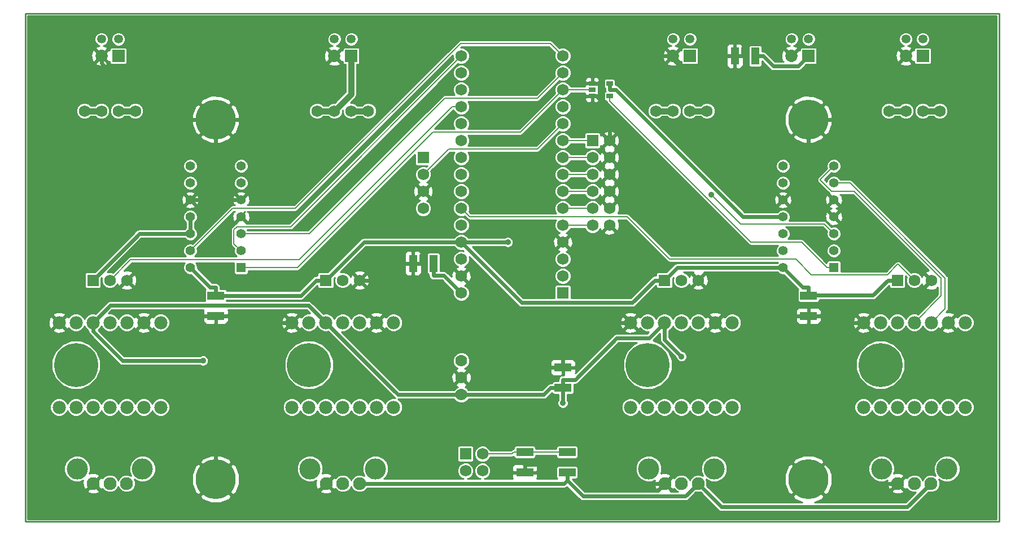
<source format=gtl>
G04 (created by PCBNEW-RS274X (2010-03-14)-final) date Wed 08 Jun 2011 02:42:47 PM PDT*
G01*
G70*
G90*
%MOIN*%
G04 Gerber Fmt 3.4, Leading zero omitted, Abs format*
%FSLAX34Y34*%
G04 APERTURE LIST*
%ADD10C,0.006000*%
%ADD11C,0.009000*%
%ADD12C,0.076000*%
%ADD13C,0.125000*%
%ADD14R,0.069000X0.069000*%
%ADD15C,0.069000*%
%ADD16C,0.070000*%
%ADD17R,0.100000X0.050000*%
%ADD18R,0.050000X0.100000*%
%ADD19C,0.236000*%
%ADD20C,0.078000*%
%ADD21C,0.260000*%
%ADD22C,0.073000*%
%ADD23R,0.073000X0.073000*%
%ADD24C,0.053000*%
%ADD25R,0.055000X0.055000*%
%ADD26C,0.055000*%
%ADD27R,0.039000X0.027000*%
%ADD28C,0.035000*%
%ADD29C,0.024000*%
%ADD30C,0.008000*%
%ADD31C,0.036000*%
%ADD32C,0.010000*%
G04 APERTURE END LIST*
G54D10*
G54D11*
X29250Y-25750D02*
X29250Y-55750D01*
X86750Y-25750D02*
X29250Y-25750D01*
X86750Y-55750D02*
X86750Y-25750D01*
X29250Y-55750D02*
X86750Y-55750D01*
G54D12*
X33266Y-53500D03*
X34250Y-53500D03*
X35234Y-53500D03*
G54D13*
X32320Y-52634D03*
X36180Y-52634D03*
G54D12*
X80766Y-53500D03*
X81750Y-53500D03*
X82734Y-53500D03*
G54D13*
X79820Y-52634D03*
X83680Y-52634D03*
G54D12*
X67016Y-53500D03*
X68000Y-53500D03*
X68984Y-53500D03*
G54D13*
X66070Y-52634D03*
X69930Y-52634D03*
G54D12*
X47016Y-53500D03*
X48000Y-53500D03*
X48984Y-53500D03*
G54D13*
X46070Y-52634D03*
X49930Y-52634D03*
G54D14*
X61000Y-42250D03*
G54D15*
X61000Y-41250D03*
X61000Y-40250D03*
X61000Y-39250D03*
X61000Y-38250D03*
X61000Y-37250D03*
X61000Y-36250D03*
X61000Y-35250D03*
X61000Y-34250D03*
X61000Y-33250D03*
X61000Y-32250D03*
X61000Y-31250D03*
X61000Y-30250D03*
X61000Y-29250D03*
X61000Y-28250D03*
X55000Y-28250D03*
X55000Y-29250D03*
X55000Y-30250D03*
X55000Y-31250D03*
X55000Y-32250D03*
X55000Y-33250D03*
X55000Y-34250D03*
X55000Y-35250D03*
X55000Y-36250D03*
X55000Y-37250D03*
X55000Y-38250D03*
X55000Y-39250D03*
X55000Y-40250D03*
X55000Y-41250D03*
X55000Y-42250D03*
G54D16*
X55000Y-48250D03*
X55000Y-47250D03*
X55000Y-46250D03*
G54D17*
X61000Y-47850D03*
X61000Y-46650D03*
G54D18*
X53350Y-40500D03*
X52150Y-40500D03*
G54D17*
X58750Y-51650D03*
X58750Y-52850D03*
X40500Y-42400D03*
X40500Y-43600D03*
G54D14*
X55250Y-51750D03*
G54D15*
X56250Y-51750D03*
X55250Y-52750D03*
X56250Y-52750D03*
G54D17*
X61250Y-51650D03*
X61250Y-52850D03*
G54D18*
X72350Y-28250D03*
X71150Y-28250D03*
G54D14*
X80750Y-41500D03*
G54D15*
X81750Y-41500D03*
X82750Y-41500D03*
X83250Y-31500D03*
X82250Y-31500D03*
X81250Y-31500D03*
X80250Y-31500D03*
G54D14*
X67000Y-41500D03*
G54D15*
X68000Y-41500D03*
X69000Y-41500D03*
X69500Y-31500D03*
X68500Y-31500D03*
X67500Y-31500D03*
X66500Y-31500D03*
G54D14*
X47000Y-41500D03*
G54D15*
X48000Y-41500D03*
X49000Y-41500D03*
X49500Y-31500D03*
X48500Y-31500D03*
X47500Y-31500D03*
X46500Y-31500D03*
G54D14*
X33250Y-41500D03*
G54D15*
X34250Y-41500D03*
X35250Y-41500D03*
X35750Y-31500D03*
X34750Y-31500D03*
X33750Y-31500D03*
X32750Y-31500D03*
G54D14*
X52750Y-34250D03*
G54D15*
X52750Y-35250D03*
X52750Y-36250D03*
X52750Y-37250D03*
G54D14*
X62750Y-33250D03*
G54D15*
X63750Y-33250D03*
X62750Y-34250D03*
X63750Y-34250D03*
X62750Y-35250D03*
X63750Y-35250D03*
X62750Y-36250D03*
X63750Y-36250D03*
X62750Y-37250D03*
X63750Y-37250D03*
X62750Y-38250D03*
X63750Y-38250D03*
G54D19*
X75500Y-32000D03*
X40500Y-53250D03*
X75500Y-53250D03*
X40500Y-32000D03*
G54D20*
X34250Y-44000D03*
X35250Y-44000D03*
X36250Y-44000D03*
X37250Y-44000D03*
X33250Y-44000D03*
X31250Y-44000D03*
G54D21*
X32250Y-46500D03*
G54D20*
X32250Y-44000D03*
X31250Y-49000D03*
X32250Y-49000D03*
X33250Y-49000D03*
X34250Y-49000D03*
X35250Y-49000D03*
X36250Y-49000D03*
X37250Y-49000D03*
X81750Y-44000D03*
X82750Y-44000D03*
X83750Y-44000D03*
X84750Y-44000D03*
X80750Y-44000D03*
X78750Y-44000D03*
G54D21*
X79750Y-46500D03*
G54D20*
X79750Y-44000D03*
X78750Y-49000D03*
X79750Y-49000D03*
X80750Y-49000D03*
X81750Y-49000D03*
X82750Y-49000D03*
X83750Y-49000D03*
X84750Y-49000D03*
X68000Y-44000D03*
X69000Y-44000D03*
X70000Y-44000D03*
X71000Y-44000D03*
X67000Y-44000D03*
X65000Y-44000D03*
G54D21*
X66000Y-46500D03*
G54D20*
X66000Y-44000D03*
X65000Y-49000D03*
X66000Y-49000D03*
X67000Y-49000D03*
X68000Y-49000D03*
X69000Y-49000D03*
X70000Y-49000D03*
X71000Y-49000D03*
X48000Y-44000D03*
X49000Y-44000D03*
X50000Y-44000D03*
X51000Y-44000D03*
X47000Y-44000D03*
X45000Y-44000D03*
G54D21*
X46000Y-46500D03*
G54D20*
X46000Y-44000D03*
X45000Y-49000D03*
X46000Y-49000D03*
X47000Y-49000D03*
X48000Y-49000D03*
X49000Y-49000D03*
X50000Y-49000D03*
X51000Y-49000D03*
G54D22*
X81250Y-28250D03*
G54D23*
X82250Y-28250D03*
G54D24*
X82250Y-27250D03*
X81250Y-27250D03*
G54D22*
X47500Y-28250D03*
G54D23*
X48500Y-28250D03*
G54D24*
X48500Y-27250D03*
X47500Y-27250D03*
G54D22*
X74500Y-28250D03*
G54D23*
X75500Y-28250D03*
G54D24*
X75500Y-27250D03*
X74500Y-27250D03*
G54D22*
X67500Y-28250D03*
G54D23*
X68500Y-28250D03*
G54D24*
X68500Y-27250D03*
X67500Y-27250D03*
G54D22*
X33750Y-28250D03*
G54D23*
X34750Y-28250D03*
G54D24*
X34750Y-27250D03*
X33750Y-27250D03*
G54D25*
X77000Y-40750D03*
G54D26*
X77000Y-39750D03*
X77000Y-38750D03*
X77000Y-37750D03*
X77000Y-36750D03*
X77000Y-35750D03*
X77000Y-34750D03*
X74000Y-34750D03*
X74000Y-35750D03*
X74000Y-36750D03*
X74000Y-37750D03*
X74000Y-38750D03*
X74000Y-39750D03*
X74000Y-40750D03*
G54D17*
X75500Y-42400D03*
X75500Y-43600D03*
G54D27*
X62740Y-29875D03*
X62740Y-30250D03*
X62740Y-30625D03*
X63760Y-30625D03*
X63760Y-29875D03*
G54D25*
X42000Y-40750D03*
G54D26*
X42000Y-39750D03*
X42000Y-38750D03*
X42000Y-37750D03*
X42000Y-36750D03*
X42000Y-35750D03*
X42000Y-34750D03*
X39000Y-34750D03*
X39000Y-35750D03*
X39000Y-36750D03*
X39000Y-37750D03*
X39000Y-38750D03*
X39000Y-39750D03*
X39000Y-40750D03*
G54D28*
X57750Y-39250D03*
X69752Y-36437D03*
X39750Y-46250D03*
X68000Y-46000D03*
X61000Y-48750D03*
G54D29*
X55000Y-39250D02*
X57750Y-39250D01*
X61250Y-52850D02*
X61250Y-53323D01*
X49250Y-39250D02*
X55000Y-39250D01*
X47000Y-41500D02*
X49250Y-39250D01*
X61073Y-53500D02*
X61250Y-53323D01*
X48984Y-53500D02*
X61073Y-53500D01*
X47000Y-41500D02*
X46432Y-41500D01*
X63760Y-29875D02*
X63760Y-30233D01*
X75177Y-41927D02*
X75500Y-41927D01*
X74000Y-40750D02*
X75177Y-41927D01*
X75500Y-42400D02*
X75500Y-42385D01*
X75500Y-42385D02*
X75500Y-41927D01*
X79297Y-42385D02*
X80182Y-41500D01*
X75500Y-42385D02*
X79297Y-42385D01*
X80750Y-41500D02*
X80182Y-41500D01*
X67750Y-40750D02*
X67000Y-41500D01*
X74000Y-40750D02*
X67750Y-40750D01*
X58569Y-42819D02*
X55000Y-39250D01*
X65113Y-42819D02*
X58569Y-42819D01*
X66432Y-41500D02*
X65113Y-42819D01*
X67000Y-41500D02*
X66432Y-41500D01*
X36000Y-38750D02*
X39000Y-38750D01*
X33250Y-41500D02*
X36000Y-38750D01*
X39000Y-38750D02*
X39000Y-37750D01*
X68225Y-54259D02*
X68984Y-53500D01*
X62186Y-54259D02*
X68225Y-54259D01*
X61250Y-53323D02*
X62186Y-54259D01*
X81347Y-54887D02*
X82734Y-53500D01*
X70371Y-54887D02*
X81347Y-54887D01*
X68984Y-53500D02*
X70371Y-54887D01*
X64118Y-30233D02*
X63760Y-30233D01*
X71635Y-37750D02*
X64118Y-30233D01*
X74000Y-37750D02*
X71635Y-37750D01*
X45532Y-42400D02*
X40500Y-42400D01*
X46432Y-41500D02*
X45532Y-42400D01*
X40177Y-41927D02*
X39000Y-40750D01*
X40500Y-41927D02*
X40177Y-41927D01*
X40500Y-42400D02*
X40500Y-41927D01*
G54D30*
X45326Y-40750D02*
X42000Y-40750D01*
X53326Y-32750D02*
X45326Y-40750D01*
X58500Y-32750D02*
X53326Y-32750D01*
X61000Y-30250D02*
X58500Y-32750D01*
X62740Y-30250D02*
X61000Y-30250D01*
X75082Y-39250D02*
X76582Y-40750D01*
X72107Y-39250D02*
X75082Y-39250D01*
X63760Y-30903D02*
X72107Y-39250D01*
X63760Y-30625D02*
X63760Y-30903D01*
X77000Y-40750D02*
X76582Y-40750D01*
X55500Y-37750D02*
X55000Y-37250D01*
X64806Y-37750D02*
X55500Y-37750D01*
X67306Y-40250D02*
X64806Y-37750D01*
X74749Y-40250D02*
X67306Y-40250D01*
X75668Y-41169D02*
X74749Y-40250D01*
X80161Y-41169D02*
X75668Y-41169D01*
X80774Y-40556D02*
X80161Y-41169D01*
X80806Y-40556D02*
X80774Y-40556D01*
X81750Y-41500D02*
X80806Y-40556D01*
X77956Y-35750D02*
X77000Y-35750D01*
X83574Y-41368D02*
X77956Y-35750D01*
X83574Y-43176D02*
X83574Y-41368D01*
X82750Y-44000D02*
X83574Y-43176D01*
G54D31*
X34750Y-31500D02*
X35750Y-31500D01*
X33750Y-31500D02*
X32750Y-31500D01*
X48500Y-31500D02*
X49500Y-31500D01*
X48500Y-30500D02*
X47500Y-31500D01*
X48500Y-28250D02*
X48500Y-30500D01*
X46500Y-31500D02*
X47500Y-31500D01*
X69500Y-31500D02*
X68500Y-31500D01*
X66500Y-31500D02*
X67500Y-31500D01*
X82250Y-31500D02*
X83250Y-31500D01*
X80250Y-31500D02*
X81250Y-31500D01*
G54D30*
X54457Y-31250D02*
X55000Y-31250D01*
X45429Y-40278D02*
X54457Y-31250D01*
X35472Y-40278D02*
X45429Y-40278D01*
X34250Y-41500D02*
X35472Y-40278D01*
X59500Y-33750D02*
X61000Y-32250D01*
X54250Y-33750D02*
X59500Y-33750D01*
X52750Y-35250D02*
X54250Y-33750D01*
X60258Y-27508D02*
X61000Y-28250D01*
X54950Y-27508D02*
X60258Y-27508D01*
X45208Y-37250D02*
X54950Y-27508D01*
X41500Y-37250D02*
X45208Y-37250D01*
X39000Y-39750D02*
X41500Y-37250D01*
X71488Y-38173D02*
X69752Y-36437D01*
X76423Y-38173D02*
X71488Y-38173D01*
X77000Y-38750D02*
X76423Y-38173D01*
X59500Y-30750D02*
X61000Y-29250D01*
X54018Y-30750D02*
X59500Y-30750D01*
X46018Y-38750D02*
X54018Y-30750D01*
X42000Y-38750D02*
X46018Y-38750D01*
X83325Y-42425D02*
X81750Y-44000D01*
X83325Y-41379D02*
X83325Y-42425D01*
X78196Y-36250D02*
X83325Y-41379D01*
X76874Y-36250D02*
X78196Y-36250D01*
X76206Y-35582D02*
X76874Y-36250D01*
X76206Y-35544D02*
X76206Y-35582D01*
X77000Y-34750D02*
X76206Y-35544D01*
X44919Y-38331D02*
X55000Y-28250D01*
X41767Y-38331D02*
X44919Y-38331D01*
X41581Y-38517D02*
X41767Y-38331D01*
X41581Y-39331D02*
X41581Y-38517D01*
X42000Y-39750D02*
X41581Y-39331D01*
X62750Y-33250D02*
X61000Y-33250D01*
X62750Y-34250D02*
X61000Y-34250D01*
X62750Y-35250D02*
X61000Y-35250D01*
X62750Y-36250D02*
X61000Y-36250D01*
X62750Y-37250D02*
X61000Y-37250D01*
X62750Y-38250D02*
X61000Y-38250D01*
G54D29*
X43750Y-32000D02*
X40500Y-32000D01*
X47500Y-28250D02*
X43750Y-32000D01*
X33750Y-28673D02*
X33750Y-28250D01*
X37077Y-32000D02*
X33750Y-28673D01*
X40500Y-32000D02*
X37077Y-32000D01*
X39000Y-36750D02*
X40500Y-36750D01*
X40500Y-36750D02*
X42000Y-36750D01*
X40500Y-36750D02*
X40500Y-32000D01*
X63158Y-30625D02*
X63158Y-29875D01*
X71623Y-27777D02*
X71623Y-28250D01*
X71874Y-27526D02*
X71623Y-27777D01*
X73776Y-27526D02*
X71874Y-27526D01*
X74500Y-28250D02*
X73776Y-27526D01*
X40500Y-43600D02*
X41223Y-43600D01*
X39543Y-43366D02*
X39777Y-43600D01*
X36884Y-43366D02*
X39543Y-43366D01*
X36250Y-44000D02*
X36884Y-43366D01*
X40500Y-43600D02*
X39777Y-43600D01*
X45000Y-44000D02*
X41623Y-44000D01*
X41623Y-44000D02*
X41223Y-43600D01*
X39492Y-54258D02*
X40500Y-53250D01*
X34024Y-54258D02*
X39492Y-54258D01*
X33266Y-53500D02*
X34024Y-54258D01*
X40500Y-45123D02*
X41623Y-44000D01*
X40500Y-53250D02*
X40500Y-45123D01*
X61000Y-46650D02*
X55600Y-46650D01*
X55600Y-46650D02*
X55000Y-47250D01*
X77000Y-36750D02*
X75500Y-35250D01*
X75500Y-35250D02*
X74000Y-36750D01*
X50677Y-41500D02*
X51677Y-40500D01*
X49000Y-41500D02*
X50677Y-41500D01*
X52150Y-40500D02*
X51677Y-40500D01*
X75500Y-32000D02*
X75500Y-35250D01*
X77500Y-32000D02*
X81250Y-28250D01*
X75500Y-32000D02*
X77500Y-32000D01*
X55600Y-41850D02*
X55000Y-41250D01*
X55600Y-46650D02*
X55600Y-41850D01*
X52623Y-40027D02*
X52623Y-40500D01*
X52874Y-39776D02*
X52623Y-40027D01*
X53793Y-39776D02*
X52874Y-39776D01*
X53862Y-39845D02*
X53793Y-39776D01*
X53862Y-40112D02*
X53862Y-39845D01*
X55000Y-41250D02*
X53862Y-40112D01*
X52150Y-40500D02*
X52623Y-40500D01*
X62740Y-30625D02*
X62949Y-30625D01*
X62949Y-30625D02*
X63158Y-30625D01*
X63750Y-31426D02*
X63750Y-33250D01*
X62949Y-30625D02*
X63750Y-31426D01*
X75862Y-43600D02*
X76223Y-43600D01*
X75862Y-43600D02*
X75500Y-43600D01*
X75500Y-43600D02*
X74777Y-43600D01*
X70614Y-43114D02*
X70614Y-43386D01*
X69000Y-41500D02*
X70614Y-43114D01*
X74563Y-43386D02*
X70614Y-43386D01*
X74777Y-43600D02*
X74563Y-43386D01*
X70614Y-43386D02*
X70000Y-44000D01*
X63057Y-52377D02*
X58750Y-52377D01*
X64180Y-53500D02*
X63057Y-52377D01*
X67016Y-53500D02*
X64180Y-53500D01*
X58750Y-52850D02*
X58750Y-52377D01*
X71387Y-28250D02*
X71623Y-28250D01*
X71387Y-28250D02*
X71150Y-28250D01*
X67500Y-28428D02*
X67500Y-28250D01*
X67911Y-28839D02*
X67500Y-28428D01*
X70088Y-28839D02*
X67911Y-28839D01*
X70677Y-28250D02*
X70088Y-28839D01*
X71150Y-28250D02*
X70677Y-28250D01*
X76223Y-43600D02*
X76623Y-44000D01*
X75500Y-53250D02*
X76496Y-52254D01*
X76495Y-52254D02*
X76496Y-52254D01*
X76495Y-44128D02*
X76495Y-52254D01*
X76623Y-44000D02*
X76495Y-44128D01*
X77741Y-53500D02*
X80766Y-53500D01*
X76496Y-52254D02*
X77741Y-53500D01*
X76623Y-44000D02*
X78750Y-44000D01*
X82112Y-42138D02*
X82750Y-41500D01*
X80612Y-42138D02*
X82112Y-42138D01*
X78750Y-44000D02*
X80612Y-42138D01*
X62740Y-29875D02*
X63158Y-29875D01*
X63158Y-29771D02*
X63158Y-29875D01*
X64679Y-28250D02*
X63158Y-29771D01*
X67500Y-28250D02*
X64679Y-28250D01*
X63177Y-44000D02*
X61000Y-46177D01*
X65000Y-44000D02*
X63177Y-44000D01*
X61000Y-46650D02*
X61000Y-46177D01*
G54D30*
X58007Y-51750D02*
X58107Y-51650D01*
X56250Y-51750D02*
X58007Y-51750D01*
X58750Y-51650D02*
X58107Y-51650D01*
X61250Y-51650D02*
X58750Y-51650D01*
G54D29*
X33250Y-44000D02*
X33250Y-44500D01*
X35000Y-46250D02*
X39750Y-46250D01*
X33250Y-44500D02*
X35000Y-46250D01*
X67000Y-44000D02*
X67000Y-45000D01*
X67000Y-45000D02*
X68000Y-46000D01*
X61000Y-47850D02*
X61000Y-48750D01*
X73428Y-28855D02*
X72823Y-28250D01*
X74895Y-28855D02*
X73428Y-28855D01*
X75500Y-28250D02*
X74895Y-28855D01*
X72350Y-28250D02*
X72823Y-28250D01*
X60639Y-47850D02*
X60277Y-47850D01*
X60277Y-47850D02*
X59877Y-48250D01*
X59877Y-48250D02*
X55000Y-48250D01*
X60639Y-47850D02*
X61000Y-47850D01*
X61000Y-47850D02*
X61000Y-47377D01*
X61000Y-47377D02*
X61717Y-47377D01*
X61717Y-47377D02*
X64177Y-44917D01*
X64177Y-44917D02*
X66083Y-44917D01*
X66083Y-44917D02*
X67000Y-44000D01*
X34260Y-42990D02*
X33250Y-44000D01*
X45990Y-42990D02*
X34260Y-42990D01*
X47000Y-44000D02*
X45990Y-42990D01*
X51250Y-48250D02*
X47000Y-44000D01*
X55000Y-48250D02*
X51250Y-48250D01*
X53973Y-41223D02*
X55000Y-42250D01*
X53350Y-41223D02*
X53973Y-41223D01*
X53350Y-40500D02*
X53350Y-41223D01*
G54D32*
X29395Y-25895D02*
X86605Y-25895D01*
X29395Y-25975D02*
X86605Y-25975D01*
X29395Y-26055D02*
X86605Y-26055D01*
X29395Y-26135D02*
X86605Y-26135D01*
X29395Y-26215D02*
X86605Y-26215D01*
X29395Y-26295D02*
X86605Y-26295D01*
X29395Y-26375D02*
X86605Y-26375D01*
X29395Y-26455D02*
X86605Y-26455D01*
X29395Y-26535D02*
X86605Y-26535D01*
X29395Y-26615D02*
X86605Y-26615D01*
X29395Y-26695D02*
X86605Y-26695D01*
X29395Y-26775D02*
X86605Y-26775D01*
X29395Y-26855D02*
X33620Y-26855D01*
X33881Y-26855D02*
X34620Y-26855D01*
X34881Y-26855D02*
X47370Y-26855D01*
X47631Y-26855D02*
X48370Y-26855D01*
X48631Y-26855D02*
X67370Y-26855D01*
X67631Y-26855D02*
X68370Y-26855D01*
X68631Y-26855D02*
X74370Y-26855D01*
X74631Y-26855D02*
X75370Y-26855D01*
X75631Y-26855D02*
X81120Y-26855D01*
X81381Y-26855D02*
X82120Y-26855D01*
X82381Y-26855D02*
X86605Y-26855D01*
X29395Y-26935D02*
X33479Y-26935D01*
X34022Y-26935D02*
X34479Y-26935D01*
X35022Y-26935D02*
X47229Y-26935D01*
X47772Y-26935D02*
X48229Y-26935D01*
X48772Y-26935D02*
X67229Y-26935D01*
X67772Y-26935D02*
X68229Y-26935D01*
X68772Y-26935D02*
X74229Y-26935D01*
X74772Y-26935D02*
X75229Y-26935D01*
X75772Y-26935D02*
X80979Y-26935D01*
X81522Y-26935D02*
X81979Y-26935D01*
X82522Y-26935D02*
X86605Y-26935D01*
X29395Y-27015D02*
X33399Y-27015D01*
X34102Y-27015D02*
X34399Y-27015D01*
X35102Y-27015D02*
X47149Y-27015D01*
X47852Y-27015D02*
X48149Y-27015D01*
X48852Y-27015D02*
X67149Y-27015D01*
X67852Y-27015D02*
X68149Y-27015D01*
X68852Y-27015D02*
X74149Y-27015D01*
X74852Y-27015D02*
X75149Y-27015D01*
X75852Y-27015D02*
X80899Y-27015D01*
X81602Y-27015D02*
X81899Y-27015D01*
X82602Y-27015D02*
X86605Y-27015D01*
X29395Y-27095D02*
X33366Y-27095D01*
X34135Y-27095D02*
X34366Y-27095D01*
X35135Y-27095D02*
X47116Y-27095D01*
X47885Y-27095D02*
X48116Y-27095D01*
X48885Y-27095D02*
X67116Y-27095D01*
X67885Y-27095D02*
X68116Y-27095D01*
X68885Y-27095D02*
X74116Y-27095D01*
X74885Y-27095D02*
X75116Y-27095D01*
X75885Y-27095D02*
X80866Y-27095D01*
X81635Y-27095D02*
X81866Y-27095D01*
X82635Y-27095D02*
X86605Y-27095D01*
X29395Y-27175D02*
X33335Y-27175D01*
X34165Y-27175D02*
X34335Y-27175D01*
X35165Y-27175D02*
X47085Y-27175D01*
X47915Y-27175D02*
X48085Y-27175D01*
X48915Y-27175D02*
X67085Y-27175D01*
X67915Y-27175D02*
X68085Y-27175D01*
X68915Y-27175D02*
X74085Y-27175D01*
X74915Y-27175D02*
X75085Y-27175D01*
X75915Y-27175D02*
X80835Y-27175D01*
X81665Y-27175D02*
X81835Y-27175D01*
X82665Y-27175D02*
X86605Y-27175D01*
X29395Y-27255D02*
X33335Y-27255D01*
X34165Y-27255D02*
X34335Y-27255D01*
X35165Y-27255D02*
X47085Y-27255D01*
X47915Y-27255D02*
X48085Y-27255D01*
X48915Y-27255D02*
X67085Y-27255D01*
X67915Y-27255D02*
X68085Y-27255D01*
X68915Y-27255D02*
X74085Y-27255D01*
X74915Y-27255D02*
X75085Y-27255D01*
X75915Y-27255D02*
X80835Y-27255D01*
X81665Y-27255D02*
X81835Y-27255D01*
X82665Y-27255D02*
X86605Y-27255D01*
X29395Y-27335D02*
X33336Y-27335D01*
X34164Y-27335D02*
X34336Y-27335D01*
X35164Y-27335D02*
X47086Y-27335D01*
X47914Y-27335D02*
X48086Y-27335D01*
X48914Y-27335D02*
X54873Y-27335D01*
X60336Y-27335D02*
X67086Y-27335D01*
X67914Y-27335D02*
X68086Y-27335D01*
X68914Y-27335D02*
X74086Y-27335D01*
X74914Y-27335D02*
X75086Y-27335D01*
X75914Y-27335D02*
X80836Y-27335D01*
X81664Y-27335D02*
X81836Y-27335D01*
X82664Y-27335D02*
X86605Y-27335D01*
X29395Y-27415D02*
X33369Y-27415D01*
X34130Y-27415D02*
X34369Y-27415D01*
X35130Y-27415D02*
X47119Y-27415D01*
X47880Y-27415D02*
X48119Y-27415D01*
X48880Y-27415D02*
X54774Y-27415D01*
X60433Y-27415D02*
X67119Y-27415D01*
X67880Y-27415D02*
X68119Y-27415D01*
X68880Y-27415D02*
X74119Y-27415D01*
X74880Y-27415D02*
X75119Y-27415D01*
X75880Y-27415D02*
X80869Y-27415D01*
X81630Y-27415D02*
X81869Y-27415D01*
X82630Y-27415D02*
X86605Y-27415D01*
X29395Y-27495D02*
X33408Y-27495D01*
X34091Y-27495D02*
X34408Y-27495D01*
X35091Y-27495D02*
X47158Y-27495D01*
X47841Y-27495D02*
X48158Y-27495D01*
X48841Y-27495D02*
X54694Y-27495D01*
X60513Y-27495D02*
X67158Y-27495D01*
X67841Y-27495D02*
X68158Y-27495D01*
X68841Y-27495D02*
X74158Y-27495D01*
X74841Y-27495D02*
X75158Y-27495D01*
X75841Y-27495D02*
X80908Y-27495D01*
X81591Y-27495D02*
X81908Y-27495D01*
X82591Y-27495D02*
X86605Y-27495D01*
X29395Y-27575D02*
X33488Y-27575D01*
X34011Y-27575D02*
X34488Y-27575D01*
X35011Y-27575D02*
X47238Y-27575D01*
X47761Y-27575D02*
X48238Y-27575D01*
X48761Y-27575D02*
X54614Y-27575D01*
X60593Y-27575D02*
X67238Y-27575D01*
X67761Y-27575D02*
X68238Y-27575D01*
X68761Y-27575D02*
X70723Y-27575D01*
X71100Y-27575D02*
X71200Y-27575D01*
X71577Y-27575D02*
X74238Y-27575D01*
X74761Y-27575D02*
X75238Y-27575D01*
X75761Y-27575D02*
X80988Y-27575D01*
X81511Y-27575D02*
X81988Y-27575D01*
X82511Y-27575D02*
X86605Y-27575D01*
X29395Y-27655D02*
X33602Y-27655D01*
X33880Y-27655D02*
X34643Y-27655D01*
X34856Y-27655D02*
X47352Y-27655D01*
X47630Y-27655D02*
X48393Y-27655D01*
X48606Y-27655D02*
X54534Y-27655D01*
X60673Y-27655D02*
X67352Y-27655D01*
X67630Y-27655D02*
X68393Y-27655D01*
X68606Y-27655D02*
X70670Y-27655D01*
X71100Y-27655D02*
X71200Y-27655D01*
X71631Y-27655D02*
X71984Y-27655D01*
X72716Y-27655D02*
X74352Y-27655D01*
X74630Y-27655D02*
X75393Y-27655D01*
X75606Y-27655D02*
X81102Y-27655D01*
X81380Y-27655D02*
X82143Y-27655D01*
X82356Y-27655D02*
X86605Y-27655D01*
X29395Y-27735D02*
X33427Y-27735D01*
X34074Y-27735D02*
X47177Y-27735D01*
X47824Y-27735D02*
X54454Y-27735D01*
X54991Y-27735D02*
X60216Y-27735D01*
X60753Y-27735D02*
X67177Y-27735D01*
X67824Y-27735D02*
X70651Y-27735D01*
X71100Y-27735D02*
X71200Y-27735D01*
X71649Y-27735D02*
X71951Y-27735D01*
X72749Y-27735D02*
X74177Y-27735D01*
X74824Y-27735D02*
X80927Y-27735D01*
X81574Y-27735D02*
X86605Y-27735D01*
X29395Y-27815D02*
X33400Y-27815D01*
X34101Y-27815D02*
X34253Y-27815D01*
X35248Y-27815D02*
X47150Y-27815D01*
X47851Y-27815D02*
X48003Y-27815D01*
X48998Y-27815D02*
X54374Y-27815D01*
X55242Y-27815D02*
X60296Y-27815D01*
X61242Y-27815D02*
X67150Y-27815D01*
X67851Y-27815D02*
X68003Y-27815D01*
X68998Y-27815D02*
X70651Y-27815D01*
X71100Y-27815D02*
X71200Y-27815D01*
X71650Y-27815D02*
X71951Y-27815D01*
X72749Y-27815D02*
X74150Y-27815D01*
X74851Y-27815D02*
X75003Y-27815D01*
X75998Y-27815D02*
X80900Y-27815D01*
X81601Y-27815D02*
X81753Y-27815D01*
X82748Y-27815D02*
X86605Y-27815D01*
X29395Y-27895D02*
X33465Y-27895D01*
X34034Y-27895D02*
X34236Y-27895D01*
X35264Y-27895D02*
X47215Y-27895D01*
X47784Y-27895D02*
X47986Y-27895D01*
X49014Y-27895D02*
X54294Y-27895D01*
X55344Y-27895D02*
X60376Y-27895D01*
X61344Y-27895D02*
X67215Y-27895D01*
X67784Y-27895D02*
X67986Y-27895D01*
X69014Y-27895D02*
X70651Y-27895D01*
X71100Y-27895D02*
X71200Y-27895D01*
X71650Y-27895D02*
X71951Y-27895D01*
X72749Y-27895D02*
X74215Y-27895D01*
X74784Y-27895D02*
X74986Y-27895D01*
X76014Y-27895D02*
X80965Y-27895D01*
X81534Y-27895D02*
X81736Y-27895D01*
X82764Y-27895D02*
X86605Y-27895D01*
X29395Y-27975D02*
X33209Y-27975D01*
X33405Y-27975D02*
X33545Y-27975D01*
X33954Y-27975D02*
X34096Y-27975D01*
X35264Y-27975D02*
X46959Y-27975D01*
X47155Y-27975D02*
X47295Y-27975D01*
X47704Y-27975D02*
X47846Y-27975D01*
X49014Y-27975D02*
X54214Y-27975D01*
X55422Y-27975D02*
X60456Y-27975D01*
X61422Y-27975D02*
X66959Y-27975D01*
X67155Y-27975D02*
X67295Y-27975D01*
X67704Y-27975D02*
X67846Y-27975D01*
X69014Y-27975D02*
X70651Y-27975D01*
X71100Y-27975D02*
X71200Y-27975D01*
X71650Y-27975D02*
X71951Y-27975D01*
X72749Y-27975D02*
X73959Y-27975D01*
X74155Y-27975D02*
X74295Y-27975D01*
X74704Y-27975D02*
X74846Y-27975D01*
X76014Y-27975D02*
X80709Y-27975D01*
X80905Y-27975D02*
X81045Y-27975D01*
X81454Y-27975D02*
X81596Y-27975D01*
X82764Y-27975D02*
X86605Y-27975D01*
X29395Y-28055D02*
X33180Y-28055D01*
X33485Y-28055D02*
X33625Y-28055D01*
X33874Y-28055D02*
X34016Y-28055D01*
X35264Y-28055D02*
X46930Y-28055D01*
X47235Y-28055D02*
X47375Y-28055D01*
X47624Y-28055D02*
X47766Y-28055D01*
X49014Y-28055D02*
X54134Y-28055D01*
X55455Y-28055D02*
X60536Y-28055D01*
X61455Y-28055D02*
X66930Y-28055D01*
X67235Y-28055D02*
X67375Y-28055D01*
X67624Y-28055D02*
X67766Y-28055D01*
X69014Y-28055D02*
X70651Y-28055D01*
X71100Y-28055D02*
X71200Y-28055D01*
X71650Y-28055D02*
X71951Y-28055D01*
X73008Y-28055D02*
X73930Y-28055D01*
X74235Y-28055D02*
X74375Y-28055D01*
X74624Y-28055D02*
X74766Y-28055D01*
X76014Y-28055D02*
X80680Y-28055D01*
X80985Y-28055D02*
X81125Y-28055D01*
X81374Y-28055D02*
X81516Y-28055D01*
X82764Y-28055D02*
X86605Y-28055D01*
X29395Y-28135D02*
X33151Y-28135D01*
X33565Y-28135D02*
X33706Y-28135D01*
X33794Y-28135D02*
X33936Y-28135D01*
X35264Y-28135D02*
X46901Y-28135D01*
X47315Y-28135D02*
X47456Y-28135D01*
X47544Y-28135D02*
X47686Y-28135D01*
X49014Y-28135D02*
X54054Y-28135D01*
X55487Y-28135D02*
X60513Y-28135D01*
X61487Y-28135D02*
X66901Y-28135D01*
X67315Y-28135D02*
X67456Y-28135D01*
X67544Y-28135D02*
X67686Y-28135D01*
X69014Y-28135D02*
X70651Y-28135D01*
X71100Y-28135D02*
X71200Y-28135D01*
X71650Y-28135D02*
X71951Y-28135D01*
X73090Y-28135D02*
X73901Y-28135D01*
X74315Y-28135D02*
X74456Y-28135D01*
X74544Y-28135D02*
X74686Y-28135D01*
X76014Y-28135D02*
X80651Y-28135D01*
X81065Y-28135D02*
X81206Y-28135D01*
X81294Y-28135D02*
X81436Y-28135D01*
X82764Y-28135D02*
X86605Y-28135D01*
X29395Y-28215D02*
X33145Y-28215D01*
X33645Y-28215D02*
X33856Y-28215D01*
X35264Y-28215D02*
X46895Y-28215D01*
X47395Y-28215D02*
X47606Y-28215D01*
X49014Y-28215D02*
X53974Y-28215D01*
X55494Y-28215D02*
X60506Y-28215D01*
X61494Y-28215D02*
X66895Y-28215D01*
X67395Y-28215D02*
X67606Y-28215D01*
X69014Y-28215D02*
X71951Y-28215D01*
X73170Y-28215D02*
X73895Y-28215D01*
X74395Y-28215D02*
X74606Y-28215D01*
X76014Y-28215D02*
X80645Y-28215D01*
X81145Y-28215D02*
X81356Y-28215D01*
X82764Y-28215D02*
X86605Y-28215D01*
X29395Y-28295D02*
X33148Y-28295D01*
X33634Y-28295D02*
X33865Y-28295D01*
X35264Y-28295D02*
X46898Y-28295D01*
X47384Y-28295D02*
X47615Y-28295D01*
X49014Y-28295D02*
X53894Y-28295D01*
X55494Y-28295D02*
X60506Y-28295D01*
X61494Y-28295D02*
X66898Y-28295D01*
X67384Y-28295D02*
X67615Y-28295D01*
X69014Y-28295D02*
X71951Y-28295D01*
X73250Y-28295D02*
X73898Y-28295D01*
X74474Y-28295D02*
X74526Y-28295D01*
X76014Y-28295D02*
X80648Y-28295D01*
X81134Y-28295D02*
X81365Y-28295D01*
X82764Y-28295D02*
X86605Y-28295D01*
X29395Y-28375D02*
X33152Y-28375D01*
X33554Y-28375D02*
X33696Y-28375D01*
X33805Y-28375D02*
X33945Y-28375D01*
X35264Y-28375D02*
X46902Y-28375D01*
X47304Y-28375D02*
X47446Y-28375D01*
X47555Y-28375D02*
X47695Y-28375D01*
X49014Y-28375D02*
X53814Y-28375D01*
X55483Y-28375D02*
X60517Y-28375D01*
X61483Y-28375D02*
X66902Y-28375D01*
X67304Y-28375D02*
X67446Y-28375D01*
X67555Y-28375D02*
X67695Y-28375D01*
X69014Y-28375D02*
X70650Y-28375D01*
X71100Y-28375D02*
X71200Y-28375D01*
X71649Y-28375D02*
X71951Y-28375D01*
X73330Y-28375D02*
X73902Y-28375D01*
X76014Y-28375D02*
X80652Y-28375D01*
X81054Y-28375D02*
X81196Y-28375D01*
X81305Y-28375D02*
X81445Y-28375D01*
X82764Y-28375D02*
X86605Y-28375D01*
X29395Y-28455D02*
X33177Y-28455D01*
X33474Y-28455D02*
X33615Y-28455D01*
X33885Y-28455D02*
X34025Y-28455D01*
X35264Y-28455D02*
X46927Y-28455D01*
X47224Y-28455D02*
X47365Y-28455D01*
X47635Y-28455D02*
X47775Y-28455D01*
X49014Y-28455D02*
X53734Y-28455D01*
X55450Y-28455D02*
X60550Y-28455D01*
X61450Y-28455D02*
X66927Y-28455D01*
X67224Y-28455D02*
X67365Y-28455D01*
X67635Y-28455D02*
X67775Y-28455D01*
X69014Y-28455D02*
X70650Y-28455D01*
X71100Y-28455D02*
X71200Y-28455D01*
X71649Y-28455D02*
X71951Y-28455D01*
X73410Y-28455D02*
X73927Y-28455D01*
X76014Y-28455D02*
X80677Y-28455D01*
X80974Y-28455D02*
X81115Y-28455D01*
X81385Y-28455D02*
X81525Y-28455D01*
X82764Y-28455D02*
X86605Y-28455D01*
X29395Y-28535D02*
X33210Y-28535D01*
X33394Y-28535D02*
X33535Y-28535D01*
X33965Y-28535D02*
X34105Y-28535D01*
X35264Y-28535D02*
X46960Y-28535D01*
X47144Y-28535D02*
X47285Y-28535D01*
X47715Y-28535D02*
X47855Y-28535D01*
X49014Y-28535D02*
X53654Y-28535D01*
X55414Y-28535D02*
X60586Y-28535D01*
X61414Y-28535D02*
X66960Y-28535D01*
X67144Y-28535D02*
X67285Y-28535D01*
X67715Y-28535D02*
X67855Y-28535D01*
X69014Y-28535D02*
X70650Y-28535D01*
X71100Y-28535D02*
X71200Y-28535D01*
X71649Y-28535D02*
X71951Y-28535D01*
X73490Y-28535D02*
X73960Y-28535D01*
X76014Y-28535D02*
X80710Y-28535D01*
X80894Y-28535D02*
X81035Y-28535D01*
X81465Y-28535D02*
X81605Y-28535D01*
X82764Y-28535D02*
X86605Y-28535D01*
X29395Y-28615D02*
X33455Y-28615D01*
X34045Y-28615D02*
X34236Y-28615D01*
X35264Y-28615D02*
X47205Y-28615D01*
X47795Y-28615D02*
X47986Y-28615D01*
X49014Y-28615D02*
X53574Y-28615D01*
X55334Y-28615D02*
X60666Y-28615D01*
X61334Y-28615D02*
X67205Y-28615D01*
X67795Y-28615D02*
X67986Y-28615D01*
X69014Y-28615D02*
X70650Y-28615D01*
X71100Y-28615D02*
X71200Y-28615D01*
X71649Y-28615D02*
X71951Y-28615D01*
X72749Y-28615D02*
X72807Y-28615D01*
X76014Y-28615D02*
X80955Y-28615D01*
X81545Y-28615D02*
X81736Y-28615D01*
X82764Y-28615D02*
X86605Y-28615D01*
X29395Y-28695D02*
X33403Y-28695D01*
X34096Y-28695D02*
X34256Y-28695D01*
X35243Y-28695D02*
X47153Y-28695D01*
X47846Y-28695D02*
X48006Y-28695D01*
X48993Y-28695D02*
X53494Y-28695D01*
X55216Y-28695D02*
X60782Y-28695D01*
X61216Y-28695D02*
X67153Y-28695D01*
X67846Y-28695D02*
X68006Y-28695D01*
X68993Y-28695D02*
X70650Y-28695D01*
X71100Y-28695D02*
X71200Y-28695D01*
X71649Y-28695D02*
X71951Y-28695D01*
X72749Y-28695D02*
X72887Y-28695D01*
X75993Y-28695D02*
X80903Y-28695D01*
X81596Y-28695D02*
X81756Y-28695D01*
X82743Y-28695D02*
X86605Y-28695D01*
X29395Y-28775D02*
X33430Y-28775D01*
X34070Y-28775D02*
X47180Y-28775D01*
X47820Y-28775D02*
X48170Y-28775D01*
X48830Y-28775D02*
X53414Y-28775D01*
X54743Y-28775D02*
X54856Y-28775D01*
X55145Y-28775D02*
X60856Y-28775D01*
X61145Y-28775D02*
X67180Y-28775D01*
X67820Y-28775D02*
X70651Y-28775D01*
X71100Y-28775D02*
X71200Y-28775D01*
X71649Y-28775D02*
X71951Y-28775D01*
X72749Y-28775D02*
X72967Y-28775D01*
X75356Y-28775D02*
X80930Y-28775D01*
X81570Y-28775D02*
X86605Y-28775D01*
X29395Y-28855D02*
X33649Y-28855D01*
X33692Y-28855D02*
X47399Y-28855D01*
X47442Y-28855D02*
X48170Y-28855D01*
X48830Y-28855D02*
X53334Y-28855D01*
X54663Y-28855D02*
X54696Y-28855D01*
X55304Y-28855D02*
X60696Y-28855D01*
X61304Y-28855D02*
X67399Y-28855D01*
X67442Y-28855D02*
X70673Y-28855D01*
X71100Y-28855D02*
X71200Y-28855D01*
X71626Y-28855D02*
X71994Y-28855D01*
X72706Y-28855D02*
X73047Y-28855D01*
X75276Y-28855D02*
X81149Y-28855D01*
X81192Y-28855D02*
X86605Y-28855D01*
X29395Y-28935D02*
X48170Y-28935D01*
X48830Y-28935D02*
X53254Y-28935D01*
X54583Y-28935D02*
X54616Y-28935D01*
X55384Y-28935D02*
X60616Y-28935D01*
X61384Y-28935D02*
X70733Y-28935D01*
X71100Y-28935D02*
X71200Y-28935D01*
X71567Y-28935D02*
X73127Y-28935D01*
X75196Y-28935D02*
X86605Y-28935D01*
X29395Y-29015D02*
X48170Y-29015D01*
X48830Y-29015D02*
X53174Y-29015D01*
X54503Y-29015D02*
X54563Y-29015D01*
X55438Y-29015D02*
X60563Y-29015D01*
X61438Y-29015D02*
X73207Y-29015D01*
X75116Y-29015D02*
X86605Y-29015D01*
X29395Y-29095D02*
X48170Y-29095D01*
X48830Y-29095D02*
X53094Y-29095D01*
X54423Y-29095D02*
X54530Y-29095D01*
X55471Y-29095D02*
X60530Y-29095D01*
X61471Y-29095D02*
X73311Y-29095D01*
X75011Y-29095D02*
X86605Y-29095D01*
X29395Y-29175D02*
X48170Y-29175D01*
X48830Y-29175D02*
X53014Y-29175D01*
X54343Y-29175D02*
X54506Y-29175D01*
X55494Y-29175D02*
X60506Y-29175D01*
X61494Y-29175D02*
X86605Y-29175D01*
X29395Y-29255D02*
X48170Y-29255D01*
X48830Y-29255D02*
X52934Y-29255D01*
X54263Y-29255D02*
X54506Y-29255D01*
X55494Y-29255D02*
X60506Y-29255D01*
X61494Y-29255D02*
X86605Y-29255D01*
X29395Y-29335D02*
X48170Y-29335D01*
X48830Y-29335D02*
X52854Y-29335D01*
X54183Y-29335D02*
X54506Y-29335D01*
X55494Y-29335D02*
X60506Y-29335D01*
X61494Y-29335D02*
X86605Y-29335D01*
X29395Y-29415D02*
X48170Y-29415D01*
X48830Y-29415D02*
X52774Y-29415D01*
X54103Y-29415D02*
X54533Y-29415D01*
X55466Y-29415D02*
X60533Y-29415D01*
X61466Y-29415D02*
X86605Y-29415D01*
X29395Y-29495D02*
X48170Y-29495D01*
X48830Y-29495D02*
X52694Y-29495D01*
X54023Y-29495D02*
X54566Y-29495D01*
X55433Y-29495D02*
X60486Y-29495D01*
X61433Y-29495D02*
X62486Y-29495D01*
X62633Y-29495D02*
X62847Y-29495D01*
X62995Y-29495D02*
X86605Y-29495D01*
X29395Y-29575D02*
X48170Y-29575D01*
X48830Y-29575D02*
X52614Y-29575D01*
X53943Y-29575D02*
X54626Y-29575D01*
X55374Y-29575D02*
X60406Y-29575D01*
X61374Y-29575D02*
X62358Y-29575D01*
X62690Y-29575D02*
X62790Y-29575D01*
X63122Y-29575D02*
X86605Y-29575D01*
X29395Y-29655D02*
X48170Y-29655D01*
X48830Y-29655D02*
X52534Y-29655D01*
X53863Y-29655D02*
X54706Y-29655D01*
X55294Y-29655D02*
X60326Y-29655D01*
X61294Y-29655D02*
X62311Y-29655D01*
X62690Y-29655D02*
X62790Y-29655D01*
X63170Y-29655D02*
X63439Y-29655D01*
X64081Y-29655D02*
X86605Y-29655D01*
X29395Y-29735D02*
X48170Y-29735D01*
X48830Y-29735D02*
X52454Y-29735D01*
X53783Y-29735D02*
X54879Y-29735D01*
X55119Y-29735D02*
X60246Y-29735D01*
X60783Y-29735D02*
X60879Y-29735D01*
X61119Y-29735D02*
X62296Y-29735D01*
X62690Y-29735D02*
X62790Y-29735D01*
X63185Y-29735D02*
X63416Y-29735D01*
X64104Y-29735D02*
X86605Y-29735D01*
X29395Y-29815D02*
X48170Y-29815D01*
X48830Y-29815D02*
X52374Y-29815D01*
X53703Y-29815D02*
X54759Y-29815D01*
X55242Y-29815D02*
X60166Y-29815D01*
X60703Y-29815D02*
X60759Y-29815D01*
X61242Y-29815D02*
X62347Y-29815D01*
X62690Y-29815D02*
X62790Y-29815D01*
X63133Y-29815D02*
X63416Y-29815D01*
X64104Y-29815D02*
X86605Y-29815D01*
X29395Y-29895D02*
X48170Y-29895D01*
X48830Y-29895D02*
X52294Y-29895D01*
X53623Y-29895D02*
X54656Y-29895D01*
X55344Y-29895D02*
X60086Y-29895D01*
X60623Y-29895D02*
X60656Y-29895D01*
X61344Y-29895D02*
X63416Y-29895D01*
X64104Y-29895D02*
X86605Y-29895D01*
X29395Y-29975D02*
X48170Y-29975D01*
X48830Y-29975D02*
X52214Y-29975D01*
X53543Y-29975D02*
X54579Y-29975D01*
X55422Y-29975D02*
X60006Y-29975D01*
X60543Y-29975D02*
X60579Y-29975D01*
X61422Y-29975D02*
X62307Y-29975D01*
X63173Y-29975D02*
X63416Y-29975D01*
X64177Y-29975D02*
X86605Y-29975D01*
X29395Y-30055D02*
X48170Y-30055D01*
X48830Y-30055D02*
X52134Y-30055D01*
X53463Y-30055D02*
X54546Y-30055D01*
X55455Y-30055D02*
X59926Y-30055D01*
X60463Y-30055D02*
X60546Y-30055D01*
X61454Y-30055D02*
X62295Y-30055D01*
X63184Y-30055D02*
X63422Y-30055D01*
X64322Y-30055D02*
X86605Y-30055D01*
X29395Y-30135D02*
X48170Y-30135D01*
X48830Y-30135D02*
X52054Y-30135D01*
X53383Y-30135D02*
X54513Y-30135D01*
X55487Y-30135D02*
X59846Y-30135D01*
X60383Y-30135D02*
X60513Y-30135D01*
X63152Y-30135D02*
X63479Y-30135D01*
X64402Y-30135D02*
X86605Y-30135D01*
X29395Y-30215D02*
X48170Y-30215D01*
X48830Y-30215D02*
X51974Y-30215D01*
X53303Y-30215D02*
X54506Y-30215D01*
X55494Y-30215D02*
X59766Y-30215D01*
X60303Y-30215D02*
X60506Y-30215D01*
X63084Y-30215D02*
X63490Y-30215D01*
X64482Y-30215D02*
X86605Y-30215D01*
X29395Y-30295D02*
X48170Y-30295D01*
X48830Y-30295D02*
X51894Y-30295D01*
X53223Y-30295D02*
X54506Y-30295D01*
X55494Y-30295D02*
X59686Y-30295D01*
X60223Y-30295D02*
X60506Y-30295D01*
X63092Y-30295D02*
X63502Y-30295D01*
X64562Y-30295D02*
X86605Y-30295D01*
X29395Y-30375D02*
X48159Y-30375D01*
X48830Y-30375D02*
X51814Y-30375D01*
X53143Y-30375D02*
X54517Y-30375D01*
X55483Y-30375D02*
X59606Y-30375D01*
X60143Y-30375D02*
X60517Y-30375D01*
X63157Y-30375D02*
X63469Y-30375D01*
X64642Y-30375D02*
X86605Y-30375D01*
X29395Y-30455D02*
X48079Y-30455D01*
X48830Y-30455D02*
X51734Y-30455D01*
X53063Y-30455D02*
X54550Y-30455D01*
X55450Y-30455D02*
X59526Y-30455D01*
X60063Y-30455D02*
X60526Y-30455D01*
X61449Y-30455D02*
X62296Y-30455D01*
X63185Y-30455D02*
X63419Y-30455D01*
X64722Y-30455D02*
X86605Y-30455D01*
X29395Y-30535D02*
X47999Y-30535D01*
X48822Y-30535D02*
X51654Y-30535D01*
X52983Y-30535D02*
X54586Y-30535D01*
X55413Y-30535D02*
X59446Y-30535D01*
X59983Y-30535D02*
X60446Y-30535D01*
X61414Y-30535D02*
X62317Y-30535D01*
X63163Y-30535D02*
X63416Y-30535D01*
X64802Y-30535D02*
X86605Y-30535D01*
X29395Y-30615D02*
X40181Y-30615D01*
X40826Y-30615D02*
X47919Y-30615D01*
X48806Y-30615D02*
X51574Y-30615D01*
X52903Y-30615D02*
X53885Y-30615D01*
X59903Y-30615D02*
X60366Y-30615D01*
X61334Y-30615D02*
X63416Y-30615D01*
X64882Y-30615D02*
X75181Y-30615D01*
X75826Y-30615D02*
X86605Y-30615D01*
X29395Y-30695D02*
X39985Y-30695D01*
X41017Y-30695D02*
X47839Y-30695D01*
X48758Y-30695D02*
X51494Y-30695D01*
X52823Y-30695D02*
X53804Y-30695D01*
X59823Y-30695D02*
X60286Y-30695D01*
X61216Y-30695D02*
X62337Y-30695D01*
X62690Y-30695D02*
X62790Y-30695D01*
X63143Y-30695D02*
X63416Y-30695D01*
X64962Y-30695D02*
X74985Y-30695D01*
X76017Y-30695D02*
X86605Y-30695D01*
X29395Y-30775D02*
X39789Y-30775D01*
X41208Y-30775D02*
X47759Y-30775D01*
X48691Y-30775D02*
X51414Y-30775D01*
X52743Y-30775D02*
X53724Y-30775D01*
X59743Y-30775D02*
X60206Y-30775D01*
X60743Y-30775D02*
X60856Y-30775D01*
X61145Y-30775D02*
X62295Y-30775D01*
X62690Y-30775D02*
X62790Y-30775D01*
X63184Y-30775D02*
X63416Y-30775D01*
X65042Y-30775D02*
X74789Y-30775D01*
X76208Y-30775D02*
X86605Y-30775D01*
X29395Y-30855D02*
X39671Y-30855D01*
X41330Y-30855D02*
X47679Y-30855D01*
X48611Y-30855D02*
X51334Y-30855D01*
X52663Y-30855D02*
X53644Y-30855D01*
X59663Y-30855D02*
X60126Y-30855D01*
X60663Y-30855D02*
X60696Y-30855D01*
X61304Y-30855D02*
X62315Y-30855D01*
X62690Y-30855D02*
X62790Y-30855D01*
X63165Y-30855D02*
X63449Y-30855D01*
X65122Y-30855D02*
X74671Y-30855D01*
X76330Y-30855D02*
X86605Y-30855D01*
X29395Y-30935D02*
X39614Y-30935D01*
X41387Y-30935D02*
X47599Y-30935D01*
X48531Y-30935D02*
X51254Y-30935D01*
X52583Y-30935D02*
X53564Y-30935D01*
X59526Y-30935D02*
X60046Y-30935D01*
X60583Y-30935D02*
X60616Y-30935D01*
X61384Y-30935D02*
X62368Y-30935D01*
X62690Y-30935D02*
X62790Y-30935D01*
X63112Y-30935D02*
X63576Y-30935D01*
X65202Y-30935D02*
X74614Y-30935D01*
X76387Y-30935D02*
X86605Y-30935D01*
X29395Y-31015D02*
X32631Y-31015D01*
X32871Y-31015D02*
X33631Y-31015D01*
X33871Y-31015D02*
X34631Y-31015D01*
X34871Y-31015D02*
X35631Y-31015D01*
X35871Y-31015D02*
X39586Y-31015D01*
X41414Y-31015D02*
X46381Y-31015D01*
X46621Y-31015D02*
X47381Y-31015D01*
X48621Y-31015D02*
X49381Y-31015D01*
X49621Y-31015D02*
X51174Y-31015D01*
X52503Y-31015D02*
X53484Y-31015D01*
X55438Y-31015D02*
X59966Y-31015D01*
X60503Y-31015D02*
X60563Y-31015D01*
X61438Y-31015D02*
X63610Y-31015D01*
X65282Y-31015D02*
X66381Y-31015D01*
X66621Y-31015D02*
X67381Y-31015D01*
X67621Y-31015D02*
X68381Y-31015D01*
X68621Y-31015D02*
X69381Y-31015D01*
X69621Y-31015D02*
X74586Y-31015D01*
X76414Y-31015D02*
X80131Y-31015D01*
X80371Y-31015D02*
X81131Y-31015D01*
X81371Y-31015D02*
X82131Y-31015D01*
X82371Y-31015D02*
X83131Y-31015D01*
X83371Y-31015D02*
X86605Y-31015D01*
X29395Y-31095D02*
X32456Y-31095D01*
X33044Y-31095D02*
X33456Y-31095D01*
X34044Y-31095D02*
X34456Y-31095D01*
X35044Y-31095D02*
X35456Y-31095D01*
X36044Y-31095D02*
X39462Y-31095D01*
X39524Y-31095D02*
X39666Y-31095D01*
X41334Y-31095D02*
X41476Y-31095D01*
X41539Y-31095D02*
X46206Y-31095D01*
X46794Y-31095D02*
X47206Y-31095D01*
X48794Y-31095D02*
X49206Y-31095D01*
X49794Y-31095D02*
X51094Y-31095D01*
X52423Y-31095D02*
X53404Y-31095D01*
X55471Y-31095D02*
X59886Y-31095D01*
X60423Y-31095D02*
X60530Y-31095D01*
X61471Y-31095D02*
X63683Y-31095D01*
X65362Y-31095D02*
X66206Y-31095D01*
X66794Y-31095D02*
X67206Y-31095D01*
X67794Y-31095D02*
X68206Y-31095D01*
X68794Y-31095D02*
X69206Y-31095D01*
X69794Y-31095D02*
X74462Y-31095D01*
X74524Y-31095D02*
X74666Y-31095D01*
X76334Y-31095D02*
X76476Y-31095D01*
X76539Y-31095D02*
X79956Y-31095D01*
X80544Y-31095D02*
X80956Y-31095D01*
X81544Y-31095D02*
X81956Y-31095D01*
X82544Y-31095D02*
X82956Y-31095D01*
X83544Y-31095D02*
X86605Y-31095D01*
X29395Y-31175D02*
X32376Y-31175D01*
X34124Y-31175D02*
X34376Y-31175D01*
X36124Y-31175D02*
X39350Y-31175D01*
X39604Y-31175D02*
X39746Y-31175D01*
X41254Y-31175D02*
X41396Y-31175D01*
X41651Y-31175D02*
X46126Y-31175D01*
X49874Y-31175D02*
X51014Y-31175D01*
X52343Y-31175D02*
X53324Y-31175D01*
X55494Y-31175D02*
X59806Y-31175D01*
X60343Y-31175D02*
X60506Y-31175D01*
X61494Y-31175D02*
X63763Y-31175D01*
X65442Y-31175D02*
X66126Y-31175D01*
X67874Y-31175D02*
X68126Y-31175D01*
X69874Y-31175D02*
X74350Y-31175D01*
X74604Y-31175D02*
X74746Y-31175D01*
X76254Y-31175D02*
X76396Y-31175D01*
X76651Y-31175D02*
X79876Y-31175D01*
X81624Y-31175D02*
X81876Y-31175D01*
X83624Y-31175D02*
X86605Y-31175D01*
X29395Y-31255D02*
X32317Y-31255D01*
X34184Y-31255D02*
X34317Y-31255D01*
X36184Y-31255D02*
X39291Y-31255D01*
X39684Y-31255D02*
X39826Y-31255D01*
X41174Y-31255D02*
X41316Y-31255D01*
X41712Y-31255D02*
X46067Y-31255D01*
X49934Y-31255D02*
X50934Y-31255D01*
X52263Y-31255D02*
X53244Y-31255D01*
X55494Y-31255D02*
X59726Y-31255D01*
X60263Y-31255D02*
X60506Y-31255D01*
X61494Y-31255D02*
X63843Y-31255D01*
X65522Y-31255D02*
X66067Y-31255D01*
X67934Y-31255D02*
X68067Y-31255D01*
X69934Y-31255D02*
X74291Y-31255D01*
X74684Y-31255D02*
X74826Y-31255D01*
X76174Y-31255D02*
X76316Y-31255D01*
X76712Y-31255D02*
X79817Y-31255D01*
X81684Y-31255D02*
X81817Y-31255D01*
X83684Y-31255D02*
X86605Y-31255D01*
X29395Y-31335D02*
X32284Y-31335D01*
X34217Y-31335D02*
X34284Y-31335D01*
X36217Y-31335D02*
X39258Y-31335D01*
X39764Y-31335D02*
X39906Y-31335D01*
X41094Y-31335D02*
X41236Y-31335D01*
X41745Y-31335D02*
X46034Y-31335D01*
X49967Y-31335D02*
X50854Y-31335D01*
X52183Y-31335D02*
X53164Y-31335D01*
X55494Y-31335D02*
X59646Y-31335D01*
X60183Y-31335D02*
X60506Y-31335D01*
X61494Y-31335D02*
X63923Y-31335D01*
X65602Y-31335D02*
X66034Y-31335D01*
X67967Y-31335D02*
X68034Y-31335D01*
X69967Y-31335D02*
X74258Y-31335D01*
X74764Y-31335D02*
X74906Y-31335D01*
X76094Y-31335D02*
X76236Y-31335D01*
X76745Y-31335D02*
X79784Y-31335D01*
X81717Y-31335D02*
X81784Y-31335D01*
X83717Y-31335D02*
X86605Y-31335D01*
X29395Y-31415D02*
X32256Y-31415D01*
X34244Y-31415D02*
X34256Y-31415D01*
X36244Y-31415D02*
X39224Y-31415D01*
X39844Y-31415D02*
X39986Y-31415D01*
X41014Y-31415D02*
X41156Y-31415D01*
X41777Y-31415D02*
X46006Y-31415D01*
X49994Y-31415D02*
X50774Y-31415D01*
X52103Y-31415D02*
X53084Y-31415D01*
X55466Y-31415D02*
X59566Y-31415D01*
X60103Y-31415D02*
X60533Y-31415D01*
X61466Y-31415D02*
X64003Y-31415D01*
X65682Y-31415D02*
X66006Y-31415D01*
X67994Y-31415D02*
X68006Y-31415D01*
X69994Y-31415D02*
X74224Y-31415D01*
X74844Y-31415D02*
X74986Y-31415D01*
X76014Y-31415D02*
X76156Y-31415D01*
X76777Y-31415D02*
X79756Y-31415D01*
X81744Y-31415D02*
X81756Y-31415D01*
X83744Y-31415D02*
X86605Y-31415D01*
X29395Y-31495D02*
X32256Y-31495D01*
X34244Y-31495D02*
X34256Y-31495D01*
X36244Y-31495D02*
X39191Y-31495D01*
X39924Y-31495D02*
X40066Y-31495D01*
X40934Y-31495D02*
X41076Y-31495D01*
X41810Y-31495D02*
X46006Y-31495D01*
X47994Y-31495D02*
X48006Y-31495D01*
X49994Y-31495D02*
X50694Y-31495D01*
X52023Y-31495D02*
X53004Y-31495D01*
X54480Y-31495D02*
X54566Y-31495D01*
X55433Y-31495D02*
X59486Y-31495D01*
X60023Y-31495D02*
X60566Y-31495D01*
X61433Y-31495D02*
X64083Y-31495D01*
X65762Y-31495D02*
X66006Y-31495D01*
X67994Y-31495D02*
X68006Y-31495D01*
X69994Y-31495D02*
X74191Y-31495D01*
X74924Y-31495D02*
X75066Y-31495D01*
X75934Y-31495D02*
X76076Y-31495D01*
X76810Y-31495D02*
X79756Y-31495D01*
X81744Y-31495D02*
X81756Y-31495D01*
X83744Y-31495D02*
X86605Y-31495D01*
X29395Y-31575D02*
X32256Y-31575D01*
X34244Y-31575D02*
X34256Y-31575D01*
X36244Y-31575D02*
X39157Y-31575D01*
X40004Y-31575D02*
X40146Y-31575D01*
X40854Y-31575D02*
X40996Y-31575D01*
X41842Y-31575D02*
X46006Y-31575D01*
X47994Y-31575D02*
X48006Y-31575D01*
X49994Y-31575D02*
X50614Y-31575D01*
X51943Y-31575D02*
X52924Y-31575D01*
X54400Y-31575D02*
X54626Y-31575D01*
X55374Y-31575D02*
X59406Y-31575D01*
X59943Y-31575D02*
X60626Y-31575D01*
X61374Y-31575D02*
X64163Y-31575D01*
X65842Y-31575D02*
X66006Y-31575D01*
X67994Y-31575D02*
X68006Y-31575D01*
X69994Y-31575D02*
X74157Y-31575D01*
X75004Y-31575D02*
X75146Y-31575D01*
X75854Y-31575D02*
X75996Y-31575D01*
X76842Y-31575D02*
X79756Y-31575D01*
X81744Y-31575D02*
X81756Y-31575D01*
X83744Y-31575D02*
X86605Y-31575D01*
X29395Y-31655D02*
X32279Y-31655D01*
X34220Y-31655D02*
X34279Y-31655D01*
X36220Y-31655D02*
X39124Y-31655D01*
X40084Y-31655D02*
X40226Y-31655D01*
X40774Y-31655D02*
X40916Y-31655D01*
X41875Y-31655D02*
X46029Y-31655D01*
X47970Y-31655D02*
X48029Y-31655D01*
X49970Y-31655D02*
X50534Y-31655D01*
X51863Y-31655D02*
X52844Y-31655D01*
X54320Y-31655D02*
X54706Y-31655D01*
X55294Y-31655D02*
X59326Y-31655D01*
X59863Y-31655D02*
X60706Y-31655D01*
X61294Y-31655D02*
X64243Y-31655D01*
X65922Y-31655D02*
X66029Y-31655D01*
X67970Y-31655D02*
X68029Y-31655D01*
X69970Y-31655D02*
X74124Y-31655D01*
X75084Y-31655D02*
X75226Y-31655D01*
X75774Y-31655D02*
X75916Y-31655D01*
X76875Y-31655D02*
X79779Y-31655D01*
X81720Y-31655D02*
X81779Y-31655D01*
X83720Y-31655D02*
X86605Y-31655D01*
X29395Y-31735D02*
X32312Y-31735D01*
X34187Y-31735D02*
X34312Y-31735D01*
X36187Y-31735D02*
X39098Y-31735D01*
X40164Y-31735D02*
X40306Y-31735D01*
X40694Y-31735D02*
X40836Y-31735D01*
X41903Y-31735D02*
X46062Y-31735D01*
X47937Y-31735D02*
X48062Y-31735D01*
X49937Y-31735D02*
X50454Y-31735D01*
X51783Y-31735D02*
X52764Y-31735D01*
X54240Y-31735D02*
X54879Y-31735D01*
X55119Y-31735D02*
X59246Y-31735D01*
X59783Y-31735D02*
X60879Y-31735D01*
X61119Y-31735D02*
X64323Y-31735D01*
X66002Y-31735D02*
X66062Y-31735D01*
X67937Y-31735D02*
X68062Y-31735D01*
X69937Y-31735D02*
X74098Y-31735D01*
X75164Y-31735D02*
X75306Y-31735D01*
X75694Y-31735D02*
X75836Y-31735D01*
X76903Y-31735D02*
X79812Y-31735D01*
X81687Y-31735D02*
X81812Y-31735D01*
X83687Y-31735D02*
X86605Y-31735D01*
X29395Y-31815D02*
X32366Y-31815D01*
X34134Y-31815D02*
X34366Y-31815D01*
X36134Y-31815D02*
X39098Y-31815D01*
X40244Y-31815D02*
X40386Y-31815D01*
X40614Y-31815D02*
X40756Y-31815D01*
X41903Y-31815D02*
X46116Y-31815D01*
X47884Y-31815D02*
X48116Y-31815D01*
X49884Y-31815D02*
X50374Y-31815D01*
X51703Y-31815D02*
X52684Y-31815D01*
X54160Y-31815D02*
X54759Y-31815D01*
X55242Y-31815D02*
X59166Y-31815D01*
X59703Y-31815D02*
X60759Y-31815D01*
X61242Y-31815D02*
X64403Y-31815D01*
X66082Y-31815D02*
X66116Y-31815D01*
X67884Y-31815D02*
X68116Y-31815D01*
X69884Y-31815D02*
X74098Y-31815D01*
X75244Y-31815D02*
X75386Y-31815D01*
X75614Y-31815D02*
X75756Y-31815D01*
X76903Y-31815D02*
X79866Y-31815D01*
X81634Y-31815D02*
X81866Y-31815D01*
X83634Y-31815D02*
X86605Y-31815D01*
X29395Y-31895D02*
X32446Y-31895D01*
X33054Y-31895D02*
X33446Y-31895D01*
X34054Y-31895D02*
X34446Y-31895D01*
X35054Y-31895D02*
X35446Y-31895D01*
X36054Y-31895D02*
X39098Y-31895D01*
X40324Y-31895D02*
X40466Y-31895D01*
X40534Y-31895D02*
X40676Y-31895D01*
X41903Y-31895D02*
X46196Y-31895D01*
X46803Y-31895D02*
X47196Y-31895D01*
X47804Y-31895D02*
X48196Y-31895D01*
X48804Y-31895D02*
X49196Y-31895D01*
X49804Y-31895D02*
X50294Y-31895D01*
X51623Y-31895D02*
X52604Y-31895D01*
X54080Y-31895D02*
X54656Y-31895D01*
X55344Y-31895D02*
X59086Y-31895D01*
X59623Y-31895D02*
X60656Y-31895D01*
X61344Y-31895D02*
X64483Y-31895D01*
X66162Y-31895D02*
X66196Y-31895D01*
X66804Y-31895D02*
X67196Y-31895D01*
X67804Y-31895D02*
X68196Y-31895D01*
X68804Y-31895D02*
X69196Y-31895D01*
X69804Y-31895D02*
X74098Y-31895D01*
X75324Y-31895D02*
X75466Y-31895D01*
X75534Y-31895D02*
X75676Y-31895D01*
X76903Y-31895D02*
X79946Y-31895D01*
X80554Y-31895D02*
X80946Y-31895D01*
X81554Y-31895D02*
X81946Y-31895D01*
X82554Y-31895D02*
X82946Y-31895D01*
X83554Y-31895D02*
X86605Y-31895D01*
X29395Y-31975D02*
X32605Y-31975D01*
X32894Y-31975D02*
X33605Y-31975D01*
X33894Y-31975D02*
X34605Y-31975D01*
X34894Y-31975D02*
X35605Y-31975D01*
X35894Y-31975D02*
X39098Y-31975D01*
X40404Y-31975D02*
X40596Y-31975D01*
X41903Y-31975D02*
X46355Y-31975D01*
X46644Y-31975D02*
X47355Y-31975D01*
X47644Y-31975D02*
X48355Y-31975D01*
X48644Y-31975D02*
X49355Y-31975D01*
X49644Y-31975D02*
X50214Y-31975D01*
X51543Y-31975D02*
X52524Y-31975D01*
X54000Y-31975D02*
X54579Y-31975D01*
X55422Y-31975D02*
X59006Y-31975D01*
X59543Y-31975D02*
X60579Y-31975D01*
X61422Y-31975D02*
X64563Y-31975D01*
X66242Y-31975D02*
X66355Y-31975D01*
X66644Y-31975D02*
X67355Y-31975D01*
X67644Y-31975D02*
X68355Y-31975D01*
X68644Y-31975D02*
X69355Y-31975D01*
X69644Y-31975D02*
X74098Y-31975D01*
X75404Y-31975D02*
X75596Y-31975D01*
X76903Y-31975D02*
X80105Y-31975D01*
X80394Y-31975D02*
X81105Y-31975D01*
X81394Y-31975D02*
X82105Y-31975D01*
X82394Y-31975D02*
X83105Y-31975D01*
X83394Y-31975D02*
X86605Y-31975D01*
X29395Y-32055D02*
X39097Y-32055D01*
X40374Y-32055D02*
X40626Y-32055D01*
X41902Y-32055D02*
X50134Y-32055D01*
X51463Y-32055D02*
X52444Y-32055D01*
X53920Y-32055D02*
X54546Y-32055D01*
X55455Y-32055D02*
X58926Y-32055D01*
X59463Y-32055D02*
X60546Y-32055D01*
X61455Y-32055D02*
X64643Y-32055D01*
X66322Y-32055D02*
X74097Y-32055D01*
X75374Y-32055D02*
X75626Y-32055D01*
X76902Y-32055D02*
X86605Y-32055D01*
X29395Y-32135D02*
X39097Y-32135D01*
X40294Y-32135D02*
X40436Y-32135D01*
X40564Y-32135D02*
X40706Y-32135D01*
X41902Y-32135D02*
X50054Y-32135D01*
X51383Y-32135D02*
X52364Y-32135D01*
X53840Y-32135D02*
X54513Y-32135D01*
X55487Y-32135D02*
X58846Y-32135D01*
X59383Y-32135D02*
X60513Y-32135D01*
X61487Y-32135D02*
X64723Y-32135D01*
X66402Y-32135D02*
X74097Y-32135D01*
X75294Y-32135D02*
X75436Y-32135D01*
X75564Y-32135D02*
X75706Y-32135D01*
X76902Y-32135D02*
X86605Y-32135D01*
X29395Y-32215D02*
X39097Y-32215D01*
X40214Y-32215D02*
X40356Y-32215D01*
X40644Y-32215D02*
X40786Y-32215D01*
X41902Y-32215D02*
X49974Y-32215D01*
X51303Y-32215D02*
X52284Y-32215D01*
X53760Y-32215D02*
X54506Y-32215D01*
X55494Y-32215D02*
X58766Y-32215D01*
X59303Y-32215D02*
X60506Y-32215D01*
X61494Y-32215D02*
X64803Y-32215D01*
X66482Y-32215D02*
X74097Y-32215D01*
X75214Y-32215D02*
X75356Y-32215D01*
X75644Y-32215D02*
X75786Y-32215D01*
X76902Y-32215D02*
X86605Y-32215D01*
X29395Y-32295D02*
X39104Y-32295D01*
X40134Y-32295D02*
X40276Y-32295D01*
X40724Y-32295D02*
X40866Y-32295D01*
X41897Y-32295D02*
X49894Y-32295D01*
X51223Y-32295D02*
X52204Y-32295D01*
X53680Y-32295D02*
X54506Y-32295D01*
X55494Y-32295D02*
X58686Y-32295D01*
X59223Y-32295D02*
X60506Y-32295D01*
X61494Y-32295D02*
X64883Y-32295D01*
X66562Y-32295D02*
X74104Y-32295D01*
X75134Y-32295D02*
X75276Y-32295D01*
X75724Y-32295D02*
X75866Y-32295D01*
X76897Y-32295D02*
X86605Y-32295D01*
X29395Y-32375D02*
X39137Y-32375D01*
X40054Y-32375D02*
X40196Y-32375D01*
X40804Y-32375D02*
X40946Y-32375D01*
X41864Y-32375D02*
X49814Y-32375D01*
X51143Y-32375D02*
X52124Y-32375D01*
X53600Y-32375D02*
X54517Y-32375D01*
X55483Y-32375D02*
X58606Y-32375D01*
X59143Y-32375D02*
X60517Y-32375D01*
X61483Y-32375D02*
X64963Y-32375D01*
X66642Y-32375D02*
X74137Y-32375D01*
X75054Y-32375D02*
X75196Y-32375D01*
X75804Y-32375D02*
X75946Y-32375D01*
X76864Y-32375D02*
X86605Y-32375D01*
X29395Y-32455D02*
X39170Y-32455D01*
X39974Y-32455D02*
X40116Y-32455D01*
X40884Y-32455D02*
X41026Y-32455D01*
X41830Y-32455D02*
X49734Y-32455D01*
X51063Y-32455D02*
X52044Y-32455D01*
X53520Y-32455D02*
X54550Y-32455D01*
X55450Y-32455D02*
X58526Y-32455D01*
X59063Y-32455D02*
X60526Y-32455D01*
X61450Y-32455D02*
X65043Y-32455D01*
X66722Y-32455D02*
X74170Y-32455D01*
X74974Y-32455D02*
X75116Y-32455D01*
X75884Y-32455D02*
X76026Y-32455D01*
X76830Y-32455D02*
X86605Y-32455D01*
X29395Y-32535D02*
X39202Y-32535D01*
X39894Y-32535D02*
X40036Y-32535D01*
X40964Y-32535D02*
X41106Y-32535D01*
X41797Y-32535D02*
X49654Y-32535D01*
X50983Y-32535D02*
X51964Y-32535D01*
X53440Y-32535D02*
X54586Y-32535D01*
X55414Y-32535D02*
X58446Y-32535D01*
X58983Y-32535D02*
X60446Y-32535D01*
X61414Y-32535D02*
X65123Y-32535D01*
X66802Y-32535D02*
X74202Y-32535D01*
X74894Y-32535D02*
X75036Y-32535D01*
X75964Y-32535D02*
X76106Y-32535D01*
X76797Y-32535D02*
X86605Y-32535D01*
X29395Y-32615D02*
X39235Y-32615D01*
X39814Y-32615D02*
X39956Y-32615D01*
X41044Y-32615D02*
X41186Y-32615D01*
X41763Y-32615D02*
X49574Y-32615D01*
X50903Y-32615D02*
X51884Y-32615D01*
X58903Y-32615D02*
X60366Y-32615D01*
X61334Y-32615D02*
X65203Y-32615D01*
X66882Y-32615D02*
X74235Y-32615D01*
X74814Y-32615D02*
X74956Y-32615D01*
X76044Y-32615D02*
X76186Y-32615D01*
X76763Y-32615D02*
X86605Y-32615D01*
X29395Y-32695D02*
X39268Y-32695D01*
X39734Y-32695D02*
X39876Y-32695D01*
X41124Y-32695D02*
X41266Y-32695D01*
X41730Y-32695D02*
X49494Y-32695D01*
X50823Y-32695D02*
X51804Y-32695D01*
X58823Y-32695D02*
X60286Y-32695D01*
X61216Y-32695D02*
X63554Y-32695D01*
X63930Y-32695D02*
X65283Y-32695D01*
X66962Y-32695D02*
X74268Y-32695D01*
X74734Y-32695D02*
X74876Y-32695D01*
X76124Y-32695D02*
X76266Y-32695D01*
X76730Y-32695D02*
X86605Y-32695D01*
X29395Y-32775D02*
X39300Y-32775D01*
X39654Y-32775D02*
X39796Y-32775D01*
X41204Y-32775D02*
X41346Y-32775D01*
X41696Y-32775D02*
X49414Y-32775D01*
X50743Y-32775D02*
X51724Y-32775D01*
X58743Y-32775D02*
X60206Y-32775D01*
X60743Y-32775D02*
X60856Y-32775D01*
X61145Y-32775D02*
X62330Y-32775D01*
X63172Y-32775D02*
X63432Y-32775D01*
X64069Y-32775D02*
X65363Y-32775D01*
X67042Y-32775D02*
X74300Y-32775D01*
X74654Y-32775D02*
X74796Y-32775D01*
X76204Y-32775D02*
X76346Y-32775D01*
X76696Y-32775D02*
X86605Y-32775D01*
X29395Y-32855D02*
X39391Y-32855D01*
X39574Y-32855D02*
X39716Y-32855D01*
X41284Y-32855D02*
X41426Y-32855D01*
X41608Y-32855D02*
X49334Y-32855D01*
X50663Y-32855D02*
X51644Y-32855D01*
X58663Y-32855D02*
X60126Y-32855D01*
X60663Y-32855D02*
X60696Y-32855D01*
X61304Y-32855D02*
X62265Y-32855D01*
X63236Y-32855D02*
X63426Y-32855D01*
X64074Y-32855D02*
X65443Y-32855D01*
X67122Y-32855D02*
X74391Y-32855D01*
X74574Y-32855D02*
X74716Y-32855D01*
X76284Y-32855D02*
X76426Y-32855D01*
X76608Y-32855D02*
X86605Y-32855D01*
X29395Y-32935D02*
X39636Y-32935D01*
X41364Y-32935D02*
X49254Y-32935D01*
X50583Y-32935D02*
X51564Y-32935D01*
X58526Y-32935D02*
X60046Y-32935D01*
X60583Y-32935D02*
X60616Y-32935D01*
X61384Y-32935D02*
X62256Y-32935D01*
X63244Y-32935D02*
X63264Y-32935D01*
X63364Y-32935D02*
X63506Y-32935D01*
X63994Y-32935D02*
X64136Y-32935D01*
X64236Y-32935D02*
X65523Y-32935D01*
X67202Y-32935D02*
X74636Y-32935D01*
X76364Y-32935D02*
X86605Y-32935D01*
X29395Y-33015D02*
X39578Y-33015D01*
X41421Y-33015D02*
X49174Y-33015D01*
X50503Y-33015D02*
X51484Y-33015D01*
X55438Y-33015D02*
X59966Y-33015D01*
X60503Y-33015D02*
X60563Y-33015D01*
X61438Y-33015D02*
X62256Y-33015D01*
X63444Y-33015D02*
X63586Y-33015D01*
X63914Y-33015D02*
X64056Y-33015D01*
X64289Y-33015D02*
X65603Y-33015D01*
X67282Y-33015D02*
X74578Y-33015D01*
X76421Y-33015D02*
X86605Y-33015D01*
X29395Y-33095D02*
X39635Y-33095D01*
X41364Y-33095D02*
X49094Y-33095D01*
X50423Y-33095D02*
X51404Y-33095D01*
X55471Y-33095D02*
X59886Y-33095D01*
X60423Y-33095D02*
X60530Y-33095D01*
X63524Y-33095D02*
X63666Y-33095D01*
X63834Y-33095D02*
X63976Y-33095D01*
X64323Y-33095D02*
X65683Y-33095D01*
X67362Y-33095D02*
X74635Y-33095D01*
X76364Y-33095D02*
X86605Y-33095D01*
X29395Y-33175D02*
X39692Y-33175D01*
X41307Y-33175D02*
X49014Y-33175D01*
X50343Y-33175D02*
X51324Y-33175D01*
X55494Y-33175D02*
X59806Y-33175D01*
X60343Y-33175D02*
X60506Y-33175D01*
X63604Y-33175D02*
X63746Y-33175D01*
X63754Y-33175D02*
X63896Y-33175D01*
X64331Y-33175D02*
X65763Y-33175D01*
X67442Y-33175D02*
X74692Y-33175D01*
X76307Y-33175D02*
X86605Y-33175D01*
X29395Y-33255D02*
X39864Y-33255D01*
X41138Y-33255D02*
X48934Y-33255D01*
X50263Y-33255D02*
X51244Y-33255D01*
X55494Y-33255D02*
X59726Y-33255D01*
X60263Y-33255D02*
X60506Y-33255D01*
X63674Y-33255D02*
X63826Y-33255D01*
X64335Y-33255D02*
X65843Y-33255D01*
X67522Y-33255D02*
X74864Y-33255D01*
X76138Y-33255D02*
X86605Y-33255D01*
X29395Y-33335D02*
X40055Y-33335D01*
X40942Y-33335D02*
X48854Y-33335D01*
X50183Y-33335D02*
X51164Y-33335D01*
X55494Y-33335D02*
X59646Y-33335D01*
X60183Y-33335D02*
X60506Y-33335D01*
X63594Y-33335D02*
X63736Y-33335D01*
X63764Y-33335D02*
X63906Y-33335D01*
X64338Y-33335D02*
X65923Y-33335D01*
X67602Y-33335D02*
X75055Y-33335D01*
X75942Y-33335D02*
X86605Y-33335D01*
X29395Y-33415D02*
X48774Y-33415D01*
X50103Y-33415D02*
X51084Y-33415D01*
X55466Y-33415D02*
X59566Y-33415D01*
X60103Y-33415D02*
X60533Y-33415D01*
X63514Y-33415D02*
X63656Y-33415D01*
X63844Y-33415D02*
X63986Y-33415D01*
X64310Y-33415D02*
X66003Y-33415D01*
X67682Y-33415D02*
X86605Y-33415D01*
X29395Y-33495D02*
X48694Y-33495D01*
X50023Y-33495D02*
X51004Y-33495D01*
X55433Y-33495D02*
X59486Y-33495D01*
X60023Y-33495D02*
X60566Y-33495D01*
X61433Y-33495D02*
X62256Y-33495D01*
X63434Y-33495D02*
X63576Y-33495D01*
X63924Y-33495D02*
X64066Y-33495D01*
X64281Y-33495D02*
X66083Y-33495D01*
X67762Y-33495D02*
X86605Y-33495D01*
X29395Y-33575D02*
X48614Y-33575D01*
X49943Y-33575D02*
X50924Y-33575D01*
X59943Y-33575D02*
X60626Y-33575D01*
X61374Y-33575D02*
X62256Y-33575D01*
X63244Y-33575D02*
X63296Y-33575D01*
X63354Y-33575D02*
X63496Y-33575D01*
X64004Y-33575D02*
X64146Y-33575D01*
X64204Y-33575D02*
X66163Y-33575D01*
X67842Y-33575D02*
X86605Y-33575D01*
X29395Y-33655D02*
X48534Y-33655D01*
X49863Y-33655D02*
X50844Y-33655D01*
X59863Y-33655D02*
X60706Y-33655D01*
X61294Y-33655D02*
X62268Y-33655D01*
X63231Y-33655D02*
X63416Y-33655D01*
X64084Y-33655D02*
X66243Y-33655D01*
X67922Y-33655D02*
X86605Y-33655D01*
X29395Y-33735D02*
X48454Y-33735D01*
X49783Y-33735D02*
X50764Y-33735D01*
X59783Y-33735D02*
X60879Y-33735D01*
X61119Y-33735D02*
X62353Y-33735D01*
X63146Y-33735D02*
X63434Y-33735D01*
X64064Y-33735D02*
X66323Y-33735D01*
X68002Y-33735D02*
X86605Y-33735D01*
X29395Y-33815D02*
X48374Y-33815D01*
X49703Y-33815D02*
X50684Y-33815D01*
X59703Y-33815D02*
X60759Y-33815D01*
X61242Y-33815D02*
X62509Y-33815D01*
X62992Y-33815D02*
X63419Y-33815D01*
X64082Y-33815D02*
X66403Y-33815D01*
X68082Y-33815D02*
X86605Y-33815D01*
X29395Y-33895D02*
X48294Y-33895D01*
X49623Y-33895D02*
X50604Y-33895D01*
X59618Y-33895D02*
X60656Y-33895D01*
X61344Y-33895D02*
X62406Y-33895D01*
X63094Y-33895D02*
X63466Y-33895D01*
X64034Y-33895D02*
X66483Y-33895D01*
X68162Y-33895D02*
X86605Y-33895D01*
X29395Y-33975D02*
X48214Y-33975D01*
X49543Y-33975D02*
X50524Y-33975D01*
X54292Y-33975D02*
X54579Y-33975D01*
X55422Y-33975D02*
X60579Y-33975D01*
X61422Y-33975D02*
X62329Y-33975D01*
X63172Y-33975D02*
X63230Y-33975D01*
X63404Y-33975D02*
X63546Y-33975D01*
X63954Y-33975D02*
X64096Y-33975D01*
X64272Y-33975D02*
X66563Y-33975D01*
X68242Y-33975D02*
X86605Y-33975D01*
X29395Y-34055D02*
X48134Y-34055D01*
X49463Y-34055D02*
X50444Y-34055D01*
X54212Y-34055D02*
X54546Y-34055D01*
X55455Y-34055D02*
X60546Y-34055D01*
X61454Y-34055D02*
X62296Y-34055D01*
X63484Y-34055D02*
X63626Y-34055D01*
X63874Y-34055D02*
X64016Y-34055D01*
X64306Y-34055D02*
X66643Y-34055D01*
X68322Y-34055D02*
X86605Y-34055D01*
X29395Y-34135D02*
X48054Y-34135D01*
X49383Y-34135D02*
X50364Y-34135D01*
X52209Y-34135D02*
X52256Y-34135D01*
X54132Y-34135D02*
X54513Y-34135D01*
X55487Y-34135D02*
X60513Y-34135D01*
X63564Y-34135D02*
X63706Y-34135D01*
X63794Y-34135D02*
X63936Y-34135D01*
X64330Y-34135D02*
X66723Y-34135D01*
X68402Y-34135D02*
X86605Y-34135D01*
X29395Y-34215D02*
X47974Y-34215D01*
X49303Y-34215D02*
X50284Y-34215D01*
X52129Y-34215D02*
X52256Y-34215D01*
X54052Y-34215D02*
X54506Y-34215D01*
X55494Y-34215D02*
X60506Y-34215D01*
X63644Y-34215D02*
X63856Y-34215D01*
X64333Y-34215D02*
X66803Y-34215D01*
X68482Y-34215D02*
X86605Y-34215D01*
X29395Y-34295D02*
X47894Y-34295D01*
X49223Y-34295D02*
X50204Y-34295D01*
X52049Y-34295D02*
X52256Y-34295D01*
X53972Y-34295D02*
X54506Y-34295D01*
X55494Y-34295D02*
X60506Y-34295D01*
X63634Y-34295D02*
X63866Y-34295D01*
X64337Y-34295D02*
X66883Y-34295D01*
X68562Y-34295D02*
X86605Y-34295D01*
X29395Y-34375D02*
X38795Y-34375D01*
X39205Y-34375D02*
X41795Y-34375D01*
X42205Y-34375D02*
X47814Y-34375D01*
X49143Y-34375D02*
X50124Y-34375D01*
X51969Y-34375D02*
X52256Y-34375D01*
X53892Y-34375D02*
X54517Y-34375D01*
X55483Y-34375D02*
X60517Y-34375D01*
X63554Y-34375D02*
X63696Y-34375D01*
X63804Y-34375D02*
X63946Y-34375D01*
X64325Y-34375D02*
X66963Y-34375D01*
X68642Y-34375D02*
X73795Y-34375D01*
X74205Y-34375D02*
X76795Y-34375D01*
X77205Y-34375D02*
X86605Y-34375D01*
X29395Y-34455D02*
X38694Y-34455D01*
X39306Y-34455D02*
X41694Y-34455D01*
X42306Y-34455D02*
X47734Y-34455D01*
X49063Y-34455D02*
X50044Y-34455D01*
X51889Y-34455D02*
X52256Y-34455D01*
X53812Y-34455D02*
X54550Y-34455D01*
X55450Y-34455D02*
X60550Y-34455D01*
X61449Y-34455D02*
X62299Y-34455D01*
X63474Y-34455D02*
X63616Y-34455D01*
X63884Y-34455D02*
X64026Y-34455D01*
X64295Y-34455D02*
X67043Y-34455D01*
X68722Y-34455D02*
X73694Y-34455D01*
X74306Y-34455D02*
X76694Y-34455D01*
X77306Y-34455D02*
X86605Y-34455D01*
X29395Y-34535D02*
X38630Y-34535D01*
X39372Y-34535D02*
X41630Y-34535D01*
X42372Y-34535D02*
X47654Y-34535D01*
X48983Y-34535D02*
X49964Y-34535D01*
X51809Y-34535D02*
X52256Y-34535D01*
X53732Y-34535D02*
X54586Y-34535D01*
X55414Y-34535D02*
X60586Y-34535D01*
X61414Y-34535D02*
X62336Y-34535D01*
X63164Y-34535D02*
X63232Y-34535D01*
X63394Y-34535D02*
X63536Y-34535D01*
X63964Y-34535D02*
X64106Y-34535D01*
X64266Y-34535D02*
X67123Y-34535D01*
X68802Y-34535D02*
X73630Y-34535D01*
X74372Y-34535D02*
X76630Y-34535D01*
X77372Y-34535D02*
X86605Y-34535D01*
X29395Y-34615D02*
X38596Y-34615D01*
X39405Y-34615D02*
X41596Y-34615D01*
X42405Y-34615D02*
X47574Y-34615D01*
X48903Y-34615D02*
X49884Y-34615D01*
X51729Y-34615D02*
X52256Y-34615D01*
X53652Y-34615D02*
X54666Y-34615D01*
X55334Y-34615D02*
X60666Y-34615D01*
X61334Y-34615D02*
X62416Y-34615D01*
X63084Y-34615D02*
X63456Y-34615D01*
X64044Y-34615D02*
X67203Y-34615D01*
X68882Y-34615D02*
X73596Y-34615D01*
X74405Y-34615D02*
X76596Y-34615D01*
X77405Y-34615D02*
X86605Y-34615D01*
X29395Y-34695D02*
X38575Y-34695D01*
X39425Y-34695D02*
X41575Y-34695D01*
X42425Y-34695D02*
X47494Y-34695D01*
X48823Y-34695D02*
X49804Y-34695D01*
X51649Y-34695D02*
X52294Y-34695D01*
X53572Y-34695D02*
X54782Y-34695D01*
X55216Y-34695D02*
X60782Y-34695D01*
X61216Y-34695D02*
X62532Y-34695D01*
X62966Y-34695D02*
X63421Y-34695D01*
X64077Y-34695D02*
X67283Y-34695D01*
X68962Y-34695D02*
X73575Y-34695D01*
X74425Y-34695D02*
X76575Y-34695D01*
X77425Y-34695D02*
X86605Y-34695D01*
X29395Y-34775D02*
X38575Y-34775D01*
X39425Y-34775D02*
X41575Y-34775D01*
X42425Y-34775D02*
X47414Y-34775D01*
X48743Y-34775D02*
X49724Y-34775D01*
X51569Y-34775D02*
X52606Y-34775D01*
X52895Y-34775D02*
X52956Y-34775D01*
X53492Y-34775D02*
X54856Y-34775D01*
X55145Y-34775D02*
X60856Y-34775D01*
X61145Y-34775D02*
X62606Y-34775D01*
X62895Y-34775D02*
X63432Y-34775D01*
X64069Y-34775D02*
X67363Y-34775D01*
X69042Y-34775D02*
X73575Y-34775D01*
X74425Y-34775D02*
X76575Y-34775D01*
X77425Y-34775D02*
X86605Y-34775D01*
X29395Y-34855D02*
X38583Y-34855D01*
X39416Y-34855D02*
X41583Y-34855D01*
X42416Y-34855D02*
X47334Y-34855D01*
X48663Y-34855D02*
X49644Y-34855D01*
X51489Y-34855D02*
X52446Y-34855D01*
X53412Y-34855D02*
X54696Y-34855D01*
X55304Y-34855D02*
X60696Y-34855D01*
X61304Y-34855D02*
X62446Y-34855D01*
X63054Y-34855D02*
X63426Y-34855D01*
X64074Y-34855D02*
X67443Y-34855D01*
X69122Y-34855D02*
X73583Y-34855D01*
X74416Y-34855D02*
X76583Y-34855D01*
X77416Y-34855D02*
X86605Y-34855D01*
X29395Y-34935D02*
X38616Y-34935D01*
X39383Y-34935D02*
X41616Y-34935D01*
X42383Y-34935D02*
X47254Y-34935D01*
X48583Y-34935D02*
X49564Y-34935D01*
X51409Y-34935D02*
X52366Y-34935D01*
X53332Y-34935D02*
X54616Y-34935D01*
X55384Y-34935D02*
X60616Y-34935D01*
X61384Y-34935D02*
X62366Y-34935D01*
X63134Y-34935D02*
X63265Y-34935D01*
X63364Y-34935D02*
X63506Y-34935D01*
X63994Y-34935D02*
X64136Y-34935D01*
X64236Y-34935D02*
X67523Y-34935D01*
X69202Y-34935D02*
X73616Y-34935D01*
X74383Y-34935D02*
X76546Y-34935D01*
X77383Y-34935D02*
X86605Y-34935D01*
X29395Y-35015D02*
X38664Y-35015D01*
X39336Y-35015D02*
X41664Y-35015D01*
X42336Y-35015D02*
X47174Y-35015D01*
X48503Y-35015D02*
X49484Y-35015D01*
X51329Y-35015D02*
X52313Y-35015D01*
X53252Y-35015D02*
X54563Y-35015D01*
X55438Y-35015D02*
X60563Y-35015D01*
X61438Y-35015D02*
X62312Y-35015D01*
X63188Y-35015D02*
X63215Y-35015D01*
X63444Y-35015D02*
X63586Y-35015D01*
X63914Y-35015D02*
X64056Y-35015D01*
X64289Y-35015D02*
X67603Y-35015D01*
X69282Y-35015D02*
X73664Y-35015D01*
X74336Y-35015D02*
X76467Y-35015D01*
X77336Y-35015D02*
X86605Y-35015D01*
X29395Y-35095D02*
X38744Y-35095D01*
X39256Y-35095D02*
X41744Y-35095D01*
X42256Y-35095D02*
X47094Y-35095D01*
X48423Y-35095D02*
X49404Y-35095D01*
X51249Y-35095D02*
X52280Y-35095D01*
X53221Y-35095D02*
X54530Y-35095D01*
X55471Y-35095D02*
X60530Y-35095D01*
X63524Y-35095D02*
X63666Y-35095D01*
X63834Y-35095D02*
X63976Y-35095D01*
X64323Y-35095D02*
X67683Y-35095D01*
X69362Y-35095D02*
X73744Y-35095D01*
X74256Y-35095D02*
X76387Y-35095D01*
X77256Y-35095D02*
X86605Y-35095D01*
X29395Y-35175D02*
X47014Y-35175D01*
X48343Y-35175D02*
X49324Y-35175D01*
X51169Y-35175D02*
X52256Y-35175D01*
X53244Y-35175D02*
X54506Y-35175D01*
X55494Y-35175D02*
X60506Y-35175D01*
X63604Y-35175D02*
X63746Y-35175D01*
X63754Y-35175D02*
X63896Y-35175D01*
X64331Y-35175D02*
X67763Y-35175D01*
X69442Y-35175D02*
X76307Y-35175D01*
X76842Y-35175D02*
X86605Y-35175D01*
X29395Y-35255D02*
X46934Y-35255D01*
X48263Y-35255D02*
X49244Y-35255D01*
X51089Y-35255D02*
X52256Y-35255D01*
X53244Y-35255D02*
X54506Y-35255D01*
X55494Y-35255D02*
X60506Y-35255D01*
X63674Y-35255D02*
X63826Y-35255D01*
X64335Y-35255D02*
X67843Y-35255D01*
X69522Y-35255D02*
X76227Y-35255D01*
X76762Y-35255D02*
X86605Y-35255D01*
X29395Y-35335D02*
X38891Y-35335D01*
X39109Y-35335D02*
X41891Y-35335D01*
X42109Y-35335D02*
X46854Y-35335D01*
X48183Y-35335D02*
X49164Y-35335D01*
X51009Y-35335D02*
X52256Y-35335D01*
X53244Y-35335D02*
X54506Y-35335D01*
X55494Y-35335D02*
X60506Y-35335D01*
X63594Y-35335D02*
X63736Y-35335D01*
X63764Y-35335D02*
X63906Y-35335D01*
X64338Y-35335D02*
X67923Y-35335D01*
X69602Y-35335D02*
X73891Y-35335D01*
X74109Y-35335D02*
X76147Y-35335D01*
X76682Y-35335D02*
X76892Y-35335D01*
X77109Y-35335D02*
X86605Y-35335D01*
X29395Y-35415D02*
X38734Y-35415D01*
X39266Y-35415D02*
X41734Y-35415D01*
X42266Y-35415D02*
X46774Y-35415D01*
X48103Y-35415D02*
X49084Y-35415D01*
X50929Y-35415D02*
X52283Y-35415D01*
X53216Y-35415D02*
X54533Y-35415D01*
X55466Y-35415D02*
X60533Y-35415D01*
X63514Y-35415D02*
X63656Y-35415D01*
X63844Y-35415D02*
X63986Y-35415D01*
X64310Y-35415D02*
X68003Y-35415D01*
X69682Y-35415D02*
X73734Y-35415D01*
X74266Y-35415D02*
X76069Y-35415D01*
X76602Y-35415D02*
X76734Y-35415D01*
X77266Y-35415D02*
X86605Y-35415D01*
X29395Y-35495D02*
X38654Y-35495D01*
X39346Y-35495D02*
X41654Y-35495D01*
X42346Y-35495D02*
X46694Y-35495D01*
X48023Y-35495D02*
X49004Y-35495D01*
X50849Y-35495D02*
X52316Y-35495D01*
X53183Y-35495D02*
X54566Y-35495D01*
X55433Y-35495D02*
X60566Y-35495D01*
X61433Y-35495D02*
X62316Y-35495D01*
X63183Y-35495D02*
X63215Y-35495D01*
X63434Y-35495D02*
X63576Y-35495D01*
X63924Y-35495D02*
X64066Y-35495D01*
X64281Y-35495D02*
X68083Y-35495D01*
X69762Y-35495D02*
X73654Y-35495D01*
X74346Y-35495D02*
X76026Y-35495D01*
X76522Y-35495D02*
X76654Y-35495D01*
X77346Y-35495D02*
X86605Y-35495D01*
X29395Y-35575D02*
X38613Y-35575D01*
X39388Y-35575D02*
X41613Y-35575D01*
X42388Y-35575D02*
X46614Y-35575D01*
X47943Y-35575D02*
X48924Y-35575D01*
X50769Y-35575D02*
X52376Y-35575D01*
X53124Y-35575D02*
X54626Y-35575D01*
X55374Y-35575D02*
X60626Y-35575D01*
X61374Y-35575D02*
X62376Y-35575D01*
X63124Y-35575D02*
X63295Y-35575D01*
X63354Y-35575D02*
X63496Y-35575D01*
X64004Y-35575D02*
X64146Y-35575D01*
X64204Y-35575D02*
X68163Y-35575D01*
X69842Y-35575D02*
X73613Y-35575D01*
X74388Y-35575D02*
X76016Y-35575D01*
X76468Y-35575D02*
X76613Y-35575D01*
X78031Y-35575D02*
X86605Y-35575D01*
X29395Y-35655D02*
X38580Y-35655D01*
X39421Y-35655D02*
X41580Y-35655D01*
X42421Y-35655D02*
X46534Y-35655D01*
X47863Y-35655D02*
X48844Y-35655D01*
X50689Y-35655D02*
X52456Y-35655D01*
X53044Y-35655D02*
X54706Y-35655D01*
X55294Y-35655D02*
X60706Y-35655D01*
X61294Y-35655D02*
X62456Y-35655D01*
X63044Y-35655D02*
X63416Y-35655D01*
X64084Y-35655D02*
X68243Y-35655D01*
X69922Y-35655D02*
X73580Y-35655D01*
X74421Y-35655D02*
X76030Y-35655D01*
X76548Y-35655D02*
X76580Y-35655D01*
X78129Y-35655D02*
X86605Y-35655D01*
X29395Y-35735D02*
X38575Y-35735D01*
X39425Y-35735D02*
X41575Y-35735D01*
X42425Y-35735D02*
X46454Y-35735D01*
X47783Y-35735D02*
X48764Y-35735D01*
X50609Y-35735D02*
X52459Y-35735D01*
X53039Y-35735D02*
X54879Y-35735D01*
X55119Y-35735D02*
X60879Y-35735D01*
X61119Y-35735D02*
X62629Y-35735D01*
X62869Y-35735D02*
X63434Y-35735D01*
X64064Y-35735D02*
X68323Y-35735D01*
X70002Y-35735D02*
X73575Y-35735D01*
X74425Y-35735D02*
X76090Y-35735D01*
X78209Y-35735D02*
X86605Y-35735D01*
X29395Y-35815D02*
X38575Y-35815D01*
X39425Y-35815D02*
X41575Y-35815D01*
X42425Y-35815D02*
X46374Y-35815D01*
X47703Y-35815D02*
X48684Y-35815D01*
X50529Y-35815D02*
X52419Y-35815D01*
X53082Y-35815D02*
X54759Y-35815D01*
X55242Y-35815D02*
X60759Y-35815D01*
X61242Y-35815D02*
X62509Y-35815D01*
X62992Y-35815D02*
X63419Y-35815D01*
X64082Y-35815D02*
X68403Y-35815D01*
X70082Y-35815D02*
X73575Y-35815D01*
X74425Y-35815D02*
X76170Y-35815D01*
X78289Y-35815D02*
X86605Y-35815D01*
X29395Y-35895D02*
X38600Y-35895D01*
X39400Y-35895D02*
X41600Y-35895D01*
X42400Y-35895D02*
X46294Y-35895D01*
X47623Y-35895D02*
X48604Y-35895D01*
X50449Y-35895D02*
X52466Y-35895D01*
X53034Y-35895D02*
X54656Y-35895D01*
X55344Y-35895D02*
X60656Y-35895D01*
X61344Y-35895D02*
X62406Y-35895D01*
X63094Y-35895D02*
X63466Y-35895D01*
X64034Y-35895D02*
X68483Y-35895D01*
X70162Y-35895D02*
X73600Y-35895D01*
X74400Y-35895D02*
X76250Y-35895D01*
X78369Y-35895D02*
X86605Y-35895D01*
X29395Y-35975D02*
X38632Y-35975D01*
X39366Y-35975D02*
X41632Y-35975D01*
X42366Y-35975D02*
X46214Y-35975D01*
X47543Y-35975D02*
X48524Y-35975D01*
X50369Y-35975D02*
X52230Y-35975D01*
X52404Y-35975D02*
X52546Y-35975D01*
X52954Y-35975D02*
X53096Y-35975D01*
X53272Y-35975D02*
X54579Y-35975D01*
X55422Y-35975D02*
X60579Y-35975D01*
X61422Y-35975D02*
X62329Y-35975D01*
X63172Y-35975D02*
X63230Y-35975D01*
X63404Y-35975D02*
X63546Y-35975D01*
X63954Y-35975D02*
X64096Y-35975D01*
X64272Y-35975D02*
X68563Y-35975D01*
X70242Y-35975D02*
X73632Y-35975D01*
X74366Y-35975D02*
X76330Y-35975D01*
X78449Y-35975D02*
X86605Y-35975D01*
X29395Y-36055D02*
X38704Y-36055D01*
X39296Y-36055D02*
X41704Y-36055D01*
X42296Y-36055D02*
X46134Y-36055D01*
X47463Y-36055D02*
X48444Y-36055D01*
X50289Y-36055D02*
X52201Y-36055D01*
X52484Y-36055D02*
X52626Y-36055D01*
X52874Y-36055D02*
X53016Y-36055D01*
X53306Y-36055D02*
X54546Y-36055D01*
X55455Y-36055D02*
X60546Y-36055D01*
X61454Y-36055D02*
X62296Y-36055D01*
X63484Y-36055D02*
X63626Y-36055D01*
X63874Y-36055D02*
X64016Y-36055D01*
X64306Y-36055D02*
X68643Y-36055D01*
X70322Y-36055D02*
X73704Y-36055D01*
X74296Y-36055D02*
X76410Y-36055D01*
X78529Y-36055D02*
X86605Y-36055D01*
X29395Y-36135D02*
X38819Y-36135D01*
X39181Y-36135D02*
X41819Y-36135D01*
X42181Y-36135D02*
X46054Y-36135D01*
X47383Y-36135D02*
X48364Y-36135D01*
X50209Y-36135D02*
X52172Y-36135D01*
X52564Y-36135D02*
X52706Y-36135D01*
X52794Y-36135D02*
X52936Y-36135D01*
X53330Y-36135D02*
X54513Y-36135D01*
X55487Y-36135D02*
X60513Y-36135D01*
X63564Y-36135D02*
X63706Y-36135D01*
X63794Y-36135D02*
X63936Y-36135D01*
X64330Y-36135D02*
X68723Y-36135D01*
X70402Y-36135D02*
X73819Y-36135D01*
X74181Y-36135D02*
X76490Y-36135D01*
X78609Y-36135D02*
X86605Y-36135D01*
X29395Y-36215D02*
X45974Y-36215D01*
X47303Y-36215D02*
X48284Y-36215D01*
X50129Y-36215D02*
X52164Y-36215D01*
X52644Y-36215D02*
X52856Y-36215D01*
X53333Y-36215D02*
X54506Y-36215D01*
X55494Y-36215D02*
X60506Y-36215D01*
X63644Y-36215D02*
X63856Y-36215D01*
X64333Y-36215D02*
X68803Y-36215D01*
X70482Y-36215D02*
X76570Y-36215D01*
X78689Y-36215D02*
X86605Y-36215D01*
X29395Y-36295D02*
X38741Y-36295D01*
X39259Y-36295D02*
X41741Y-36295D01*
X42259Y-36295D02*
X45894Y-36295D01*
X47223Y-36295D02*
X48204Y-36295D01*
X50049Y-36295D02*
X52167Y-36295D01*
X52634Y-36295D02*
X52866Y-36295D01*
X53337Y-36295D02*
X54506Y-36295D01*
X55494Y-36295D02*
X60506Y-36295D01*
X63634Y-36295D02*
X63866Y-36295D01*
X64337Y-36295D02*
X68883Y-36295D01*
X70562Y-36295D02*
X73741Y-36295D01*
X74259Y-36295D02*
X76650Y-36295D01*
X78769Y-36295D02*
X86605Y-36295D01*
X29395Y-36375D02*
X38714Y-36375D01*
X39287Y-36375D02*
X41714Y-36375D01*
X42287Y-36375D02*
X45814Y-36375D01*
X47143Y-36375D02*
X48124Y-36375D01*
X49969Y-36375D02*
X52171Y-36375D01*
X52554Y-36375D02*
X52696Y-36375D01*
X52804Y-36375D02*
X52946Y-36375D01*
X53325Y-36375D02*
X54517Y-36375D01*
X55483Y-36375D02*
X60517Y-36375D01*
X63554Y-36375D02*
X63696Y-36375D01*
X63804Y-36375D02*
X63946Y-36375D01*
X64325Y-36375D02*
X68963Y-36375D01*
X70642Y-36375D02*
X73714Y-36375D01*
X74287Y-36375D02*
X76713Y-36375D01*
X78849Y-36375D02*
X86605Y-36375D01*
X29395Y-36455D02*
X38776Y-36455D01*
X39224Y-36455D02*
X41776Y-36455D01*
X42224Y-36455D02*
X45734Y-36455D01*
X47063Y-36455D02*
X48044Y-36455D01*
X49889Y-36455D02*
X52198Y-36455D01*
X52474Y-36455D02*
X52616Y-36455D01*
X52884Y-36455D02*
X53026Y-36455D01*
X53295Y-36455D02*
X54550Y-36455D01*
X55450Y-36455D02*
X60550Y-36455D01*
X61449Y-36455D02*
X62299Y-36455D01*
X63474Y-36455D02*
X63616Y-36455D01*
X63884Y-36455D02*
X64026Y-36455D01*
X64295Y-36455D02*
X69043Y-36455D01*
X70722Y-36455D02*
X73776Y-36455D01*
X74224Y-36455D02*
X76776Y-36455D01*
X77366Y-36455D02*
X78132Y-36455D01*
X78929Y-36455D02*
X86605Y-36455D01*
X29395Y-36535D02*
X38530Y-36535D01*
X38714Y-36535D02*
X38856Y-36535D01*
X39144Y-36535D02*
X39286Y-36535D01*
X39474Y-36535D02*
X41530Y-36535D01*
X41714Y-36535D02*
X41856Y-36535D01*
X42144Y-36535D02*
X42286Y-36535D01*
X42474Y-36535D02*
X45654Y-36535D01*
X46983Y-36535D02*
X47964Y-36535D01*
X49809Y-36535D02*
X52232Y-36535D01*
X52394Y-36535D02*
X52536Y-36535D01*
X52964Y-36535D02*
X53106Y-36535D01*
X53266Y-36535D02*
X54586Y-36535D01*
X55414Y-36535D02*
X60586Y-36535D01*
X61414Y-36535D02*
X62336Y-36535D01*
X63164Y-36535D02*
X63232Y-36535D01*
X63394Y-36535D02*
X63536Y-36535D01*
X63964Y-36535D02*
X64106Y-36535D01*
X64266Y-36535D02*
X69123Y-36535D01*
X70802Y-36535D02*
X73530Y-36535D01*
X73714Y-36535D02*
X73856Y-36535D01*
X74144Y-36535D02*
X74286Y-36535D01*
X74474Y-36535D02*
X76530Y-36535D01*
X76714Y-36535D02*
X76856Y-36535D01*
X77474Y-36535D02*
X78212Y-36535D01*
X79009Y-36535D02*
X86605Y-36535D01*
X29395Y-36615D02*
X38503Y-36615D01*
X38794Y-36615D02*
X38936Y-36615D01*
X39064Y-36615D02*
X39206Y-36615D01*
X39506Y-36615D02*
X41502Y-36615D01*
X41794Y-36615D02*
X41936Y-36615D01*
X42064Y-36615D02*
X42206Y-36615D01*
X42506Y-36615D02*
X45574Y-36615D01*
X46903Y-36615D02*
X47884Y-36615D01*
X49729Y-36615D02*
X52456Y-36615D01*
X53044Y-36615D02*
X54666Y-36615D01*
X55334Y-36615D02*
X60666Y-36615D01*
X61334Y-36615D02*
X62416Y-36615D01*
X63084Y-36615D02*
X63456Y-36615D01*
X64044Y-36615D02*
X69203Y-36615D01*
X70882Y-36615D02*
X73503Y-36615D01*
X73794Y-36615D02*
X73936Y-36615D01*
X74064Y-36615D02*
X74206Y-36615D01*
X74506Y-36615D02*
X76503Y-36615D01*
X76794Y-36615D02*
X76936Y-36615D01*
X77506Y-36615D02*
X78292Y-36615D01*
X79089Y-36615D02*
X86605Y-36615D01*
X29395Y-36695D02*
X38482Y-36695D01*
X38874Y-36695D02*
X39126Y-36695D01*
X39513Y-36695D02*
X41482Y-36695D01*
X41874Y-36695D02*
X42126Y-36695D01*
X42513Y-36695D02*
X45494Y-36695D01*
X46823Y-36695D02*
X47804Y-36695D01*
X49649Y-36695D02*
X52422Y-36695D01*
X53077Y-36695D02*
X54782Y-36695D01*
X55216Y-36695D02*
X60782Y-36695D01*
X61216Y-36695D02*
X62532Y-36695D01*
X62966Y-36695D02*
X63421Y-36695D01*
X64077Y-36695D02*
X69283Y-36695D01*
X70962Y-36695D02*
X73482Y-36695D01*
X73874Y-36695D02*
X74126Y-36695D01*
X74513Y-36695D02*
X76482Y-36695D01*
X76874Y-36695D02*
X77016Y-36695D01*
X77513Y-36695D02*
X78372Y-36695D01*
X79169Y-36695D02*
X86605Y-36695D01*
X29395Y-36775D02*
X38486Y-36775D01*
X38904Y-36775D02*
X39096Y-36775D01*
X39517Y-36775D02*
X41486Y-36775D01*
X41954Y-36775D02*
X42046Y-36775D01*
X42517Y-36775D02*
X45414Y-36775D01*
X46743Y-36775D02*
X47724Y-36775D01*
X49569Y-36775D02*
X52489Y-36775D01*
X53016Y-36775D02*
X54856Y-36775D01*
X55145Y-36775D02*
X60856Y-36775D01*
X61145Y-36775D02*
X62606Y-36775D01*
X62895Y-36775D02*
X63432Y-36775D01*
X64069Y-36775D02*
X69363Y-36775D01*
X71042Y-36775D02*
X73486Y-36775D01*
X73904Y-36775D02*
X74096Y-36775D01*
X74517Y-36775D02*
X76486Y-36775D01*
X76904Y-36775D02*
X77096Y-36775D01*
X77517Y-36775D02*
X78452Y-36775D01*
X79249Y-36775D02*
X86605Y-36775D01*
X29395Y-36855D02*
X38490Y-36855D01*
X38824Y-36855D02*
X38966Y-36855D01*
X39034Y-36855D02*
X39176Y-36855D01*
X39508Y-36855D02*
X41490Y-36855D01*
X42508Y-36855D02*
X45334Y-36855D01*
X46663Y-36855D02*
X47644Y-36855D01*
X49489Y-36855D02*
X52446Y-36855D01*
X53054Y-36855D02*
X54696Y-36855D01*
X55304Y-36855D02*
X60696Y-36855D01*
X61304Y-36855D02*
X62446Y-36855D01*
X63054Y-36855D02*
X63426Y-36855D01*
X64074Y-36855D02*
X69443Y-36855D01*
X71122Y-36855D02*
X73490Y-36855D01*
X73824Y-36855D02*
X73966Y-36855D01*
X74034Y-36855D02*
X74176Y-36855D01*
X74508Y-36855D02*
X76490Y-36855D01*
X76824Y-36855D02*
X76966Y-36855D01*
X77034Y-36855D02*
X77176Y-36855D01*
X77508Y-36855D02*
X78532Y-36855D01*
X79329Y-36855D02*
X86605Y-36855D01*
X29395Y-36935D02*
X38514Y-36935D01*
X38744Y-36935D02*
X38886Y-36935D01*
X39114Y-36935D02*
X39256Y-36935D01*
X39480Y-36935D02*
X41514Y-36935D01*
X42480Y-36935D02*
X45254Y-36935D01*
X46583Y-36935D02*
X47564Y-36935D01*
X49409Y-36935D02*
X52366Y-36935D01*
X53134Y-36935D02*
X54616Y-36935D01*
X55384Y-36935D02*
X60616Y-36935D01*
X61384Y-36935D02*
X62366Y-36935D01*
X63134Y-36935D02*
X63265Y-36935D01*
X63364Y-36935D02*
X63506Y-36935D01*
X63994Y-36935D02*
X64136Y-36935D01*
X64236Y-36935D02*
X69523Y-36935D01*
X71202Y-36935D02*
X73514Y-36935D01*
X73744Y-36935D02*
X73886Y-36935D01*
X74114Y-36935D02*
X74256Y-36935D01*
X74480Y-36935D02*
X76514Y-36935D01*
X76744Y-36935D02*
X76886Y-36935D01*
X77114Y-36935D02*
X77256Y-36935D01*
X77480Y-36935D02*
X78612Y-36935D01*
X79409Y-36935D02*
X86605Y-36935D01*
X29395Y-37015D02*
X38547Y-37015D01*
X38664Y-37015D02*
X38806Y-37015D01*
X39194Y-37015D02*
X39336Y-37015D01*
X39452Y-37015D02*
X41547Y-37015D01*
X42452Y-37015D02*
X45174Y-37015D01*
X46503Y-37015D02*
X47484Y-37015D01*
X49329Y-37015D02*
X52313Y-37015D01*
X53188Y-37015D02*
X54563Y-37015D01*
X55438Y-37015D02*
X60563Y-37015D01*
X61438Y-37015D02*
X62312Y-37015D01*
X63188Y-37015D02*
X63215Y-37015D01*
X63444Y-37015D02*
X63586Y-37015D01*
X63914Y-37015D02*
X64056Y-37015D01*
X64289Y-37015D02*
X69603Y-37015D01*
X71282Y-37015D02*
X73547Y-37015D01*
X73664Y-37015D02*
X73806Y-37015D01*
X74194Y-37015D02*
X74336Y-37015D01*
X74452Y-37015D02*
X76547Y-37015D01*
X76664Y-37015D02*
X76806Y-37015D01*
X77194Y-37015D02*
X77336Y-37015D01*
X77452Y-37015D02*
X78692Y-37015D01*
X79489Y-37015D02*
X86605Y-37015D01*
X29395Y-37095D02*
X38726Y-37095D01*
X39274Y-37095D02*
X41396Y-37095D01*
X46423Y-37095D02*
X47404Y-37095D01*
X49249Y-37095D02*
X52280Y-37095D01*
X53221Y-37095D02*
X54530Y-37095D01*
X55471Y-37095D02*
X60530Y-37095D01*
X63524Y-37095D02*
X63666Y-37095D01*
X63834Y-37095D02*
X63976Y-37095D01*
X64323Y-37095D02*
X69683Y-37095D01*
X71362Y-37095D02*
X73726Y-37095D01*
X74274Y-37095D02*
X76726Y-37095D01*
X77274Y-37095D02*
X78772Y-37095D01*
X79569Y-37095D02*
X86605Y-37095D01*
X29395Y-37175D02*
X38726Y-37175D01*
X39273Y-37175D02*
X41306Y-37175D01*
X46343Y-37175D02*
X47324Y-37175D01*
X49169Y-37175D02*
X52256Y-37175D01*
X53244Y-37175D02*
X54506Y-37175D01*
X55494Y-37175D02*
X60506Y-37175D01*
X63604Y-37175D02*
X63746Y-37175D01*
X63754Y-37175D02*
X63896Y-37175D01*
X64331Y-37175D02*
X69763Y-37175D01*
X71442Y-37175D02*
X73726Y-37175D01*
X74273Y-37175D02*
X76726Y-37175D01*
X77273Y-37175D02*
X78852Y-37175D01*
X79649Y-37175D02*
X86605Y-37175D01*
X29395Y-37255D02*
X38886Y-37255D01*
X39137Y-37255D02*
X41226Y-37255D01*
X46263Y-37255D02*
X47244Y-37255D01*
X49089Y-37255D02*
X52256Y-37255D01*
X53244Y-37255D02*
X54506Y-37255D01*
X55494Y-37255D02*
X60506Y-37255D01*
X63684Y-37255D02*
X63816Y-37255D01*
X64335Y-37255D02*
X69843Y-37255D01*
X71522Y-37255D02*
X73886Y-37255D01*
X74137Y-37255D02*
X76838Y-37255D01*
X77146Y-37255D02*
X78932Y-37255D01*
X79729Y-37255D02*
X86605Y-37255D01*
X29395Y-37335D02*
X38891Y-37335D01*
X39109Y-37335D02*
X41146Y-37335D01*
X46183Y-37335D02*
X47164Y-37335D01*
X49009Y-37335D02*
X52256Y-37335D01*
X53244Y-37335D02*
X54506Y-37335D01*
X55494Y-37335D02*
X60506Y-37335D01*
X64338Y-37335D02*
X69923Y-37335D01*
X71602Y-37335D02*
X73891Y-37335D01*
X74109Y-37335D02*
X76724Y-37335D01*
X77277Y-37335D02*
X79012Y-37335D01*
X79809Y-37335D02*
X86605Y-37335D01*
X29395Y-37415D02*
X38734Y-37415D01*
X39266Y-37415D02*
X41066Y-37415D01*
X46103Y-37415D02*
X47084Y-37415D01*
X48929Y-37415D02*
X52283Y-37415D01*
X53216Y-37415D02*
X54533Y-37415D01*
X55465Y-37415D02*
X60533Y-37415D01*
X64310Y-37415D02*
X70003Y-37415D01*
X71682Y-37415D02*
X73734Y-37415D01*
X74266Y-37415D02*
X76736Y-37415D01*
X77264Y-37415D02*
X79092Y-37415D01*
X79889Y-37415D02*
X86605Y-37415D01*
X29395Y-37495D02*
X38654Y-37495D01*
X39346Y-37495D02*
X40986Y-37495D01*
X46023Y-37495D02*
X47004Y-37495D01*
X48849Y-37495D02*
X52316Y-37495D01*
X53183Y-37495D02*
X54566Y-37495D01*
X55513Y-37495D02*
X60566Y-37495D01*
X64281Y-37495D02*
X70083Y-37495D01*
X74346Y-37495D02*
X76544Y-37495D01*
X76674Y-37495D02*
X76816Y-37495D01*
X77184Y-37495D02*
X77326Y-37495D01*
X77457Y-37495D02*
X79172Y-37495D01*
X79969Y-37495D02*
X86605Y-37495D01*
X29395Y-37575D02*
X38613Y-37575D01*
X39388Y-37575D02*
X40906Y-37575D01*
X45943Y-37575D02*
X46924Y-37575D01*
X48769Y-37575D02*
X52376Y-37575D01*
X53124Y-37575D02*
X54626Y-37575D01*
X64881Y-37575D02*
X70163Y-37575D01*
X74388Y-37575D02*
X76517Y-37575D01*
X76754Y-37575D02*
X76896Y-37575D01*
X77104Y-37575D02*
X77246Y-37575D01*
X77490Y-37575D02*
X79252Y-37575D01*
X80049Y-37575D02*
X86605Y-37575D01*
X29395Y-37655D02*
X38580Y-37655D01*
X39421Y-37655D02*
X40826Y-37655D01*
X45863Y-37655D02*
X46844Y-37655D01*
X48689Y-37655D02*
X52456Y-37655D01*
X53044Y-37655D02*
X54706Y-37655D01*
X64979Y-37655D02*
X70243Y-37655D01*
X74421Y-37655D02*
X76489Y-37655D01*
X76834Y-37655D02*
X76976Y-37655D01*
X77024Y-37655D02*
X77166Y-37655D01*
X77510Y-37655D02*
X79332Y-37655D01*
X80129Y-37655D02*
X86605Y-37655D01*
X29395Y-37735D02*
X38575Y-37735D01*
X39425Y-37735D02*
X40746Y-37735D01*
X45783Y-37735D02*
X46764Y-37735D01*
X48609Y-37735D02*
X52629Y-37735D01*
X52869Y-37735D02*
X54879Y-37735D01*
X55119Y-37735D02*
X55217Y-37735D01*
X65059Y-37735D02*
X70323Y-37735D01*
X74425Y-37735D02*
X76484Y-37735D01*
X76914Y-37735D02*
X77086Y-37735D01*
X77515Y-37735D02*
X79412Y-37735D01*
X80209Y-37735D02*
X86605Y-37735D01*
X29395Y-37815D02*
X38575Y-37815D01*
X39425Y-37815D02*
X40666Y-37815D01*
X45703Y-37815D02*
X46684Y-37815D01*
X48529Y-37815D02*
X54759Y-37815D01*
X55242Y-37815D02*
X55297Y-37815D01*
X65139Y-37815D02*
X70403Y-37815D01*
X74425Y-37815D02*
X76488Y-37815D01*
X76994Y-37815D02*
X77136Y-37815D01*
X77519Y-37815D02*
X79492Y-37815D01*
X80289Y-37815D02*
X86605Y-37815D01*
X29395Y-37895D02*
X38600Y-37895D01*
X39400Y-37895D02*
X40586Y-37895D01*
X45623Y-37895D02*
X46604Y-37895D01*
X48449Y-37895D02*
X54656Y-37895D01*
X55344Y-37895D02*
X55381Y-37895D01*
X65219Y-37895D02*
X70483Y-37895D01*
X74399Y-37895D02*
X76498Y-37895D01*
X77074Y-37895D02*
X77216Y-37895D01*
X77494Y-37895D02*
X79572Y-37895D01*
X80369Y-37895D02*
X86605Y-37895D01*
X29395Y-37975D02*
X38632Y-37975D01*
X39366Y-37975D02*
X40506Y-37975D01*
X45543Y-37975D02*
X46524Y-37975D01*
X48369Y-37975D02*
X54579Y-37975D01*
X55422Y-37975D02*
X60579Y-37975D01*
X64272Y-37975D02*
X64762Y-37975D01*
X65299Y-37975D02*
X70563Y-37975D01*
X74366Y-37975D02*
X76530Y-37975D01*
X77154Y-37975D02*
X77296Y-37975D01*
X77466Y-37975D02*
X79652Y-37975D01*
X80449Y-37975D02*
X86605Y-37975D01*
X29395Y-38055D02*
X38704Y-38055D01*
X39296Y-38055D02*
X40426Y-38055D01*
X45463Y-38055D02*
X46444Y-38055D01*
X48289Y-38055D02*
X54546Y-38055D01*
X55455Y-38055D02*
X60546Y-38055D01*
X64306Y-38055D02*
X64842Y-38055D01*
X65379Y-38055D02*
X70643Y-38055D01*
X76573Y-38055D02*
X76624Y-38055D01*
X77234Y-38055D02*
X79732Y-38055D01*
X80529Y-38055D02*
X86605Y-38055D01*
X29395Y-38135D02*
X38730Y-38135D01*
X39270Y-38135D02*
X40346Y-38135D01*
X45383Y-38135D02*
X46364Y-38135D01*
X48209Y-38135D02*
X54513Y-38135D01*
X55487Y-38135D02*
X60513Y-38135D01*
X64330Y-38135D02*
X64922Y-38135D01*
X65459Y-38135D02*
X70723Y-38135D01*
X76653Y-38135D02*
X76716Y-38135D01*
X77283Y-38135D02*
X79812Y-38135D01*
X80609Y-38135D02*
X86605Y-38135D01*
X29395Y-38215D02*
X38730Y-38215D01*
X39270Y-38215D02*
X40266Y-38215D01*
X45303Y-38215D02*
X46284Y-38215D01*
X48129Y-38215D02*
X54506Y-38215D01*
X55494Y-38215D02*
X60506Y-38215D01*
X63714Y-38215D02*
X63786Y-38215D01*
X64333Y-38215D02*
X65002Y-38215D01*
X65539Y-38215D02*
X70803Y-38215D01*
X76733Y-38215D02*
X76770Y-38215D01*
X77235Y-38215D02*
X79892Y-38215D01*
X80689Y-38215D02*
X86605Y-38215D01*
X29395Y-38295D02*
X38730Y-38295D01*
X39270Y-38295D02*
X40186Y-38295D01*
X45223Y-38295D02*
X46204Y-38295D01*
X48049Y-38295D02*
X54506Y-38295D01*
X55494Y-38295D02*
X60506Y-38295D01*
X63634Y-38295D02*
X63866Y-38295D01*
X64337Y-38295D02*
X65082Y-38295D01*
X65619Y-38295D02*
X70883Y-38295D01*
X76813Y-38295D02*
X79972Y-38295D01*
X80769Y-38295D02*
X86605Y-38295D01*
X29395Y-38375D02*
X38730Y-38375D01*
X39270Y-38375D02*
X40106Y-38375D01*
X45143Y-38375D02*
X46124Y-38375D01*
X47969Y-38375D02*
X54517Y-38375D01*
X55483Y-38375D02*
X60517Y-38375D01*
X63554Y-38375D02*
X63696Y-38375D01*
X63804Y-38375D02*
X63946Y-38375D01*
X64325Y-38375D02*
X65162Y-38375D01*
X65699Y-38375D02*
X70963Y-38375D01*
X74205Y-38375D02*
X76357Y-38375D01*
X77205Y-38375D02*
X80052Y-38375D01*
X80849Y-38375D02*
X86605Y-38375D01*
X29395Y-38455D02*
X38694Y-38455D01*
X39306Y-38455D02*
X40026Y-38455D01*
X45063Y-38455D02*
X46044Y-38455D01*
X47889Y-38455D02*
X54550Y-38455D01*
X55450Y-38455D02*
X60550Y-38455D01*
X61449Y-38455D02*
X62299Y-38455D01*
X63474Y-38455D02*
X63616Y-38455D01*
X63884Y-38455D02*
X64026Y-38455D01*
X64295Y-38455D02*
X65242Y-38455D01*
X65779Y-38455D02*
X71043Y-38455D01*
X74306Y-38455D02*
X76437Y-38455D01*
X77306Y-38455D02*
X80132Y-38455D01*
X80929Y-38455D02*
X86605Y-38455D01*
X29395Y-38535D02*
X35846Y-38535D01*
X39372Y-38535D02*
X39946Y-38535D01*
X42371Y-38535D02*
X45964Y-38535D01*
X47809Y-38535D02*
X54586Y-38535D01*
X55414Y-38535D02*
X60586Y-38535D01*
X61414Y-38535D02*
X62336Y-38535D01*
X63164Y-38535D02*
X63232Y-38535D01*
X63394Y-38535D02*
X63536Y-38535D01*
X63964Y-38535D02*
X64106Y-38535D01*
X64266Y-38535D02*
X65322Y-38535D01*
X65859Y-38535D02*
X71123Y-38535D01*
X74372Y-38535D02*
X76517Y-38535D01*
X77372Y-38535D02*
X80212Y-38535D01*
X81009Y-38535D02*
X86605Y-38535D01*
X29395Y-38615D02*
X35753Y-38615D01*
X39405Y-38615D02*
X39866Y-38615D01*
X47729Y-38615D02*
X54666Y-38615D01*
X55334Y-38615D02*
X60666Y-38615D01*
X61334Y-38615D02*
X62416Y-38615D01*
X63084Y-38615D02*
X63456Y-38615D01*
X64044Y-38615D02*
X65402Y-38615D01*
X65939Y-38615D02*
X71203Y-38615D01*
X74405Y-38615D02*
X76596Y-38615D01*
X77405Y-38615D02*
X80292Y-38615D01*
X81089Y-38615D02*
X86605Y-38615D01*
X29395Y-38695D02*
X35673Y-38695D01*
X39425Y-38695D02*
X39786Y-38695D01*
X47649Y-38695D02*
X54782Y-38695D01*
X55216Y-38695D02*
X60783Y-38695D01*
X61216Y-38695D02*
X62532Y-38695D01*
X62966Y-38695D02*
X63422Y-38695D01*
X64077Y-38695D02*
X65482Y-38695D01*
X66019Y-38695D02*
X71283Y-38695D01*
X74425Y-38695D02*
X76575Y-38695D01*
X77425Y-38695D02*
X80372Y-38695D01*
X81170Y-38695D02*
X86605Y-38695D01*
X29395Y-38775D02*
X35592Y-38775D01*
X39425Y-38775D02*
X39706Y-38775D01*
X47569Y-38775D02*
X54856Y-38775D01*
X55145Y-38775D02*
X60682Y-38775D01*
X61319Y-38775D02*
X63488Y-38775D01*
X64017Y-38775D02*
X65562Y-38775D01*
X66099Y-38775D02*
X71363Y-38775D01*
X74425Y-38775D02*
X76575Y-38775D01*
X77425Y-38775D02*
X80452Y-38775D01*
X81250Y-38775D02*
X86605Y-38775D01*
X29395Y-38855D02*
X35512Y-38855D01*
X39416Y-38855D02*
X39626Y-38855D01*
X47489Y-38855D02*
X54696Y-38855D01*
X55304Y-38855D02*
X60676Y-38855D01*
X61324Y-38855D02*
X65642Y-38855D01*
X66179Y-38855D02*
X71443Y-38855D01*
X74416Y-38855D02*
X76583Y-38855D01*
X77416Y-38855D02*
X80532Y-38855D01*
X81330Y-38855D02*
X86605Y-38855D01*
X29395Y-38935D02*
X35432Y-38935D01*
X39383Y-38935D02*
X39546Y-38935D01*
X47409Y-38935D02*
X54616Y-38935D01*
X55384Y-38935D02*
X57662Y-38935D01*
X57839Y-38935D02*
X60515Y-38935D01*
X60614Y-38935D02*
X60756Y-38935D01*
X61244Y-38935D02*
X61386Y-38935D01*
X61486Y-38935D02*
X65722Y-38935D01*
X66259Y-38935D02*
X71523Y-38935D01*
X74383Y-38935D02*
X76616Y-38935D01*
X77383Y-38935D02*
X80612Y-38935D01*
X81410Y-38935D02*
X86605Y-38935D01*
X29395Y-39015D02*
X35352Y-39015D01*
X39336Y-39015D02*
X39466Y-39015D01*
X47329Y-39015D02*
X49126Y-39015D01*
X57975Y-39015D02*
X60466Y-39015D01*
X60694Y-39015D02*
X60836Y-39015D01*
X61164Y-39015D02*
X61306Y-39015D01*
X61539Y-39015D02*
X65802Y-39015D01*
X66339Y-39015D02*
X71603Y-39015D01*
X74335Y-39015D02*
X76664Y-39015D01*
X77336Y-39015D02*
X80692Y-39015D01*
X81490Y-39015D02*
X86605Y-39015D01*
X29395Y-39095D02*
X35272Y-39095D01*
X36036Y-39095D02*
X38744Y-39095D01*
X39256Y-39095D02*
X39386Y-39095D01*
X47249Y-39095D02*
X49023Y-39095D01*
X58038Y-39095D02*
X60436Y-39095D01*
X60774Y-39095D02*
X60916Y-39095D01*
X61084Y-39095D02*
X61226Y-39095D01*
X61573Y-39095D02*
X65882Y-39095D01*
X66419Y-39095D02*
X71683Y-39095D01*
X75186Y-39095D02*
X76744Y-39095D01*
X77256Y-39095D02*
X80772Y-39095D01*
X81570Y-39095D02*
X86605Y-39095D01*
X29395Y-39175D02*
X35192Y-39175D01*
X35956Y-39175D02*
X39306Y-39175D01*
X47169Y-39175D02*
X48943Y-39175D01*
X58071Y-39175D02*
X60412Y-39175D01*
X60854Y-39175D02*
X60996Y-39175D01*
X61004Y-39175D02*
X61146Y-39175D01*
X61581Y-39175D02*
X65962Y-39175D01*
X66499Y-39175D02*
X71763Y-39175D01*
X75276Y-39175D02*
X80852Y-39175D01*
X81650Y-39175D02*
X86605Y-39175D01*
X29395Y-39255D02*
X35112Y-39255D01*
X35876Y-39255D02*
X39226Y-39255D01*
X47089Y-39255D02*
X48863Y-39255D01*
X58075Y-39255D02*
X60416Y-39255D01*
X60924Y-39255D02*
X61076Y-39255D01*
X61585Y-39255D02*
X66042Y-39255D01*
X66579Y-39255D02*
X71843Y-39255D01*
X75356Y-39255D02*
X80932Y-39255D01*
X81730Y-39255D02*
X86605Y-39255D01*
X29395Y-39335D02*
X35032Y-39335D01*
X35796Y-39335D02*
X38892Y-39335D01*
X39109Y-39335D02*
X39146Y-39335D01*
X47009Y-39335D02*
X48783Y-39335D01*
X58066Y-39335D02*
X60419Y-39335D01*
X60844Y-39335D02*
X60986Y-39335D01*
X61014Y-39335D02*
X61156Y-39335D01*
X61588Y-39335D02*
X66122Y-39335D01*
X66659Y-39335D02*
X71923Y-39335D01*
X75436Y-39335D02*
X76892Y-39335D01*
X77109Y-39335D02*
X81012Y-39335D01*
X81810Y-39335D02*
X86605Y-39335D01*
X29395Y-39415D02*
X34952Y-39415D01*
X35716Y-39415D02*
X38734Y-39415D01*
X46929Y-39415D02*
X48703Y-39415D01*
X58033Y-39415D02*
X60431Y-39415D01*
X60764Y-39415D02*
X60906Y-39415D01*
X61094Y-39415D02*
X61236Y-39415D01*
X61560Y-39415D02*
X66202Y-39415D01*
X66739Y-39415D02*
X72017Y-39415D01*
X75516Y-39415D02*
X76734Y-39415D01*
X77266Y-39415D02*
X81092Y-39415D01*
X81890Y-39415D02*
X86605Y-39415D01*
X29395Y-39495D02*
X34872Y-39495D01*
X35636Y-39495D02*
X38654Y-39495D01*
X46849Y-39495D02*
X48623Y-39495D01*
X57965Y-39495D02*
X60465Y-39495D01*
X60684Y-39495D02*
X60826Y-39495D01*
X61174Y-39495D02*
X61316Y-39495D01*
X61531Y-39495D02*
X66282Y-39495D01*
X66819Y-39495D02*
X73654Y-39495D01*
X75596Y-39495D02*
X76654Y-39495D01*
X77346Y-39495D02*
X81172Y-39495D01*
X81970Y-39495D02*
X86605Y-39495D01*
X29395Y-39575D02*
X34792Y-39575D01*
X35556Y-39575D02*
X38613Y-39575D01*
X46769Y-39575D02*
X48543Y-39575D01*
X49306Y-39575D02*
X54626Y-39575D01*
X55707Y-39575D02*
X60545Y-39575D01*
X60604Y-39575D02*
X60746Y-39575D01*
X61254Y-39575D02*
X61396Y-39575D01*
X61454Y-39575D02*
X66362Y-39575D01*
X66899Y-39575D02*
X73613Y-39575D01*
X75676Y-39575D02*
X76613Y-39575D01*
X77388Y-39575D02*
X81252Y-39575D01*
X82050Y-39575D02*
X86605Y-39575D01*
X29395Y-39655D02*
X34712Y-39655D01*
X35476Y-39655D02*
X38580Y-39655D01*
X46689Y-39655D02*
X48463Y-39655D01*
X49226Y-39655D02*
X54706Y-39655D01*
X55787Y-39655D02*
X60666Y-39655D01*
X61334Y-39655D02*
X66442Y-39655D01*
X66979Y-39655D02*
X73580Y-39655D01*
X75756Y-39655D02*
X76580Y-39655D01*
X77421Y-39655D02*
X81332Y-39655D01*
X82130Y-39655D02*
X86605Y-39655D01*
X29395Y-39735D02*
X34632Y-39735D01*
X35396Y-39735D02*
X38575Y-39735D01*
X46609Y-39735D02*
X48383Y-39735D01*
X49146Y-39735D02*
X54879Y-39735D01*
X55867Y-39735D02*
X60684Y-39735D01*
X61315Y-39735D02*
X66522Y-39735D01*
X67059Y-39735D02*
X73575Y-39735D01*
X75836Y-39735D02*
X76575Y-39735D01*
X77425Y-39735D02*
X81412Y-39735D01*
X82210Y-39735D02*
X86605Y-39735D01*
X29395Y-39815D02*
X34552Y-39815D01*
X35316Y-39815D02*
X38575Y-39815D01*
X46529Y-39815D02*
X48303Y-39815D01*
X49066Y-39815D02*
X51733Y-39815D01*
X52100Y-39815D02*
X52200Y-39815D01*
X52567Y-39815D02*
X54759Y-39815D01*
X55947Y-39815D02*
X60758Y-39815D01*
X61242Y-39815D02*
X66602Y-39815D01*
X67139Y-39815D02*
X73575Y-39815D01*
X75916Y-39815D02*
X76575Y-39815D01*
X77425Y-39815D02*
X81492Y-39815D01*
X82290Y-39815D02*
X86605Y-39815D01*
X29395Y-39895D02*
X34472Y-39895D01*
X35236Y-39895D02*
X38600Y-39895D01*
X46449Y-39895D02*
X48223Y-39895D01*
X48986Y-39895D02*
X51674Y-39895D01*
X52100Y-39895D02*
X52200Y-39895D01*
X52627Y-39895D02*
X52994Y-39895D01*
X53706Y-39895D02*
X54656Y-39895D01*
X56027Y-39895D02*
X60656Y-39895D01*
X61344Y-39895D02*
X66682Y-39895D01*
X67219Y-39895D02*
X73600Y-39895D01*
X75996Y-39895D02*
X76600Y-39895D01*
X77400Y-39895D02*
X81572Y-39895D01*
X82370Y-39895D02*
X86605Y-39895D01*
X29395Y-39975D02*
X34392Y-39975D01*
X35156Y-39975D02*
X38632Y-39975D01*
X46369Y-39975D02*
X48143Y-39975D01*
X48906Y-39975D02*
X51651Y-39975D01*
X52100Y-39975D02*
X52200Y-39975D01*
X52649Y-39975D02*
X52951Y-39975D01*
X53749Y-39975D02*
X54579Y-39975D01*
X56107Y-39975D02*
X60579Y-39975D01*
X61422Y-39975D02*
X66762Y-39975D01*
X67299Y-39975D02*
X73632Y-39975D01*
X76076Y-39975D02*
X76632Y-39975D01*
X77366Y-39975D02*
X81652Y-39975D01*
X82450Y-39975D02*
X86605Y-39975D01*
X29395Y-40055D02*
X34312Y-40055D01*
X35076Y-40055D02*
X38704Y-40055D01*
X46289Y-40055D02*
X48063Y-40055D01*
X48826Y-40055D02*
X51651Y-40055D01*
X52100Y-40055D02*
X52200Y-40055D01*
X52650Y-40055D02*
X52951Y-40055D01*
X53749Y-40055D02*
X54546Y-40055D01*
X56187Y-40055D02*
X60546Y-40055D01*
X61455Y-40055D02*
X66842Y-40055D01*
X67379Y-40055D02*
X73704Y-40055D01*
X76156Y-40055D02*
X76704Y-40055D01*
X77296Y-40055D02*
X81732Y-40055D01*
X82530Y-40055D02*
X86605Y-40055D01*
X29395Y-40135D02*
X34232Y-40135D01*
X34996Y-40135D02*
X35352Y-40135D01*
X46209Y-40135D02*
X47983Y-40135D01*
X48746Y-40135D02*
X51651Y-40135D01*
X52100Y-40135D02*
X52200Y-40135D01*
X52650Y-40135D02*
X52951Y-40135D01*
X53749Y-40135D02*
X54513Y-40135D01*
X55487Y-40135D02*
X55503Y-40135D01*
X56267Y-40135D02*
X60513Y-40135D01*
X61487Y-40135D02*
X66922Y-40135D01*
X76236Y-40135D02*
X76819Y-40135D01*
X77181Y-40135D02*
X81812Y-40135D01*
X82610Y-40135D02*
X86605Y-40135D01*
X29395Y-40215D02*
X34152Y-40215D01*
X34916Y-40215D02*
X35267Y-40215D01*
X46129Y-40215D02*
X47903Y-40215D01*
X48666Y-40215D02*
X51651Y-40215D01*
X52100Y-40215D02*
X52200Y-40215D01*
X52650Y-40215D02*
X52951Y-40215D01*
X53749Y-40215D02*
X54506Y-40215D01*
X55494Y-40215D02*
X55583Y-40215D01*
X56347Y-40215D02*
X60506Y-40215D01*
X61494Y-40215D02*
X67002Y-40215D01*
X76316Y-40215D02*
X81892Y-40215D01*
X82690Y-40215D02*
X86605Y-40215D01*
X29395Y-40295D02*
X34072Y-40295D01*
X34836Y-40295D02*
X35187Y-40295D01*
X46049Y-40295D02*
X47823Y-40295D01*
X48586Y-40295D02*
X51651Y-40295D01*
X52100Y-40295D02*
X52200Y-40295D01*
X52650Y-40295D02*
X52951Y-40295D01*
X53749Y-40295D02*
X54506Y-40295D01*
X55494Y-40295D02*
X55663Y-40295D01*
X56427Y-40295D02*
X60506Y-40295D01*
X61494Y-40295D02*
X67082Y-40295D01*
X76396Y-40295D02*
X81972Y-40295D01*
X82770Y-40295D02*
X86605Y-40295D01*
X29395Y-40375D02*
X33992Y-40375D01*
X34756Y-40375D02*
X35107Y-40375D01*
X45969Y-40375D02*
X47743Y-40375D01*
X48506Y-40375D02*
X51651Y-40375D01*
X52100Y-40375D02*
X52200Y-40375D01*
X52650Y-40375D02*
X52951Y-40375D01*
X53749Y-40375D02*
X54517Y-40375D01*
X55483Y-40375D02*
X55743Y-40375D01*
X56507Y-40375D02*
X60517Y-40375D01*
X61483Y-40375D02*
X67162Y-40375D01*
X76476Y-40375D02*
X76614Y-40375D01*
X77386Y-40375D02*
X80728Y-40375D01*
X80853Y-40375D02*
X82052Y-40375D01*
X82850Y-40375D02*
X86605Y-40375D01*
X29395Y-40455D02*
X33912Y-40455D01*
X34676Y-40455D02*
X35027Y-40455D01*
X45889Y-40455D02*
X47663Y-40455D01*
X48426Y-40455D02*
X52951Y-40455D01*
X53749Y-40455D02*
X54550Y-40455D01*
X55450Y-40455D02*
X55823Y-40455D01*
X56587Y-40455D02*
X60550Y-40455D01*
X61450Y-40455D02*
X73694Y-40455D01*
X76556Y-40455D02*
X76576Y-40455D01*
X77424Y-40455D02*
X80606Y-40455D01*
X80973Y-40455D02*
X82132Y-40455D01*
X82930Y-40455D02*
X86605Y-40455D01*
X29395Y-40535D02*
X33832Y-40535D01*
X34596Y-40535D02*
X34947Y-40535D01*
X35481Y-40535D02*
X38630Y-40535D01*
X39372Y-40535D02*
X41576Y-40535D01*
X45809Y-40535D02*
X47583Y-40535D01*
X48346Y-40535D02*
X52951Y-40535D01*
X53749Y-40535D02*
X54586Y-40535D01*
X55414Y-40535D02*
X55903Y-40535D01*
X56667Y-40535D02*
X60586Y-40535D01*
X61414Y-40535D02*
X67596Y-40535D01*
X77424Y-40535D02*
X80526Y-40535D01*
X81053Y-40535D02*
X82212Y-40535D01*
X83010Y-40535D02*
X86605Y-40535D01*
X29395Y-40615D02*
X33752Y-40615D01*
X34516Y-40615D02*
X34867Y-40615D01*
X35401Y-40615D02*
X38596Y-40615D01*
X39405Y-40615D02*
X41576Y-40615D01*
X45729Y-40615D02*
X47503Y-40615D01*
X48266Y-40615D02*
X51650Y-40615D01*
X52100Y-40615D02*
X52200Y-40615D01*
X52649Y-40615D02*
X52951Y-40615D01*
X53749Y-40615D02*
X54666Y-40615D01*
X55334Y-40615D02*
X55983Y-40615D01*
X56747Y-40615D02*
X60666Y-40615D01*
X61334Y-40615D02*
X67503Y-40615D01*
X77424Y-40615D02*
X80446Y-40615D01*
X81133Y-40615D02*
X82292Y-40615D01*
X83090Y-40615D02*
X86605Y-40615D01*
X29395Y-40695D02*
X33672Y-40695D01*
X34436Y-40695D02*
X34787Y-40695D01*
X35321Y-40695D02*
X38575Y-40695D01*
X39425Y-40695D02*
X41576Y-40695D01*
X45649Y-40695D02*
X47423Y-40695D01*
X48186Y-40695D02*
X51650Y-40695D01*
X52100Y-40695D02*
X52200Y-40695D01*
X52649Y-40695D02*
X52951Y-40695D01*
X53749Y-40695D02*
X54783Y-40695D01*
X55216Y-40695D02*
X56063Y-40695D01*
X56827Y-40695D02*
X60782Y-40695D01*
X61216Y-40695D02*
X67423Y-40695D01*
X77424Y-40695D02*
X80366Y-40695D01*
X81213Y-40695D02*
X82372Y-40695D01*
X83170Y-40695D02*
X86605Y-40695D01*
X29395Y-40775D02*
X33593Y-40775D01*
X34356Y-40775D02*
X34707Y-40775D01*
X35241Y-40775D02*
X38575Y-40775D01*
X39425Y-40775D02*
X41576Y-40775D01*
X45569Y-40775D02*
X47343Y-40775D01*
X48106Y-40775D02*
X51650Y-40775D01*
X52100Y-40775D02*
X52200Y-40775D01*
X52649Y-40775D02*
X52951Y-40775D01*
X53749Y-40775D02*
X54682Y-40775D01*
X55319Y-40775D02*
X56143Y-40775D01*
X56907Y-40775D02*
X60856Y-40775D01*
X61145Y-40775D02*
X67343Y-40775D01*
X77424Y-40775D02*
X80286Y-40775D01*
X81293Y-40775D02*
X82452Y-40775D01*
X83250Y-40775D02*
X86605Y-40775D01*
X29395Y-40855D02*
X33513Y-40855D01*
X34276Y-40855D02*
X34627Y-40855D01*
X35161Y-40855D02*
X38583Y-40855D01*
X39487Y-40855D02*
X41576Y-40855D01*
X45489Y-40855D02*
X47263Y-40855D01*
X48026Y-40855D02*
X51650Y-40855D01*
X52100Y-40855D02*
X52200Y-40855D01*
X52649Y-40855D02*
X52951Y-40855D01*
X53749Y-40855D02*
X54676Y-40855D01*
X55324Y-40855D02*
X56223Y-40855D01*
X56987Y-40855D02*
X60696Y-40855D01*
X61304Y-40855D02*
X67263Y-40855D01*
X77424Y-40855D02*
X80206Y-40855D01*
X81373Y-40855D02*
X82532Y-40855D01*
X83330Y-40855D02*
X86605Y-40855D01*
X29395Y-40935D02*
X33433Y-40935D01*
X34196Y-40935D02*
X34547Y-40935D01*
X35403Y-40935D02*
X38616Y-40935D01*
X39567Y-40935D02*
X41576Y-40935D01*
X45352Y-40935D02*
X47183Y-40935D01*
X47946Y-40935D02*
X48828Y-40935D01*
X49153Y-40935D02*
X51650Y-40935D01*
X52100Y-40935D02*
X52200Y-40935D01*
X52649Y-40935D02*
X52951Y-40935D01*
X53749Y-40935D02*
X54515Y-40935D01*
X54614Y-40935D02*
X54756Y-40935D01*
X55244Y-40935D02*
X55386Y-40935D01*
X55486Y-40935D02*
X56303Y-40935D01*
X57067Y-40935D02*
X60616Y-40935D01*
X61384Y-40935D02*
X67183Y-40935D01*
X77424Y-40935D02*
X80126Y-40935D01*
X81453Y-40935D02*
X82577Y-40935D01*
X83410Y-40935D02*
X86605Y-40935D01*
X29395Y-41015D02*
X32854Y-41015D01*
X34116Y-41015D02*
X34130Y-41015D01*
X34371Y-41015D02*
X34467Y-41015D01*
X35566Y-41015D02*
X38664Y-41015D01*
X39647Y-41015D02*
X41576Y-41015D01*
X42424Y-41015D02*
X46604Y-41015D01*
X47866Y-41015D02*
X47880Y-41015D01*
X48121Y-41015D02*
X48685Y-41015D01*
X49316Y-41015D02*
X51651Y-41015D01*
X52100Y-41015D02*
X52200Y-41015D01*
X52649Y-41015D02*
X52951Y-41015D01*
X54139Y-41015D02*
X54466Y-41015D01*
X54694Y-41015D02*
X54836Y-41015D01*
X55164Y-41015D02*
X55306Y-41015D01*
X55539Y-41015D02*
X56383Y-41015D01*
X57147Y-41015D02*
X60563Y-41015D01*
X61438Y-41015D02*
X66604Y-41015D01*
X81533Y-41015D02*
X81630Y-41015D01*
X81871Y-41015D02*
X82435Y-41015D01*
X83490Y-41015D02*
X86605Y-41015D01*
X29395Y-41095D02*
X32769Y-41095D01*
X35584Y-41095D02*
X38744Y-41095D01*
X39727Y-41095D02*
X41592Y-41095D01*
X42407Y-41095D02*
X46519Y-41095D01*
X48294Y-41095D02*
X48666Y-41095D01*
X49334Y-41095D02*
X51669Y-41095D01*
X52100Y-41095D02*
X52200Y-41095D01*
X52630Y-41095D02*
X52984Y-41095D01*
X54227Y-41095D02*
X54436Y-41095D01*
X54774Y-41095D02*
X54916Y-41095D01*
X55084Y-41095D02*
X55226Y-41095D01*
X55573Y-41095D02*
X56463Y-41095D01*
X57227Y-41095D02*
X60530Y-41095D01*
X61471Y-41095D02*
X66519Y-41095D01*
X68294Y-41095D02*
X68666Y-41095D01*
X69334Y-41095D02*
X73744Y-41095D01*
X82044Y-41095D02*
X82416Y-41095D01*
X83570Y-41095D02*
X86605Y-41095D01*
X29395Y-41175D02*
X32756Y-41175D01*
X35504Y-41175D02*
X35646Y-41175D01*
X35705Y-41175D02*
X39043Y-41175D01*
X39807Y-41175D02*
X46506Y-41175D01*
X48374Y-41175D02*
X48546Y-41175D01*
X48604Y-41175D02*
X48746Y-41175D01*
X49254Y-41175D02*
X49396Y-41175D01*
X49455Y-41175D02*
X51723Y-41175D01*
X52100Y-41175D02*
X52200Y-41175D01*
X52577Y-41175D02*
X53080Y-41175D01*
X54307Y-41175D02*
X54412Y-41175D01*
X54854Y-41175D02*
X54996Y-41175D01*
X55004Y-41175D02*
X55146Y-41175D01*
X55581Y-41175D02*
X56543Y-41175D01*
X57307Y-41175D02*
X60506Y-41175D01*
X61494Y-41175D02*
X66506Y-41175D01*
X68374Y-41175D02*
X68546Y-41175D01*
X68604Y-41175D02*
X68746Y-41175D01*
X69254Y-41175D02*
X69396Y-41175D01*
X69455Y-41175D02*
X74043Y-41175D01*
X82124Y-41175D02*
X82296Y-41175D01*
X82354Y-41175D02*
X82496Y-41175D01*
X83650Y-41175D02*
X86605Y-41175D01*
X29395Y-41255D02*
X32756Y-41255D01*
X35424Y-41255D02*
X35566Y-41255D01*
X35785Y-41255D02*
X39123Y-41255D01*
X39887Y-41255D02*
X46323Y-41255D01*
X48434Y-41255D02*
X48469Y-41255D01*
X48684Y-41255D02*
X48826Y-41255D01*
X49174Y-41255D02*
X49316Y-41255D01*
X49535Y-41255D02*
X53086Y-41255D01*
X54387Y-41255D02*
X54415Y-41255D01*
X54934Y-41255D02*
X55076Y-41255D01*
X55585Y-41255D02*
X56623Y-41255D01*
X57387Y-41255D02*
X60506Y-41255D01*
X61494Y-41255D02*
X66323Y-41255D01*
X68434Y-41255D02*
X68469Y-41255D01*
X68684Y-41255D02*
X68826Y-41255D01*
X69174Y-41255D02*
X69316Y-41255D01*
X69535Y-41255D02*
X74123Y-41255D01*
X82184Y-41255D02*
X82219Y-41255D01*
X82434Y-41255D02*
X82576Y-41255D01*
X83723Y-41255D02*
X86605Y-41255D01*
X29395Y-41335D02*
X32756Y-41335D01*
X35344Y-41335D02*
X35486Y-41335D01*
X35819Y-41335D02*
X39203Y-41335D01*
X39967Y-41335D02*
X46215Y-41335D01*
X48764Y-41335D02*
X48906Y-41335D01*
X49094Y-41335D02*
X49236Y-41335D01*
X49569Y-41335D02*
X53106Y-41335D01*
X55014Y-41335D02*
X55156Y-41335D01*
X55588Y-41335D02*
X56703Y-41335D01*
X57467Y-41335D02*
X60506Y-41335D01*
X61494Y-41335D02*
X66215Y-41335D01*
X68764Y-41335D02*
X68906Y-41335D01*
X69094Y-41335D02*
X69236Y-41335D01*
X69569Y-41335D02*
X74203Y-41335D01*
X81244Y-41335D02*
X81284Y-41335D01*
X82514Y-41335D02*
X82656Y-41335D01*
X83758Y-41335D02*
X86605Y-41335D01*
X29395Y-41415D02*
X32756Y-41415D01*
X33744Y-41415D02*
X33756Y-41415D01*
X35264Y-41415D02*
X35406Y-41415D01*
X35831Y-41415D02*
X39283Y-41415D01*
X40047Y-41415D02*
X46135Y-41415D01*
X47494Y-41415D02*
X47506Y-41415D01*
X48844Y-41415D02*
X48986Y-41415D01*
X49014Y-41415D02*
X49156Y-41415D01*
X49581Y-41415D02*
X53160Y-41415D01*
X55094Y-41415D02*
X55236Y-41415D01*
X55560Y-41415D02*
X56783Y-41415D01*
X57547Y-41415D02*
X60533Y-41415D01*
X61466Y-41415D02*
X66135Y-41415D01*
X67494Y-41415D02*
X67506Y-41415D01*
X68844Y-41415D02*
X68986Y-41415D01*
X69014Y-41415D02*
X69156Y-41415D01*
X69581Y-41415D02*
X74283Y-41415D01*
X81244Y-41415D02*
X81256Y-41415D01*
X82594Y-41415D02*
X82736Y-41415D01*
X83764Y-41415D02*
X86605Y-41415D01*
X29395Y-41495D02*
X32756Y-41495D01*
X33744Y-41495D02*
X33756Y-41495D01*
X35184Y-41495D02*
X35326Y-41495D01*
X35834Y-41495D02*
X39363Y-41495D01*
X40127Y-41495D02*
X46055Y-41495D01*
X47494Y-41495D02*
X47506Y-41495D01*
X48924Y-41495D02*
X49076Y-41495D01*
X49584Y-41495D02*
X53863Y-41495D01*
X55174Y-41495D02*
X55316Y-41495D01*
X55531Y-41495D02*
X56863Y-41495D01*
X57627Y-41495D02*
X60566Y-41495D01*
X61433Y-41495D02*
X66055Y-41495D01*
X67494Y-41495D02*
X67506Y-41495D01*
X68924Y-41495D02*
X69076Y-41495D01*
X69584Y-41495D02*
X74363Y-41495D01*
X81244Y-41495D02*
X81256Y-41495D01*
X82674Y-41495D02*
X82816Y-41495D01*
X83764Y-41495D02*
X86605Y-41495D01*
X29395Y-41575D02*
X32756Y-41575D01*
X33744Y-41575D02*
X33756Y-41575D01*
X35104Y-41575D02*
X35246Y-41575D01*
X35254Y-41575D02*
X35396Y-41575D01*
X35838Y-41575D02*
X39443Y-41575D01*
X40207Y-41575D02*
X45975Y-41575D01*
X47494Y-41575D02*
X47506Y-41575D01*
X48854Y-41575D02*
X48996Y-41575D01*
X49004Y-41575D02*
X49146Y-41575D01*
X49588Y-41575D02*
X53943Y-41575D01*
X55254Y-41575D02*
X55396Y-41575D01*
X55454Y-41575D02*
X56943Y-41575D01*
X57707Y-41575D02*
X60626Y-41575D01*
X61374Y-41575D02*
X65975Y-41575D01*
X67494Y-41575D02*
X67506Y-41575D01*
X68854Y-41575D02*
X68996Y-41575D01*
X69004Y-41575D02*
X69146Y-41575D01*
X69588Y-41575D02*
X74443Y-41575D01*
X81244Y-41575D02*
X81256Y-41575D01*
X82604Y-41575D02*
X82746Y-41575D01*
X83764Y-41575D02*
X86605Y-41575D01*
X29395Y-41655D02*
X32756Y-41655D01*
X33744Y-41655D02*
X33779Y-41655D01*
X35024Y-41655D02*
X35166Y-41655D01*
X35334Y-41655D02*
X35476Y-41655D01*
X35814Y-41655D02*
X39523Y-41655D01*
X40287Y-41655D02*
X45895Y-41655D01*
X47494Y-41655D02*
X47529Y-41655D01*
X48774Y-41655D02*
X48916Y-41655D01*
X49084Y-41655D02*
X49226Y-41655D01*
X49564Y-41655D02*
X54023Y-41655D01*
X55334Y-41655D02*
X57023Y-41655D01*
X57787Y-41655D02*
X60706Y-41655D01*
X61294Y-41655D02*
X65895Y-41655D01*
X67494Y-41655D02*
X67529Y-41655D01*
X68774Y-41655D02*
X68916Y-41655D01*
X69084Y-41655D02*
X69226Y-41655D01*
X69564Y-41655D02*
X74523Y-41655D01*
X81244Y-41655D02*
X81279Y-41655D01*
X82524Y-41655D02*
X82666Y-41655D01*
X83764Y-41655D02*
X86605Y-41655D01*
X29395Y-41735D02*
X32756Y-41735D01*
X33744Y-41735D02*
X33812Y-41735D01*
X34687Y-41735D02*
X34711Y-41735D01*
X34944Y-41735D02*
X35086Y-41735D01*
X35414Y-41735D02*
X35556Y-41735D01*
X35784Y-41735D02*
X39603Y-41735D01*
X40690Y-41735D02*
X45815Y-41735D01*
X47494Y-41735D02*
X47562Y-41735D01*
X48437Y-41735D02*
X48461Y-41735D01*
X48694Y-41735D02*
X48836Y-41735D01*
X49164Y-41735D02*
X49306Y-41735D01*
X49534Y-41735D02*
X54103Y-41735D01*
X55315Y-41735D02*
X57103Y-41735D01*
X57867Y-41735D02*
X60879Y-41735D01*
X61119Y-41735D02*
X65815Y-41735D01*
X67494Y-41735D02*
X67562Y-41735D01*
X68437Y-41735D02*
X68461Y-41735D01*
X68694Y-41735D02*
X68836Y-41735D01*
X69164Y-41735D02*
X69306Y-41735D01*
X69534Y-41735D02*
X74603Y-41735D01*
X81244Y-41735D02*
X81312Y-41735D01*
X82187Y-41735D02*
X82211Y-41735D01*
X82444Y-41735D02*
X82586Y-41735D01*
X83764Y-41735D02*
X86605Y-41735D01*
X29395Y-41815D02*
X32756Y-41815D01*
X33744Y-41815D02*
X33866Y-41815D01*
X34634Y-41815D02*
X34764Y-41815D01*
X34864Y-41815D02*
X35006Y-41815D01*
X35494Y-41815D02*
X35636Y-41815D01*
X35735Y-41815D02*
X39683Y-41815D01*
X40744Y-41815D02*
X45735Y-41815D01*
X46498Y-41815D02*
X46506Y-41815D01*
X47494Y-41815D02*
X47616Y-41815D01*
X48384Y-41815D02*
X48514Y-41815D01*
X48614Y-41815D02*
X48756Y-41815D01*
X49244Y-41815D02*
X49386Y-41815D01*
X49485Y-41815D02*
X54183Y-41815D01*
X55242Y-41815D02*
X57183Y-41815D01*
X57947Y-41815D02*
X60534Y-41815D01*
X61466Y-41815D02*
X65735Y-41815D01*
X66499Y-41815D02*
X66506Y-41815D01*
X67494Y-41815D02*
X67616Y-41815D01*
X68384Y-41815D02*
X68514Y-41815D01*
X68614Y-41815D02*
X68756Y-41815D01*
X69244Y-41815D02*
X69386Y-41815D01*
X69485Y-41815D02*
X74683Y-41815D01*
X80249Y-41815D02*
X80256Y-41815D01*
X81244Y-41815D02*
X81366Y-41815D01*
X82134Y-41815D02*
X82264Y-41815D01*
X82364Y-41815D02*
X82506Y-41815D01*
X83764Y-41815D02*
X86605Y-41815D01*
X29395Y-41895D02*
X32764Y-41895D01*
X33735Y-41895D02*
X33946Y-41895D01*
X34554Y-41895D02*
X34926Y-41895D01*
X35574Y-41895D02*
X39763Y-41895D01*
X40764Y-41895D02*
X45655Y-41895D01*
X46418Y-41895D02*
X46514Y-41895D01*
X47485Y-41895D02*
X47696Y-41895D01*
X48304Y-41895D02*
X48676Y-41895D01*
X49324Y-41895D02*
X54263Y-41895D01*
X55344Y-41895D02*
X57263Y-41895D01*
X58027Y-41895D02*
X60506Y-41895D01*
X61494Y-41895D02*
X65655Y-41895D01*
X66419Y-41895D02*
X66514Y-41895D01*
X67485Y-41895D02*
X67696Y-41895D01*
X68304Y-41895D02*
X68676Y-41895D01*
X69324Y-41895D02*
X74763Y-41895D01*
X80169Y-41895D02*
X80264Y-41895D01*
X81235Y-41895D02*
X81446Y-41895D01*
X82054Y-41895D02*
X82426Y-41895D01*
X83764Y-41895D02*
X86605Y-41895D01*
X29395Y-41975D02*
X32828Y-41975D01*
X33670Y-41975D02*
X34105Y-41975D01*
X34394Y-41975D02*
X34931Y-41975D01*
X35568Y-41975D02*
X39843Y-41975D01*
X40770Y-41975D02*
X45575Y-41975D01*
X46338Y-41975D02*
X46578Y-41975D01*
X47420Y-41975D02*
X47855Y-41975D01*
X48144Y-41975D02*
X48681Y-41975D01*
X49318Y-41975D02*
X54343Y-41975D01*
X55422Y-41975D02*
X57343Y-41975D01*
X58107Y-41975D02*
X60506Y-41975D01*
X61494Y-41975D02*
X65575Y-41975D01*
X66339Y-41975D02*
X66578Y-41975D01*
X67420Y-41975D02*
X67855Y-41975D01*
X68144Y-41975D02*
X68681Y-41975D01*
X69318Y-41975D02*
X74843Y-41975D01*
X80089Y-41975D02*
X80328Y-41975D01*
X81170Y-41975D02*
X81605Y-41975D01*
X81894Y-41975D02*
X82431Y-41975D01*
X83068Y-41975D02*
X83135Y-41975D01*
X83764Y-41975D02*
X86605Y-41975D01*
X29395Y-42055D02*
X35070Y-42055D01*
X35446Y-42055D02*
X39884Y-42055D01*
X41116Y-42055D02*
X45495Y-42055D01*
X46258Y-42055D02*
X48820Y-42055D01*
X49196Y-42055D02*
X54423Y-42055D01*
X55455Y-42055D02*
X57423Y-42055D01*
X58187Y-42055D02*
X60506Y-42055D01*
X61494Y-42055D02*
X65495Y-42055D01*
X66259Y-42055D02*
X68820Y-42055D01*
X69196Y-42055D02*
X74884Y-42055D01*
X80009Y-42055D02*
X82570Y-42055D01*
X82946Y-42055D02*
X83135Y-42055D01*
X83764Y-42055D02*
X86605Y-42055D01*
X29395Y-42135D02*
X39851Y-42135D01*
X46178Y-42135D02*
X54503Y-42135D01*
X55487Y-42135D02*
X57503Y-42135D01*
X58267Y-42135D02*
X60506Y-42135D01*
X61494Y-42135D02*
X65415Y-42135D01*
X66179Y-42135D02*
X74851Y-42135D01*
X79929Y-42135D02*
X83135Y-42135D01*
X83764Y-42135D02*
X86605Y-42135D01*
X29395Y-42215D02*
X39851Y-42215D01*
X46098Y-42215D02*
X54506Y-42215D01*
X55494Y-42215D02*
X57583Y-42215D01*
X58347Y-42215D02*
X60506Y-42215D01*
X61494Y-42215D02*
X65335Y-42215D01*
X66099Y-42215D02*
X74851Y-42215D01*
X79849Y-42215D02*
X83135Y-42215D01*
X83764Y-42215D02*
X86605Y-42215D01*
X29395Y-42295D02*
X39851Y-42295D01*
X46018Y-42295D02*
X54506Y-42295D01*
X55494Y-42295D02*
X57663Y-42295D01*
X58427Y-42295D02*
X60506Y-42295D01*
X61494Y-42295D02*
X65255Y-42295D01*
X66019Y-42295D02*
X74851Y-42295D01*
X79769Y-42295D02*
X83135Y-42295D01*
X83764Y-42295D02*
X86605Y-42295D01*
X29395Y-42375D02*
X39851Y-42375D01*
X45938Y-42375D02*
X54517Y-42375D01*
X55483Y-42375D02*
X57743Y-42375D01*
X58507Y-42375D02*
X60506Y-42375D01*
X61494Y-42375D02*
X65175Y-42375D01*
X65939Y-42375D02*
X74851Y-42375D01*
X79689Y-42375D02*
X83106Y-42375D01*
X83764Y-42375D02*
X86605Y-42375D01*
X29395Y-42455D02*
X39851Y-42455D01*
X45858Y-42455D02*
X54550Y-42455D01*
X55450Y-42455D02*
X57823Y-42455D01*
X58587Y-42455D02*
X60506Y-42455D01*
X61494Y-42455D02*
X65095Y-42455D01*
X65859Y-42455D02*
X74851Y-42455D01*
X79609Y-42455D02*
X83026Y-42455D01*
X83764Y-42455D02*
X86605Y-42455D01*
X29395Y-42535D02*
X39851Y-42535D01*
X45778Y-42535D02*
X54586Y-42535D01*
X55414Y-42535D02*
X57903Y-42535D01*
X58667Y-42535D02*
X60506Y-42535D01*
X61494Y-42535D02*
X65015Y-42535D01*
X65779Y-42535D02*
X74851Y-42535D01*
X79529Y-42535D02*
X82946Y-42535D01*
X83764Y-42535D02*
X86605Y-42535D01*
X29395Y-42615D02*
X39851Y-42615D01*
X45686Y-42615D02*
X54666Y-42615D01*
X55334Y-42615D02*
X57983Y-42615D01*
X65699Y-42615D02*
X74851Y-42615D01*
X79428Y-42615D02*
X82866Y-42615D01*
X83764Y-42615D02*
X86605Y-42615D01*
X29395Y-42695D02*
X39857Y-42695D01*
X41142Y-42695D02*
X54782Y-42695D01*
X55216Y-42695D02*
X58063Y-42695D01*
X65619Y-42695D02*
X74857Y-42695D01*
X76142Y-42695D02*
X82786Y-42695D01*
X83764Y-42695D02*
X86605Y-42695D01*
X29395Y-42775D02*
X34105Y-42775D01*
X46145Y-42775D02*
X58143Y-42775D01*
X65539Y-42775D02*
X74914Y-42775D01*
X76086Y-42775D02*
X82706Y-42775D01*
X83764Y-42775D02*
X86605Y-42775D01*
X29395Y-42855D02*
X34012Y-42855D01*
X46237Y-42855D02*
X58223Y-42855D01*
X65459Y-42855D02*
X82626Y-42855D01*
X83764Y-42855D02*
X86605Y-42855D01*
X29395Y-42935D02*
X33932Y-42935D01*
X46317Y-42935D02*
X58303Y-42935D01*
X65379Y-42935D02*
X82546Y-42935D01*
X83764Y-42935D02*
X86605Y-42935D01*
X29395Y-43015D02*
X33852Y-43015D01*
X46397Y-43015D02*
X58386Y-43015D01*
X65296Y-43015D02*
X82466Y-43015D01*
X83764Y-43015D02*
X86605Y-43015D01*
X29395Y-43095D02*
X33772Y-43095D01*
X46477Y-43095D02*
X82386Y-43095D01*
X83764Y-43095D02*
X86605Y-43095D01*
X29395Y-43175D02*
X33692Y-43175D01*
X46557Y-43175D02*
X74823Y-43175D01*
X75450Y-43175D02*
X75550Y-43175D01*
X76177Y-43175D02*
X82306Y-43175D01*
X83764Y-43175D02*
X86605Y-43175D01*
X29395Y-43255D02*
X33612Y-43255D01*
X46637Y-43255D02*
X74770Y-43255D01*
X75450Y-43255D02*
X75550Y-43255D01*
X76230Y-43255D02*
X82226Y-43255D01*
X83745Y-43255D02*
X86605Y-43255D01*
X29395Y-43335D02*
X33532Y-43335D01*
X34297Y-43335D02*
X39751Y-43335D01*
X41250Y-43335D02*
X45953Y-43335D01*
X46717Y-43335D02*
X74751Y-43335D01*
X75450Y-43335D02*
X75550Y-43335D01*
X76250Y-43335D02*
X82146Y-43335D01*
X83683Y-43335D02*
X86605Y-43335D01*
X29395Y-43415D02*
X31011Y-43415D01*
X31477Y-43415D02*
X33452Y-43415D01*
X34217Y-43415D02*
X36011Y-43415D01*
X36477Y-43415D02*
X39751Y-43415D01*
X41250Y-43415D02*
X44761Y-43415D01*
X45227Y-43415D02*
X46033Y-43415D01*
X46797Y-43415D02*
X49761Y-43415D01*
X50227Y-43415D02*
X64761Y-43415D01*
X65227Y-43415D02*
X69761Y-43415D01*
X70227Y-43415D02*
X74751Y-43415D01*
X75450Y-43415D02*
X75550Y-43415D01*
X76250Y-43415D02*
X78511Y-43415D01*
X78977Y-43415D02*
X82066Y-43415D01*
X83977Y-43415D02*
X86605Y-43415D01*
X29395Y-43495D02*
X30902Y-43495D01*
X31599Y-43495D02*
X32059Y-43495D01*
X32442Y-43495D02*
X33059Y-43495D01*
X34442Y-43495D02*
X35059Y-43495D01*
X35442Y-43495D02*
X35902Y-43495D01*
X36599Y-43495D02*
X37059Y-43495D01*
X37442Y-43495D02*
X39757Y-43495D01*
X41243Y-43495D02*
X44652Y-43495D01*
X45349Y-43495D02*
X45809Y-43495D01*
X47192Y-43495D02*
X47809Y-43495D01*
X48192Y-43495D02*
X48809Y-43495D01*
X49192Y-43495D02*
X49652Y-43495D01*
X50349Y-43495D02*
X50809Y-43495D01*
X51192Y-43495D02*
X64652Y-43495D01*
X65349Y-43495D02*
X65809Y-43495D01*
X66192Y-43495D02*
X66809Y-43495D01*
X67192Y-43495D02*
X67809Y-43495D01*
X68192Y-43495D02*
X68809Y-43495D01*
X69192Y-43495D02*
X69652Y-43495D01*
X70349Y-43495D02*
X70809Y-43495D01*
X71192Y-43495D02*
X74757Y-43495D01*
X75450Y-43495D02*
X75550Y-43495D01*
X76243Y-43495D02*
X78402Y-43495D01*
X79099Y-43495D02*
X79559Y-43495D01*
X79942Y-43495D02*
X80559Y-43495D01*
X80942Y-43495D02*
X81559Y-43495D01*
X81942Y-43495D02*
X81986Y-43495D01*
X84099Y-43495D02*
X84559Y-43495D01*
X84942Y-43495D02*
X86605Y-43495D01*
X29395Y-43575D02*
X30896Y-43575D01*
X31604Y-43575D02*
X31911Y-43575D01*
X32589Y-43575D02*
X32912Y-43575D01*
X34589Y-43575D02*
X34912Y-43575D01*
X35589Y-43575D02*
X35896Y-43575D01*
X36604Y-43575D02*
X36911Y-43575D01*
X37589Y-43575D02*
X44646Y-43575D01*
X45354Y-43575D02*
X45661Y-43575D01*
X47339Y-43575D02*
X47662Y-43575D01*
X48339Y-43575D02*
X48662Y-43575D01*
X49339Y-43575D02*
X49646Y-43575D01*
X50354Y-43575D02*
X50661Y-43575D01*
X51339Y-43575D02*
X64646Y-43575D01*
X65354Y-43575D02*
X65661Y-43575D01*
X66339Y-43575D02*
X66662Y-43575D01*
X67339Y-43575D02*
X67662Y-43575D01*
X68339Y-43575D02*
X68662Y-43575D01*
X69339Y-43575D02*
X69646Y-43575D01*
X70354Y-43575D02*
X70661Y-43575D01*
X71339Y-43575D02*
X78396Y-43575D01*
X79104Y-43575D02*
X79411Y-43575D01*
X80089Y-43575D02*
X80412Y-43575D01*
X81089Y-43575D02*
X81412Y-43575D01*
X84104Y-43575D02*
X84411Y-43575D01*
X85089Y-43575D02*
X86605Y-43575D01*
X29395Y-43655D02*
X30736Y-43655D01*
X30834Y-43655D02*
X30976Y-43655D01*
X31524Y-43655D02*
X31666Y-43655D01*
X31765Y-43655D02*
X31831Y-43655D01*
X32669Y-43655D02*
X32832Y-43655D01*
X34669Y-43655D02*
X34832Y-43655D01*
X35669Y-43655D02*
X35736Y-43655D01*
X35834Y-43655D02*
X35976Y-43655D01*
X36524Y-43655D02*
X36666Y-43655D01*
X36765Y-43655D02*
X36831Y-43655D01*
X37669Y-43655D02*
X39807Y-43655D01*
X40450Y-43655D02*
X40550Y-43655D01*
X41193Y-43655D02*
X44486Y-43655D01*
X44584Y-43655D02*
X44726Y-43655D01*
X45274Y-43655D02*
X45416Y-43655D01*
X45515Y-43655D02*
X45581Y-43655D01*
X47419Y-43655D02*
X47582Y-43655D01*
X48419Y-43655D02*
X48582Y-43655D01*
X49419Y-43655D02*
X49486Y-43655D01*
X49584Y-43655D02*
X49726Y-43655D01*
X50274Y-43655D02*
X50416Y-43655D01*
X50515Y-43655D02*
X50581Y-43655D01*
X51419Y-43655D02*
X64486Y-43655D01*
X64584Y-43655D02*
X64726Y-43655D01*
X65274Y-43655D02*
X65416Y-43655D01*
X65515Y-43655D02*
X65581Y-43655D01*
X66419Y-43655D02*
X66582Y-43655D01*
X67419Y-43655D02*
X67582Y-43655D01*
X68419Y-43655D02*
X68582Y-43655D01*
X69419Y-43655D02*
X69486Y-43655D01*
X69584Y-43655D02*
X69726Y-43655D01*
X70274Y-43655D02*
X70416Y-43655D01*
X70515Y-43655D02*
X70581Y-43655D01*
X71419Y-43655D02*
X74807Y-43655D01*
X75450Y-43655D02*
X75550Y-43655D01*
X76193Y-43655D02*
X78236Y-43655D01*
X78334Y-43655D02*
X78476Y-43655D01*
X79024Y-43655D02*
X79166Y-43655D01*
X79265Y-43655D02*
X79331Y-43655D01*
X80169Y-43655D02*
X80332Y-43655D01*
X81169Y-43655D02*
X81332Y-43655D01*
X84024Y-43655D02*
X84166Y-43655D01*
X84265Y-43655D02*
X84331Y-43655D01*
X85169Y-43655D02*
X86605Y-43655D01*
X29395Y-43735D02*
X30680Y-43735D01*
X30914Y-43735D02*
X31056Y-43735D01*
X31444Y-43735D02*
X31586Y-43735D01*
X32725Y-43735D02*
X32776Y-43735D01*
X34725Y-43735D02*
X34776Y-43735D01*
X35914Y-43735D02*
X36056Y-43735D01*
X36444Y-43735D02*
X36586Y-43735D01*
X37725Y-43735D02*
X39750Y-43735D01*
X40450Y-43735D02*
X40550Y-43735D01*
X41249Y-43735D02*
X44430Y-43735D01*
X44664Y-43735D02*
X44806Y-43735D01*
X45194Y-43735D02*
X45336Y-43735D01*
X47475Y-43735D02*
X47526Y-43735D01*
X48475Y-43735D02*
X48526Y-43735D01*
X49664Y-43735D02*
X49806Y-43735D01*
X50194Y-43735D02*
X50336Y-43735D01*
X51475Y-43735D02*
X64430Y-43735D01*
X64664Y-43735D02*
X64806Y-43735D01*
X65194Y-43735D02*
X65336Y-43735D01*
X66475Y-43735D02*
X66526Y-43735D01*
X67475Y-43735D02*
X67526Y-43735D01*
X68475Y-43735D02*
X68526Y-43735D01*
X69664Y-43735D02*
X69806Y-43735D01*
X70194Y-43735D02*
X70336Y-43735D01*
X71475Y-43735D02*
X74750Y-43735D01*
X75450Y-43735D02*
X75550Y-43735D01*
X76249Y-43735D02*
X78180Y-43735D01*
X78414Y-43735D02*
X78556Y-43735D01*
X78944Y-43735D02*
X79086Y-43735D01*
X80225Y-43735D02*
X80276Y-43735D01*
X81225Y-43735D02*
X81276Y-43735D01*
X83944Y-43735D02*
X84086Y-43735D01*
X85225Y-43735D02*
X86605Y-43735D01*
X29395Y-43815D02*
X30650Y-43815D01*
X30994Y-43815D02*
X31136Y-43815D01*
X31364Y-43815D02*
X31506Y-43815D01*
X35994Y-43815D02*
X36136Y-43815D01*
X36364Y-43815D02*
X36506Y-43815D01*
X37758Y-43815D02*
X39750Y-43815D01*
X40450Y-43815D02*
X40550Y-43815D01*
X41249Y-43815D02*
X44400Y-43815D01*
X44744Y-43815D02*
X44886Y-43815D01*
X45114Y-43815D02*
X45256Y-43815D01*
X49744Y-43815D02*
X49886Y-43815D01*
X50114Y-43815D02*
X50256Y-43815D01*
X51508Y-43815D02*
X64400Y-43815D01*
X64744Y-43815D02*
X64886Y-43815D01*
X65114Y-43815D02*
X65256Y-43815D01*
X69744Y-43815D02*
X69886Y-43815D01*
X70114Y-43815D02*
X70256Y-43815D01*
X71508Y-43815D02*
X74750Y-43815D01*
X75450Y-43815D02*
X75550Y-43815D01*
X76249Y-43815D02*
X78150Y-43815D01*
X78494Y-43815D02*
X78636Y-43815D01*
X78864Y-43815D02*
X79006Y-43815D01*
X83864Y-43815D02*
X84006Y-43815D01*
X85258Y-43815D02*
X86605Y-43815D01*
X29395Y-43895D02*
X30620Y-43895D01*
X31074Y-43895D02*
X31216Y-43895D01*
X31284Y-43895D02*
X31426Y-43895D01*
X36074Y-43895D02*
X36216Y-43895D01*
X36284Y-43895D02*
X36426Y-43895D01*
X37790Y-43895D02*
X39750Y-43895D01*
X40450Y-43895D02*
X40550Y-43895D01*
X41249Y-43895D02*
X44370Y-43895D01*
X44824Y-43895D02*
X44966Y-43895D01*
X45034Y-43895D02*
X45176Y-43895D01*
X49824Y-43895D02*
X49966Y-43895D01*
X50034Y-43895D02*
X50176Y-43895D01*
X51540Y-43895D02*
X64370Y-43895D01*
X64824Y-43895D02*
X64966Y-43895D01*
X65034Y-43895D02*
X65176Y-43895D01*
X69824Y-43895D02*
X69966Y-43895D01*
X70034Y-43895D02*
X70176Y-43895D01*
X71540Y-43895D02*
X74750Y-43895D01*
X75450Y-43895D02*
X75550Y-43895D01*
X76249Y-43895D02*
X78120Y-43895D01*
X78574Y-43895D02*
X78716Y-43895D01*
X78784Y-43895D02*
X78926Y-43895D01*
X83784Y-43895D02*
X83926Y-43895D01*
X85290Y-43895D02*
X86605Y-43895D01*
X29395Y-43975D02*
X30620Y-43975D01*
X31154Y-43975D02*
X31346Y-43975D01*
X36154Y-43975D02*
X36346Y-43975D01*
X37790Y-43975D02*
X39782Y-43975D01*
X40450Y-43975D02*
X40550Y-43975D01*
X41217Y-43975D02*
X44370Y-43975D01*
X44904Y-43975D02*
X45096Y-43975D01*
X49904Y-43975D02*
X50096Y-43975D01*
X51540Y-43975D02*
X64370Y-43975D01*
X64904Y-43975D02*
X65096Y-43975D01*
X69904Y-43975D02*
X70096Y-43975D01*
X71540Y-43975D02*
X74782Y-43975D01*
X75450Y-43975D02*
X75550Y-43975D01*
X76217Y-43975D02*
X78120Y-43975D01*
X78654Y-43975D02*
X78846Y-43975D01*
X83704Y-43975D02*
X83846Y-43975D01*
X85290Y-43975D02*
X86605Y-43975D01*
X29395Y-44055D02*
X30623Y-44055D01*
X31124Y-44055D02*
X31376Y-44055D01*
X36124Y-44055D02*
X36376Y-44055D01*
X37790Y-44055D02*
X39853Y-44055D01*
X40433Y-44055D02*
X40567Y-44055D01*
X41147Y-44055D02*
X44373Y-44055D01*
X44874Y-44055D02*
X45126Y-44055D01*
X49874Y-44055D02*
X50126Y-44055D01*
X51540Y-44055D02*
X64373Y-44055D01*
X64874Y-44055D02*
X65126Y-44055D01*
X69874Y-44055D02*
X70126Y-44055D01*
X71540Y-44055D02*
X74853Y-44055D01*
X75433Y-44055D02*
X75567Y-44055D01*
X76147Y-44055D02*
X78123Y-44055D01*
X78624Y-44055D02*
X78876Y-44055D01*
X83624Y-44055D02*
X83876Y-44055D01*
X85290Y-44055D02*
X86605Y-44055D01*
X29395Y-44135D02*
X30626Y-44135D01*
X31044Y-44135D02*
X31186Y-44135D01*
X31314Y-44135D02*
X31456Y-44135D01*
X36044Y-44135D02*
X36186Y-44135D01*
X36314Y-44135D02*
X36456Y-44135D01*
X37778Y-44135D02*
X44376Y-44135D01*
X44794Y-44135D02*
X44936Y-44135D01*
X45064Y-44135D02*
X45206Y-44135D01*
X49794Y-44135D02*
X49936Y-44135D01*
X50064Y-44135D02*
X50206Y-44135D01*
X51528Y-44135D02*
X64376Y-44135D01*
X64794Y-44135D02*
X64936Y-44135D01*
X65064Y-44135D02*
X65206Y-44135D01*
X69794Y-44135D02*
X69936Y-44135D01*
X70064Y-44135D02*
X70206Y-44135D01*
X71528Y-44135D02*
X78126Y-44135D01*
X78544Y-44135D02*
X78686Y-44135D01*
X78814Y-44135D02*
X78956Y-44135D01*
X83544Y-44135D02*
X83686Y-44135D01*
X83814Y-44135D02*
X83956Y-44135D01*
X85278Y-44135D02*
X86605Y-44135D01*
X29395Y-44215D02*
X30654Y-44215D01*
X30964Y-44215D02*
X31106Y-44215D01*
X31394Y-44215D02*
X31536Y-44215D01*
X32744Y-44215D02*
X32754Y-44215D01*
X33744Y-44215D02*
X33754Y-44215D01*
X34744Y-44215D02*
X34754Y-44215D01*
X35964Y-44215D02*
X36106Y-44215D01*
X36394Y-44215D02*
X36536Y-44215D01*
X37745Y-44215D02*
X44404Y-44215D01*
X44714Y-44215D02*
X44856Y-44215D01*
X45144Y-44215D02*
X45286Y-44215D01*
X46494Y-44215D02*
X46504Y-44215D01*
X48494Y-44215D02*
X48504Y-44215D01*
X49714Y-44215D02*
X49856Y-44215D01*
X50144Y-44215D02*
X50286Y-44215D01*
X51495Y-44215D02*
X64404Y-44215D01*
X64714Y-44215D02*
X64856Y-44215D01*
X65144Y-44215D02*
X65286Y-44215D01*
X67494Y-44215D02*
X67504Y-44215D01*
X68494Y-44215D02*
X68504Y-44215D01*
X69714Y-44215D02*
X69856Y-44215D01*
X70144Y-44215D02*
X70286Y-44215D01*
X71495Y-44215D02*
X78154Y-44215D01*
X78464Y-44215D02*
X78606Y-44215D01*
X78894Y-44215D02*
X79036Y-44215D01*
X80244Y-44215D02*
X80254Y-44215D01*
X81244Y-44215D02*
X81254Y-44215D01*
X82244Y-44215D02*
X82254Y-44215D01*
X83464Y-44215D02*
X83606Y-44215D01*
X83894Y-44215D02*
X84036Y-44215D01*
X85245Y-44215D02*
X86605Y-44215D01*
X29395Y-44295D02*
X30688Y-44295D01*
X30884Y-44295D02*
X31026Y-44295D01*
X31474Y-44295D02*
X31616Y-44295D01*
X32711Y-44295D02*
X32787Y-44295D01*
X33711Y-44295D02*
X33787Y-44295D01*
X34711Y-44295D02*
X34787Y-44295D01*
X35884Y-44295D02*
X36026Y-44295D01*
X36474Y-44295D02*
X36616Y-44295D01*
X37711Y-44295D02*
X44438Y-44295D01*
X44634Y-44295D02*
X44776Y-44295D01*
X45224Y-44295D02*
X45366Y-44295D01*
X46461Y-44295D02*
X46537Y-44295D01*
X48461Y-44295D02*
X48537Y-44295D01*
X49634Y-44295D02*
X49776Y-44295D01*
X50224Y-44295D02*
X50366Y-44295D01*
X51461Y-44295D02*
X64438Y-44295D01*
X64634Y-44295D02*
X64776Y-44295D01*
X65224Y-44295D02*
X65366Y-44295D01*
X67461Y-44295D02*
X67537Y-44295D01*
X68461Y-44295D02*
X68537Y-44295D01*
X69634Y-44295D02*
X69776Y-44295D01*
X70224Y-44295D02*
X70366Y-44295D01*
X71461Y-44295D02*
X78188Y-44295D01*
X78384Y-44295D02*
X78526Y-44295D01*
X78974Y-44295D02*
X79116Y-44295D01*
X80211Y-44295D02*
X80287Y-44295D01*
X81211Y-44295D02*
X81287Y-44295D01*
X82211Y-44295D02*
X82287Y-44295D01*
X83384Y-44295D02*
X83526Y-44295D01*
X83974Y-44295D02*
X84116Y-44295D01*
X85211Y-44295D02*
X86605Y-44295D01*
X29395Y-44375D02*
X30946Y-44375D01*
X31554Y-44375D02*
X31861Y-44375D01*
X32638Y-44375D02*
X32861Y-44375D01*
X33637Y-44375D02*
X33861Y-44375D01*
X34638Y-44375D02*
X34861Y-44375D01*
X35637Y-44375D02*
X35946Y-44375D01*
X36554Y-44375D02*
X36861Y-44375D01*
X37638Y-44375D02*
X44696Y-44375D01*
X45304Y-44375D02*
X45611Y-44375D01*
X46388Y-44375D02*
X46611Y-44375D01*
X48388Y-44375D02*
X48611Y-44375D01*
X49387Y-44375D02*
X49696Y-44375D01*
X50304Y-44375D02*
X50611Y-44375D01*
X51388Y-44375D02*
X64696Y-44375D01*
X65304Y-44375D02*
X65611Y-44375D01*
X67388Y-44375D02*
X67611Y-44375D01*
X68388Y-44375D02*
X68611Y-44375D01*
X69387Y-44375D02*
X69696Y-44375D01*
X70304Y-44375D02*
X70611Y-44375D01*
X71388Y-44375D02*
X78446Y-44375D01*
X79054Y-44375D02*
X79361Y-44375D01*
X80138Y-44375D02*
X80361Y-44375D01*
X81138Y-44375D02*
X81361Y-44375D01*
X82138Y-44375D02*
X82361Y-44375D01*
X83137Y-44375D02*
X83446Y-44375D01*
X84054Y-44375D02*
X84361Y-44375D01*
X85138Y-44375D02*
X86605Y-44375D01*
X29395Y-44455D02*
X30883Y-44455D01*
X31616Y-44455D02*
X31941Y-44455D01*
X32558Y-44455D02*
X32941Y-44455D01*
X33587Y-44455D02*
X33941Y-44455D01*
X34558Y-44455D02*
X34941Y-44455D01*
X35558Y-44455D02*
X35883Y-44455D01*
X36616Y-44455D02*
X36941Y-44455D01*
X37558Y-44455D02*
X44633Y-44455D01*
X45366Y-44455D02*
X45691Y-44455D01*
X46308Y-44455D02*
X46691Y-44455D01*
X48308Y-44455D02*
X48691Y-44455D01*
X49308Y-44455D02*
X49633Y-44455D01*
X50366Y-44455D02*
X50691Y-44455D01*
X51308Y-44455D02*
X64633Y-44455D01*
X65366Y-44455D02*
X65691Y-44455D01*
X67308Y-44455D02*
X67691Y-44455D01*
X68308Y-44455D02*
X68691Y-44455D01*
X69308Y-44455D02*
X69633Y-44455D01*
X70366Y-44455D02*
X70691Y-44455D01*
X71308Y-44455D02*
X78383Y-44455D01*
X79116Y-44455D02*
X79441Y-44455D01*
X80058Y-44455D02*
X80441Y-44455D01*
X81058Y-44455D02*
X81441Y-44455D01*
X82058Y-44455D02*
X82441Y-44455D01*
X83058Y-44455D02*
X83383Y-44455D01*
X84116Y-44455D02*
X84441Y-44455D01*
X85058Y-44455D02*
X86605Y-44455D01*
X29395Y-44535D02*
X30912Y-44535D01*
X31587Y-44535D02*
X32130Y-44535D01*
X32369Y-44535D02*
X32987Y-44535D01*
X33667Y-44535D02*
X34130Y-44535D01*
X34369Y-44535D02*
X35130Y-44535D01*
X35369Y-44535D02*
X35912Y-44535D01*
X36587Y-44535D02*
X37130Y-44535D01*
X37369Y-44535D02*
X44662Y-44535D01*
X45337Y-44535D02*
X45880Y-44535D01*
X46119Y-44535D02*
X46880Y-44535D01*
X47119Y-44535D02*
X47153Y-44535D01*
X48119Y-44535D02*
X48880Y-44535D01*
X49119Y-44535D02*
X49662Y-44535D01*
X50337Y-44535D02*
X50880Y-44535D01*
X51119Y-44535D02*
X64662Y-44535D01*
X65337Y-44535D02*
X65880Y-44535D01*
X67270Y-44535D02*
X67880Y-44535D01*
X68119Y-44535D02*
X68880Y-44535D01*
X69119Y-44535D02*
X69662Y-44535D01*
X70337Y-44535D02*
X70880Y-44535D01*
X71119Y-44535D02*
X78412Y-44535D01*
X79087Y-44535D02*
X79630Y-44535D01*
X79869Y-44535D02*
X80630Y-44535D01*
X80869Y-44535D02*
X81630Y-44535D01*
X81869Y-44535D02*
X82630Y-44535D01*
X82869Y-44535D02*
X83412Y-44535D01*
X84087Y-44535D02*
X84630Y-44535D01*
X84869Y-44535D02*
X86605Y-44535D01*
X29395Y-44615D02*
X31104Y-44615D01*
X31417Y-44615D02*
X33008Y-44615D01*
X33747Y-44615D02*
X36104Y-44615D01*
X36417Y-44615D02*
X44854Y-44615D01*
X45167Y-44615D02*
X47233Y-44615D01*
X47997Y-44615D02*
X49854Y-44615D01*
X50167Y-44615D02*
X64854Y-44615D01*
X65167Y-44615D02*
X66002Y-44615D01*
X67270Y-44615D02*
X69854Y-44615D01*
X70167Y-44615D02*
X78604Y-44615D01*
X78917Y-44615D02*
X83604Y-44615D01*
X83917Y-44615D02*
X86605Y-44615D01*
X29395Y-44695D02*
X33063Y-44695D01*
X33827Y-44695D02*
X47313Y-44695D01*
X48077Y-44695D02*
X64034Y-44695D01*
X66686Y-44695D02*
X66730Y-44695D01*
X67270Y-44695D02*
X86605Y-44695D01*
X29395Y-44775D02*
X33143Y-44775D01*
X33907Y-44775D02*
X47393Y-44775D01*
X48157Y-44775D02*
X63937Y-44775D01*
X66606Y-44775D02*
X66730Y-44775D01*
X67270Y-44775D02*
X86605Y-44775D01*
X29395Y-44855D02*
X33223Y-44855D01*
X33987Y-44855D02*
X47473Y-44855D01*
X48237Y-44855D02*
X63857Y-44855D01*
X66526Y-44855D02*
X66730Y-44855D01*
X67270Y-44855D02*
X86605Y-44855D01*
X29395Y-44935D02*
X33303Y-44935D01*
X34067Y-44935D02*
X47553Y-44935D01*
X48317Y-44935D02*
X63777Y-44935D01*
X66446Y-44935D02*
X66730Y-44935D01*
X67318Y-44935D02*
X86605Y-44935D01*
X29395Y-45015D02*
X33383Y-45015D01*
X34147Y-45015D02*
X47633Y-45015D01*
X48397Y-45015D02*
X63697Y-45015D01*
X66366Y-45015D02*
X66733Y-45015D01*
X67398Y-45015D02*
X86605Y-45015D01*
X29395Y-45095D02*
X31854Y-45095D01*
X32646Y-45095D02*
X33463Y-45095D01*
X34227Y-45095D02*
X45604Y-45095D01*
X46396Y-45095D02*
X47713Y-45095D01*
X48477Y-45095D02*
X63617Y-45095D01*
X66396Y-45095D02*
X66749Y-45095D01*
X67478Y-45095D02*
X79354Y-45095D01*
X80146Y-45095D02*
X86605Y-45095D01*
X29395Y-45175D02*
X31661Y-45175D01*
X32839Y-45175D02*
X33543Y-45175D01*
X34307Y-45175D02*
X45411Y-45175D01*
X46589Y-45175D02*
X47793Y-45175D01*
X48557Y-45175D02*
X63537Y-45175D01*
X66589Y-45175D02*
X66798Y-45175D01*
X67558Y-45175D02*
X79161Y-45175D01*
X80339Y-45175D02*
X86605Y-45175D01*
X29395Y-45255D02*
X31467Y-45255D01*
X33032Y-45255D02*
X33623Y-45255D01*
X34387Y-45255D02*
X45217Y-45255D01*
X46782Y-45255D02*
X47873Y-45255D01*
X48637Y-45255D02*
X63457Y-45255D01*
X64221Y-45255D02*
X65217Y-45255D01*
X66782Y-45255D02*
X66873Y-45255D01*
X67638Y-45255D02*
X78967Y-45255D01*
X80532Y-45255D02*
X86605Y-45255D01*
X29395Y-45335D02*
X31365Y-45335D01*
X33135Y-45335D02*
X33703Y-45335D01*
X34467Y-45335D02*
X45115Y-45335D01*
X46885Y-45335D02*
X47953Y-45335D01*
X48717Y-45335D02*
X63377Y-45335D01*
X64141Y-45335D02*
X65115Y-45335D01*
X66885Y-45335D02*
X66953Y-45335D01*
X67718Y-45335D02*
X78865Y-45335D01*
X80635Y-45335D02*
X86605Y-45335D01*
X29395Y-45415D02*
X31285Y-45415D01*
X33215Y-45415D02*
X33783Y-45415D01*
X34547Y-45415D02*
X45035Y-45415D01*
X46965Y-45415D02*
X48033Y-45415D01*
X48797Y-45415D02*
X63297Y-45415D01*
X64061Y-45415D02*
X65035Y-45415D01*
X66965Y-45415D02*
X67033Y-45415D01*
X67798Y-45415D02*
X78785Y-45415D01*
X80715Y-45415D02*
X86605Y-45415D01*
X29395Y-45495D02*
X31205Y-45495D01*
X33295Y-45495D02*
X33863Y-45495D01*
X34627Y-45495D02*
X44955Y-45495D01*
X47045Y-45495D02*
X48113Y-45495D01*
X48877Y-45495D02*
X63217Y-45495D01*
X63981Y-45495D02*
X64955Y-45495D01*
X67045Y-45495D02*
X67113Y-45495D01*
X67878Y-45495D02*
X78705Y-45495D01*
X80795Y-45495D02*
X86605Y-45495D01*
X29395Y-45575D02*
X31125Y-45575D01*
X33375Y-45575D02*
X33943Y-45575D01*
X34707Y-45575D02*
X44875Y-45575D01*
X47125Y-45575D02*
X48193Y-45575D01*
X48957Y-45575D02*
X63137Y-45575D01*
X63901Y-45575D02*
X64875Y-45575D01*
X67125Y-45575D02*
X67193Y-45575D01*
X67958Y-45575D02*
X78625Y-45575D01*
X80875Y-45575D02*
X86605Y-45575D01*
X29395Y-45655D02*
X31045Y-45655D01*
X33455Y-45655D02*
X34023Y-45655D01*
X34787Y-45655D02*
X44795Y-45655D01*
X47205Y-45655D02*
X48273Y-45655D01*
X49037Y-45655D02*
X63057Y-45655D01*
X63821Y-45655D02*
X64795Y-45655D01*
X67205Y-45655D02*
X67273Y-45655D01*
X68038Y-45655D02*
X78545Y-45655D01*
X80955Y-45655D02*
X86605Y-45655D01*
X29395Y-45735D02*
X30999Y-45735D01*
X33503Y-45735D02*
X34103Y-45735D01*
X34867Y-45735D02*
X44749Y-45735D01*
X47253Y-45735D02*
X48353Y-45735D01*
X49117Y-45735D02*
X62977Y-45735D01*
X63741Y-45735D02*
X64749Y-45735D01*
X67253Y-45735D02*
X67353Y-45735D01*
X68195Y-45735D02*
X78499Y-45735D01*
X81003Y-45735D02*
X86605Y-45735D01*
X29395Y-45815D02*
X30966Y-45815D01*
X33536Y-45815D02*
X34183Y-45815D01*
X34947Y-45815D02*
X44716Y-45815D01*
X47286Y-45815D02*
X48433Y-45815D01*
X49197Y-45815D02*
X54747Y-45815D01*
X55254Y-45815D02*
X62897Y-45815D01*
X63661Y-45815D02*
X64716Y-45815D01*
X67286Y-45815D02*
X67433Y-45815D01*
X68275Y-45815D02*
X78466Y-45815D01*
X81036Y-45815D02*
X86605Y-45815D01*
X29395Y-45895D02*
X30932Y-45895D01*
X33569Y-45895D02*
X34263Y-45895D01*
X35027Y-45895D02*
X44682Y-45895D01*
X47319Y-45895D02*
X48513Y-45895D01*
X49277Y-45895D02*
X54650Y-45895D01*
X55351Y-45895D02*
X62817Y-45895D01*
X63581Y-45895D02*
X64682Y-45895D01*
X67319Y-45895D02*
X67513Y-45895D01*
X68309Y-45895D02*
X78432Y-45895D01*
X81069Y-45895D02*
X86605Y-45895D01*
X29395Y-45975D02*
X30899Y-45975D01*
X33602Y-45975D02*
X34343Y-45975D01*
X35107Y-45975D02*
X39565Y-45975D01*
X39935Y-45975D02*
X44649Y-45975D01*
X47352Y-45975D02*
X48593Y-45975D01*
X49357Y-45975D02*
X54574Y-45975D01*
X55426Y-45975D02*
X62737Y-45975D01*
X63501Y-45975D02*
X64649Y-45975D01*
X67352Y-45975D02*
X67593Y-45975D01*
X68325Y-45975D02*
X78399Y-45975D01*
X81102Y-45975D02*
X86605Y-45975D01*
X29395Y-46055D02*
X30866Y-46055D01*
X33635Y-46055D02*
X34423Y-46055D01*
X40015Y-46055D02*
X44616Y-46055D01*
X47385Y-46055D02*
X48673Y-46055D01*
X49437Y-46055D02*
X54541Y-46055D01*
X55460Y-46055D02*
X62657Y-46055D01*
X63421Y-46055D02*
X64616Y-46055D01*
X67385Y-46055D02*
X67673Y-46055D01*
X68325Y-46055D02*
X78366Y-46055D01*
X81135Y-46055D02*
X86605Y-46055D01*
X29395Y-46135D02*
X30833Y-46135D01*
X33668Y-46135D02*
X34503Y-46135D01*
X40055Y-46135D02*
X44583Y-46135D01*
X47418Y-46135D02*
X48753Y-46135D01*
X49517Y-46135D02*
X54508Y-46135D01*
X55493Y-46135D02*
X62577Y-46135D01*
X63341Y-46135D02*
X64583Y-46135D01*
X67418Y-46135D02*
X67703Y-46135D01*
X68295Y-46135D02*
X78333Y-46135D01*
X81168Y-46135D02*
X86605Y-46135D01*
X29395Y-46215D02*
X30801Y-46215D01*
X33699Y-46215D02*
X34583Y-46215D01*
X40075Y-46215D02*
X44551Y-46215D01*
X47449Y-46215D02*
X48833Y-46215D01*
X49597Y-46215D02*
X54501Y-46215D01*
X55499Y-46215D02*
X60333Y-46215D01*
X60950Y-46215D02*
X61050Y-46215D01*
X61667Y-46215D02*
X62497Y-46215D01*
X63261Y-46215D02*
X64551Y-46215D01*
X67449Y-46215D02*
X67755Y-46215D01*
X68245Y-46215D02*
X78301Y-46215D01*
X81199Y-46215D02*
X86605Y-46215D01*
X29395Y-46295D02*
X30801Y-46295D01*
X33699Y-46295D02*
X34663Y-46295D01*
X40075Y-46295D02*
X44551Y-46295D01*
X47449Y-46295D02*
X48913Y-46295D01*
X49677Y-46295D02*
X54501Y-46295D01*
X55499Y-46295D02*
X60275Y-46295D01*
X60950Y-46295D02*
X61050Y-46295D01*
X61726Y-46295D02*
X62417Y-46295D01*
X63181Y-46295D02*
X64551Y-46295D01*
X67449Y-46295D02*
X67863Y-46295D01*
X68137Y-46295D02*
X78301Y-46295D01*
X81199Y-46295D02*
X86605Y-46295D01*
X29395Y-46375D02*
X30801Y-46375D01*
X33699Y-46375D02*
X34743Y-46375D01*
X40050Y-46375D02*
X44551Y-46375D01*
X47449Y-46375D02*
X48993Y-46375D01*
X49757Y-46375D02*
X54511Y-46375D01*
X55488Y-46375D02*
X60251Y-46375D01*
X60950Y-46375D02*
X61050Y-46375D01*
X61750Y-46375D02*
X62337Y-46375D01*
X63101Y-46375D02*
X64551Y-46375D01*
X67449Y-46375D02*
X78301Y-46375D01*
X81199Y-46375D02*
X86605Y-46375D01*
X29395Y-46455D02*
X30801Y-46455D01*
X33699Y-46455D02*
X34830Y-46455D01*
X40005Y-46455D02*
X44551Y-46455D01*
X47449Y-46455D02*
X49073Y-46455D01*
X49837Y-46455D02*
X54545Y-46455D01*
X55455Y-46455D02*
X60251Y-46455D01*
X60950Y-46455D02*
X61050Y-46455D01*
X61750Y-46455D02*
X62257Y-46455D01*
X63021Y-46455D02*
X64551Y-46455D01*
X67449Y-46455D02*
X78301Y-46455D01*
X81199Y-46455D02*
X86605Y-46455D01*
X29395Y-46535D02*
X30801Y-46535D01*
X33699Y-46535D02*
X39589Y-46535D01*
X39911Y-46535D02*
X44551Y-46535D01*
X47449Y-46535D02*
X49153Y-46535D01*
X49917Y-46535D02*
X54579Y-46535D01*
X55420Y-46535D02*
X60251Y-46535D01*
X60950Y-46535D02*
X61050Y-46535D01*
X61750Y-46535D02*
X62177Y-46535D01*
X62941Y-46535D02*
X64551Y-46535D01*
X67449Y-46535D02*
X78301Y-46535D01*
X81199Y-46535D02*
X86605Y-46535D01*
X29395Y-46615D02*
X30801Y-46615D01*
X33699Y-46615D02*
X44551Y-46615D01*
X47449Y-46615D02*
X49233Y-46615D01*
X49997Y-46615D02*
X54659Y-46615D01*
X55340Y-46615D02*
X62097Y-46615D01*
X62861Y-46615D02*
X64551Y-46615D01*
X67449Y-46615D02*
X78301Y-46615D01*
X81199Y-46615D02*
X86605Y-46615D01*
X29395Y-46695D02*
X30801Y-46695D01*
X33699Y-46695D02*
X44551Y-46695D01*
X47449Y-46695D02*
X49313Y-46695D01*
X50077Y-46695D02*
X54770Y-46695D01*
X55227Y-46695D02*
X62017Y-46695D01*
X62781Y-46695D02*
X64551Y-46695D01*
X67449Y-46695D02*
X78301Y-46695D01*
X81199Y-46695D02*
X86605Y-46695D01*
X29395Y-46775D02*
X30801Y-46775D01*
X33699Y-46775D02*
X44551Y-46775D01*
X47449Y-46775D02*
X49393Y-46775D01*
X50157Y-46775D02*
X54678Y-46775D01*
X55323Y-46775D02*
X60250Y-46775D01*
X60950Y-46775D02*
X61050Y-46775D01*
X61749Y-46775D02*
X61937Y-46775D01*
X62701Y-46775D02*
X64551Y-46775D01*
X67449Y-46775D02*
X78301Y-46775D01*
X81199Y-46775D02*
X86605Y-46775D01*
X29395Y-46855D02*
X30828Y-46855D01*
X33671Y-46855D02*
X44578Y-46855D01*
X47421Y-46855D02*
X49473Y-46855D01*
X50237Y-46855D02*
X54676Y-46855D01*
X55324Y-46855D02*
X60250Y-46855D01*
X60950Y-46855D02*
X61050Y-46855D01*
X61749Y-46855D02*
X61857Y-46855D01*
X62621Y-46855D02*
X64578Y-46855D01*
X67421Y-46855D02*
X78328Y-46855D01*
X81171Y-46855D02*
X86605Y-46855D01*
X29395Y-46935D02*
X30861Y-46935D01*
X33638Y-46935D02*
X44611Y-46935D01*
X47388Y-46935D02*
X49553Y-46935D01*
X50317Y-46935D02*
X54502Y-46935D01*
X54614Y-46935D02*
X54756Y-46935D01*
X55244Y-46935D02*
X55386Y-46935D01*
X55498Y-46935D02*
X60250Y-46935D01*
X60950Y-46935D02*
X61050Y-46935D01*
X61749Y-46935D02*
X61777Y-46935D01*
X62541Y-46935D02*
X64611Y-46935D01*
X67388Y-46935D02*
X78361Y-46935D01*
X81138Y-46935D02*
X86605Y-46935D01*
X29395Y-47015D02*
X30894Y-47015D01*
X33605Y-47015D02*
X44644Y-47015D01*
X47355Y-47015D02*
X49633Y-47015D01*
X50397Y-47015D02*
X54460Y-47015D01*
X54694Y-47015D02*
X54836Y-47015D01*
X55164Y-47015D02*
X55306Y-47015D01*
X55545Y-47015D02*
X60278Y-47015D01*
X60950Y-47015D02*
X61050Y-47015D01*
X62461Y-47015D02*
X64644Y-47015D01*
X67355Y-47015D02*
X78394Y-47015D01*
X81105Y-47015D02*
X86605Y-47015D01*
X29395Y-47095D02*
X30927Y-47095D01*
X33572Y-47095D02*
X44677Y-47095D01*
X47322Y-47095D02*
X49713Y-47095D01*
X50477Y-47095D02*
X54431Y-47095D01*
X54774Y-47095D02*
X54916Y-47095D01*
X55084Y-47095D02*
X55226Y-47095D01*
X55578Y-47095D02*
X60343Y-47095D01*
X60942Y-47095D02*
X61057Y-47095D01*
X62381Y-47095D02*
X64677Y-47095D01*
X67322Y-47095D02*
X78427Y-47095D01*
X81072Y-47095D02*
X86605Y-47095D01*
X29395Y-47175D02*
X30960Y-47175D01*
X33539Y-47175D02*
X44710Y-47175D01*
X47289Y-47175D02*
X49793Y-47175D01*
X50557Y-47175D02*
X54407Y-47175D01*
X54854Y-47175D02*
X54996Y-47175D01*
X55004Y-47175D02*
X55146Y-47175D01*
X55586Y-47175D02*
X60826Y-47175D01*
X62301Y-47175D02*
X64710Y-47175D01*
X67289Y-47175D02*
X78460Y-47175D01*
X81039Y-47175D02*
X86605Y-47175D01*
X29395Y-47255D02*
X30993Y-47255D01*
X33505Y-47255D02*
X44743Y-47255D01*
X47255Y-47255D02*
X49873Y-47255D01*
X50637Y-47255D02*
X54411Y-47255D01*
X54924Y-47255D02*
X55076Y-47255D01*
X55589Y-47255D02*
X60764Y-47255D01*
X62221Y-47255D02*
X64743Y-47255D01*
X67255Y-47255D02*
X78493Y-47255D01*
X81005Y-47255D02*
X86605Y-47255D01*
X29395Y-47335D02*
X31035Y-47335D01*
X33465Y-47335D02*
X44785Y-47335D01*
X47215Y-47335D02*
X49953Y-47335D01*
X50717Y-47335D02*
X54415Y-47335D01*
X54844Y-47335D02*
X54986Y-47335D01*
X55014Y-47335D02*
X55156Y-47335D01*
X55593Y-47335D02*
X60739Y-47335D01*
X62141Y-47335D02*
X64785Y-47335D01*
X67215Y-47335D02*
X78535Y-47335D01*
X80965Y-47335D02*
X86605Y-47335D01*
X29395Y-47415D02*
X31115Y-47415D01*
X33385Y-47415D02*
X44865Y-47415D01*
X47135Y-47415D02*
X50033Y-47415D01*
X50797Y-47415D02*
X54426Y-47415D01*
X54764Y-47415D02*
X54906Y-47415D01*
X55094Y-47415D02*
X55236Y-47415D01*
X55565Y-47415D02*
X60730Y-47415D01*
X62061Y-47415D02*
X64865Y-47415D01*
X67135Y-47415D02*
X78615Y-47415D01*
X80885Y-47415D02*
X86605Y-47415D01*
X29395Y-47495D02*
X31195Y-47495D01*
X33305Y-47495D02*
X44945Y-47495D01*
X47055Y-47495D02*
X50113Y-47495D01*
X50877Y-47495D02*
X54459Y-47495D01*
X54684Y-47495D02*
X54826Y-47495D01*
X55174Y-47495D02*
X55316Y-47495D01*
X55536Y-47495D02*
X60394Y-47495D01*
X61981Y-47495D02*
X64945Y-47495D01*
X67055Y-47495D02*
X78695Y-47495D01*
X80805Y-47495D02*
X86605Y-47495D01*
X29395Y-47575D02*
X31275Y-47575D01*
X33225Y-47575D02*
X45025Y-47575D01*
X46975Y-47575D02*
X50193Y-47575D01*
X50957Y-47575D02*
X54532Y-47575D01*
X54604Y-47575D02*
X54746Y-47575D01*
X55254Y-47575D02*
X55396Y-47575D01*
X55468Y-47575D02*
X60351Y-47575D01*
X61897Y-47575D02*
X65025Y-47575D01*
X66975Y-47575D02*
X78775Y-47575D01*
X80725Y-47575D02*
X86605Y-47575D01*
X29395Y-47655D02*
X31355Y-47655D01*
X33145Y-47655D02*
X45105Y-47655D01*
X46895Y-47655D02*
X50273Y-47655D01*
X51037Y-47655D02*
X54666Y-47655D01*
X55334Y-47655D02*
X60093Y-47655D01*
X61649Y-47655D02*
X65105Y-47655D01*
X66895Y-47655D02*
X78855Y-47655D01*
X80645Y-47655D02*
X86605Y-47655D01*
X29395Y-47735D02*
X31444Y-47735D01*
X33057Y-47735D02*
X45194Y-47735D01*
X46807Y-47735D02*
X50353Y-47735D01*
X51117Y-47735D02*
X54680Y-47735D01*
X55319Y-47735D02*
X60010Y-47735D01*
X61649Y-47735D02*
X65194Y-47735D01*
X66807Y-47735D02*
X78944Y-47735D01*
X80557Y-47735D02*
X86605Y-47735D01*
X29395Y-47815D02*
X31637Y-47815D01*
X32864Y-47815D02*
X45387Y-47815D01*
X46614Y-47815D02*
X50433Y-47815D01*
X51197Y-47815D02*
X54747Y-47815D01*
X55255Y-47815D02*
X59930Y-47815D01*
X61649Y-47815D02*
X65387Y-47815D01*
X66614Y-47815D02*
X79137Y-47815D01*
X80364Y-47815D02*
X86605Y-47815D01*
X29395Y-47895D02*
X31830Y-47895D01*
X32670Y-47895D02*
X45580Y-47895D01*
X46420Y-47895D02*
X50513Y-47895D01*
X51277Y-47895D02*
X54650Y-47895D01*
X55351Y-47895D02*
X59850Y-47895D01*
X61649Y-47895D02*
X65580Y-47895D01*
X66420Y-47895D02*
X79330Y-47895D01*
X80170Y-47895D02*
X86605Y-47895D01*
X29395Y-47975D02*
X50593Y-47975D01*
X51357Y-47975D02*
X54574Y-47975D01*
X55426Y-47975D02*
X59770Y-47975D01*
X61649Y-47975D02*
X86605Y-47975D01*
X29395Y-48055D02*
X50673Y-48055D01*
X61649Y-48055D02*
X86605Y-48055D01*
X29395Y-48135D02*
X50753Y-48135D01*
X61646Y-48135D02*
X86605Y-48135D01*
X29395Y-48215D02*
X50833Y-48215D01*
X60293Y-48215D02*
X60404Y-48215D01*
X61596Y-48215D02*
X86605Y-48215D01*
X29395Y-48295D02*
X50913Y-48295D01*
X60213Y-48295D02*
X60730Y-48295D01*
X61270Y-48295D02*
X86605Y-48295D01*
X29395Y-48375D02*
X50993Y-48375D01*
X60133Y-48375D02*
X60730Y-48375D01*
X61270Y-48375D02*
X86605Y-48375D01*
X29395Y-48455D02*
X51079Y-48455D01*
X60046Y-48455D02*
X60730Y-48455D01*
X61270Y-48455D02*
X86605Y-48455D01*
X29395Y-48535D02*
X30961Y-48535D01*
X31537Y-48535D02*
X31961Y-48535D01*
X32537Y-48535D02*
X32961Y-48535D01*
X33537Y-48535D02*
X33961Y-48535D01*
X34537Y-48535D02*
X34961Y-48535D01*
X35537Y-48535D02*
X35961Y-48535D01*
X36537Y-48535D02*
X36961Y-48535D01*
X37537Y-48535D02*
X44711Y-48535D01*
X45287Y-48535D02*
X45711Y-48535D01*
X46287Y-48535D02*
X46711Y-48535D01*
X47287Y-48535D02*
X47711Y-48535D01*
X48287Y-48535D02*
X48711Y-48535D01*
X49287Y-48535D02*
X49711Y-48535D01*
X50287Y-48535D02*
X50711Y-48535D01*
X51287Y-48535D02*
X54579Y-48535D01*
X55420Y-48535D02*
X60730Y-48535D01*
X61270Y-48535D02*
X64711Y-48535D01*
X65287Y-48535D02*
X65711Y-48535D01*
X66287Y-48535D02*
X66711Y-48535D01*
X67287Y-48535D02*
X67711Y-48535D01*
X68287Y-48535D02*
X68711Y-48535D01*
X69287Y-48535D02*
X69711Y-48535D01*
X70287Y-48535D02*
X70711Y-48535D01*
X71287Y-48535D02*
X78461Y-48535D01*
X79037Y-48535D02*
X79461Y-48535D01*
X80037Y-48535D02*
X80461Y-48535D01*
X81037Y-48535D02*
X81461Y-48535D01*
X82037Y-48535D02*
X82461Y-48535D01*
X83037Y-48535D02*
X83461Y-48535D01*
X84037Y-48535D02*
X84461Y-48535D01*
X85037Y-48535D02*
X86605Y-48535D01*
X29395Y-48615D02*
X30872Y-48615D01*
X31629Y-48615D02*
X31872Y-48615D01*
X32629Y-48615D02*
X32872Y-48615D01*
X33629Y-48615D02*
X33872Y-48615D01*
X34629Y-48615D02*
X34872Y-48615D01*
X35629Y-48615D02*
X35872Y-48615D01*
X36629Y-48615D02*
X36872Y-48615D01*
X37629Y-48615D02*
X44622Y-48615D01*
X45379Y-48615D02*
X45622Y-48615D01*
X46379Y-48615D02*
X46622Y-48615D01*
X47379Y-48615D02*
X47622Y-48615D01*
X48379Y-48615D02*
X48622Y-48615D01*
X49379Y-48615D02*
X49622Y-48615D01*
X50379Y-48615D02*
X50622Y-48615D01*
X51379Y-48615D02*
X54659Y-48615D01*
X55340Y-48615D02*
X60705Y-48615D01*
X61297Y-48615D02*
X64622Y-48615D01*
X65379Y-48615D02*
X65622Y-48615D01*
X66379Y-48615D02*
X66622Y-48615D01*
X67379Y-48615D02*
X67622Y-48615D01*
X68379Y-48615D02*
X68622Y-48615D01*
X69379Y-48615D02*
X69622Y-48615D01*
X70379Y-48615D02*
X70622Y-48615D01*
X71379Y-48615D02*
X78372Y-48615D01*
X79129Y-48615D02*
X79372Y-48615D01*
X80129Y-48615D02*
X80372Y-48615D01*
X81129Y-48615D02*
X81372Y-48615D01*
X82129Y-48615D02*
X82372Y-48615D01*
X83129Y-48615D02*
X83372Y-48615D01*
X84129Y-48615D02*
X84372Y-48615D01*
X85129Y-48615D02*
X86605Y-48615D01*
X29395Y-48695D02*
X30793Y-48695D01*
X31709Y-48695D02*
X31793Y-48695D01*
X32709Y-48695D02*
X32793Y-48695D01*
X33709Y-48695D02*
X33793Y-48695D01*
X34709Y-48695D02*
X34793Y-48695D01*
X35709Y-48695D02*
X35793Y-48695D01*
X36709Y-48695D02*
X36793Y-48695D01*
X37709Y-48695D02*
X44543Y-48695D01*
X45459Y-48695D02*
X45543Y-48695D01*
X46459Y-48695D02*
X46543Y-48695D01*
X47459Y-48695D02*
X47543Y-48695D01*
X48459Y-48695D02*
X48543Y-48695D01*
X49459Y-48695D02*
X49543Y-48695D01*
X50459Y-48695D02*
X50543Y-48695D01*
X51459Y-48695D02*
X54770Y-48695D01*
X55229Y-48695D02*
X60675Y-48695D01*
X61325Y-48695D02*
X64543Y-48695D01*
X65459Y-48695D02*
X65543Y-48695D01*
X66459Y-48695D02*
X66543Y-48695D01*
X67459Y-48695D02*
X67543Y-48695D01*
X68459Y-48695D02*
X68543Y-48695D01*
X69459Y-48695D02*
X69543Y-48695D01*
X70459Y-48695D02*
X70543Y-48695D01*
X71459Y-48695D02*
X78293Y-48695D01*
X79209Y-48695D02*
X79293Y-48695D01*
X80209Y-48695D02*
X80293Y-48695D01*
X81209Y-48695D02*
X81293Y-48695D01*
X82209Y-48695D02*
X82293Y-48695D01*
X83209Y-48695D02*
X83293Y-48695D01*
X84209Y-48695D02*
X84293Y-48695D01*
X85209Y-48695D02*
X86605Y-48695D01*
X29395Y-48775D02*
X30760Y-48775D01*
X31742Y-48775D02*
X31759Y-48775D01*
X32742Y-48775D02*
X32759Y-48775D01*
X33742Y-48775D02*
X33759Y-48775D01*
X34742Y-48775D02*
X34759Y-48775D01*
X35742Y-48775D02*
X35759Y-48775D01*
X36742Y-48775D02*
X36759Y-48775D01*
X37742Y-48775D02*
X44510Y-48775D01*
X45492Y-48775D02*
X45509Y-48775D01*
X46492Y-48775D02*
X46509Y-48775D01*
X47492Y-48775D02*
X47509Y-48775D01*
X48492Y-48775D02*
X48509Y-48775D01*
X49492Y-48775D02*
X49509Y-48775D01*
X50492Y-48775D02*
X50509Y-48775D01*
X51492Y-48775D02*
X60675Y-48775D01*
X61325Y-48775D02*
X64510Y-48775D01*
X65492Y-48775D02*
X65509Y-48775D01*
X66492Y-48775D02*
X66509Y-48775D01*
X67492Y-48775D02*
X67509Y-48775D01*
X68492Y-48775D02*
X68509Y-48775D01*
X69492Y-48775D02*
X69509Y-48775D01*
X70492Y-48775D02*
X70509Y-48775D01*
X71492Y-48775D02*
X78260Y-48775D01*
X79242Y-48775D02*
X79259Y-48775D01*
X80242Y-48775D02*
X80259Y-48775D01*
X81242Y-48775D02*
X81259Y-48775D01*
X82242Y-48775D02*
X82259Y-48775D01*
X83242Y-48775D02*
X83259Y-48775D01*
X84242Y-48775D02*
X84259Y-48775D01*
X85242Y-48775D02*
X86605Y-48775D01*
X29395Y-48855D02*
X30726Y-48855D01*
X37775Y-48855D02*
X44476Y-48855D01*
X51525Y-48855D02*
X60691Y-48855D01*
X61308Y-48855D02*
X64476Y-48855D01*
X71525Y-48855D02*
X78226Y-48855D01*
X85275Y-48855D02*
X86605Y-48855D01*
X29395Y-48935D02*
X30710Y-48935D01*
X37790Y-48935D02*
X44460Y-48935D01*
X51540Y-48935D02*
X60725Y-48935D01*
X61275Y-48935D02*
X64460Y-48935D01*
X71540Y-48935D02*
X78210Y-48935D01*
X85290Y-48935D02*
X86605Y-48935D01*
X29395Y-49015D02*
X30710Y-49015D01*
X37790Y-49015D02*
X44460Y-49015D01*
X51540Y-49015D02*
X60805Y-49015D01*
X61195Y-49015D02*
X64460Y-49015D01*
X71540Y-49015D02*
X78210Y-49015D01*
X85290Y-49015D02*
X86605Y-49015D01*
X29395Y-49095D02*
X30710Y-49095D01*
X37790Y-49095D02*
X44460Y-49095D01*
X51540Y-49095D02*
X64460Y-49095D01*
X71540Y-49095D02*
X78210Y-49095D01*
X85290Y-49095D02*
X86605Y-49095D01*
X29395Y-49175D02*
X30738Y-49175D01*
X37761Y-49175D02*
X44488Y-49175D01*
X51511Y-49175D02*
X64488Y-49175D01*
X71511Y-49175D02*
X78238Y-49175D01*
X85261Y-49175D02*
X86605Y-49175D01*
X29395Y-49255D02*
X30770Y-49255D01*
X31727Y-49255D02*
X31770Y-49255D01*
X32727Y-49255D02*
X32770Y-49255D01*
X33727Y-49255D02*
X33770Y-49255D01*
X34727Y-49255D02*
X34770Y-49255D01*
X35727Y-49255D02*
X35770Y-49255D01*
X36727Y-49255D02*
X36770Y-49255D01*
X37728Y-49255D02*
X44520Y-49255D01*
X45477Y-49255D02*
X45520Y-49255D01*
X46477Y-49255D02*
X46520Y-49255D01*
X47477Y-49255D02*
X47520Y-49255D01*
X48477Y-49255D02*
X48520Y-49255D01*
X49477Y-49255D02*
X49520Y-49255D01*
X50477Y-49255D02*
X50520Y-49255D01*
X51478Y-49255D02*
X64520Y-49255D01*
X65477Y-49255D02*
X65520Y-49255D01*
X66477Y-49255D02*
X66520Y-49255D01*
X67477Y-49255D02*
X67520Y-49255D01*
X68477Y-49255D02*
X68520Y-49255D01*
X69477Y-49255D02*
X69520Y-49255D01*
X70477Y-49255D02*
X70520Y-49255D01*
X71478Y-49255D02*
X78270Y-49255D01*
X79227Y-49255D02*
X79270Y-49255D01*
X80227Y-49255D02*
X80270Y-49255D01*
X81227Y-49255D02*
X81270Y-49255D01*
X82227Y-49255D02*
X82270Y-49255D01*
X83227Y-49255D02*
X83270Y-49255D01*
X84227Y-49255D02*
X84270Y-49255D01*
X85228Y-49255D02*
X86605Y-49255D01*
X29395Y-49335D02*
X30821Y-49335D01*
X31678Y-49335D02*
X31821Y-49335D01*
X32678Y-49335D02*
X32821Y-49335D01*
X33678Y-49335D02*
X33821Y-49335D01*
X34678Y-49335D02*
X34821Y-49335D01*
X35678Y-49335D02*
X35821Y-49335D01*
X36678Y-49335D02*
X36821Y-49335D01*
X37678Y-49335D02*
X44571Y-49335D01*
X45428Y-49335D02*
X45571Y-49335D01*
X46428Y-49335D02*
X46571Y-49335D01*
X47428Y-49335D02*
X47571Y-49335D01*
X48428Y-49335D02*
X48571Y-49335D01*
X49428Y-49335D02*
X49571Y-49335D01*
X50428Y-49335D02*
X50571Y-49335D01*
X51428Y-49335D02*
X64571Y-49335D01*
X65428Y-49335D02*
X65571Y-49335D01*
X66428Y-49335D02*
X66571Y-49335D01*
X67428Y-49335D02*
X67571Y-49335D01*
X68428Y-49335D02*
X68571Y-49335D01*
X69428Y-49335D02*
X69571Y-49335D01*
X70428Y-49335D02*
X70571Y-49335D01*
X71428Y-49335D02*
X78321Y-49335D01*
X79178Y-49335D02*
X79321Y-49335D01*
X80178Y-49335D02*
X80321Y-49335D01*
X81178Y-49335D02*
X81321Y-49335D01*
X82178Y-49335D02*
X82321Y-49335D01*
X83178Y-49335D02*
X83321Y-49335D01*
X84178Y-49335D02*
X84321Y-49335D01*
X85178Y-49335D02*
X86605Y-49335D01*
X29395Y-49415D02*
X30901Y-49415D01*
X31598Y-49415D02*
X31901Y-49415D01*
X32598Y-49415D02*
X32901Y-49415D01*
X33598Y-49415D02*
X33901Y-49415D01*
X34598Y-49415D02*
X34901Y-49415D01*
X35598Y-49415D02*
X35901Y-49415D01*
X36598Y-49415D02*
X36901Y-49415D01*
X37598Y-49415D02*
X44651Y-49415D01*
X45348Y-49415D02*
X45651Y-49415D01*
X46348Y-49415D02*
X46651Y-49415D01*
X47348Y-49415D02*
X47651Y-49415D01*
X48348Y-49415D02*
X48651Y-49415D01*
X49348Y-49415D02*
X49651Y-49415D01*
X50348Y-49415D02*
X50651Y-49415D01*
X51348Y-49415D02*
X64651Y-49415D01*
X65348Y-49415D02*
X65651Y-49415D01*
X66348Y-49415D02*
X66651Y-49415D01*
X67348Y-49415D02*
X67651Y-49415D01*
X68348Y-49415D02*
X68651Y-49415D01*
X69348Y-49415D02*
X69651Y-49415D01*
X70348Y-49415D02*
X70651Y-49415D01*
X71348Y-49415D02*
X78401Y-49415D01*
X79098Y-49415D02*
X79401Y-49415D01*
X80098Y-49415D02*
X80401Y-49415D01*
X81098Y-49415D02*
X81401Y-49415D01*
X82098Y-49415D02*
X82401Y-49415D01*
X83098Y-49415D02*
X83401Y-49415D01*
X84098Y-49415D02*
X84401Y-49415D01*
X85098Y-49415D02*
X86605Y-49415D01*
X29395Y-49495D02*
X31034Y-49495D01*
X31466Y-49495D02*
X32034Y-49495D01*
X32466Y-49495D02*
X33034Y-49495D01*
X33466Y-49495D02*
X34034Y-49495D01*
X34466Y-49495D02*
X35034Y-49495D01*
X35466Y-49495D02*
X36034Y-49495D01*
X36466Y-49495D02*
X37034Y-49495D01*
X37466Y-49495D02*
X44784Y-49495D01*
X45216Y-49495D02*
X45784Y-49495D01*
X46216Y-49495D02*
X46784Y-49495D01*
X47216Y-49495D02*
X47784Y-49495D01*
X48216Y-49495D02*
X48784Y-49495D01*
X49216Y-49495D02*
X49784Y-49495D01*
X50216Y-49495D02*
X50784Y-49495D01*
X51216Y-49495D02*
X64784Y-49495D01*
X65216Y-49495D02*
X65784Y-49495D01*
X66216Y-49495D02*
X66784Y-49495D01*
X67216Y-49495D02*
X67784Y-49495D01*
X68216Y-49495D02*
X68784Y-49495D01*
X69216Y-49495D02*
X69784Y-49495D01*
X70216Y-49495D02*
X70784Y-49495D01*
X71216Y-49495D02*
X78534Y-49495D01*
X78966Y-49495D02*
X79534Y-49495D01*
X79966Y-49495D02*
X80534Y-49495D01*
X80966Y-49495D02*
X81534Y-49495D01*
X81966Y-49495D02*
X82534Y-49495D01*
X82966Y-49495D02*
X83534Y-49495D01*
X83966Y-49495D02*
X84534Y-49495D01*
X84966Y-49495D02*
X86605Y-49495D01*
X29395Y-49575D02*
X86605Y-49575D01*
X29395Y-49655D02*
X86605Y-49655D01*
X29395Y-49735D02*
X86605Y-49735D01*
X29395Y-49815D02*
X86605Y-49815D01*
X29395Y-49895D02*
X86605Y-49895D01*
X29395Y-49975D02*
X86605Y-49975D01*
X29395Y-50055D02*
X86605Y-50055D01*
X29395Y-50135D02*
X86605Y-50135D01*
X29395Y-50215D02*
X86605Y-50215D01*
X29395Y-50295D02*
X86605Y-50295D01*
X29395Y-50375D02*
X86605Y-50375D01*
X29395Y-50455D02*
X86605Y-50455D01*
X29395Y-50535D02*
X86605Y-50535D01*
X29395Y-50615D02*
X86605Y-50615D01*
X29395Y-50695D02*
X86605Y-50695D01*
X29395Y-50775D02*
X86605Y-50775D01*
X29395Y-50855D02*
X86605Y-50855D01*
X29395Y-50935D02*
X86605Y-50935D01*
X29395Y-51015D02*
X86605Y-51015D01*
X29395Y-51095D02*
X86605Y-51095D01*
X29395Y-51175D02*
X86605Y-51175D01*
X29395Y-51255D02*
X58211Y-51255D01*
X59289Y-51255D02*
X60711Y-51255D01*
X61789Y-51255D02*
X86605Y-51255D01*
X29395Y-51335D02*
X54773Y-51335D01*
X55728Y-51335D02*
X55966Y-51335D01*
X56534Y-51335D02*
X58116Y-51335D01*
X59385Y-51335D02*
X60616Y-51335D01*
X61885Y-51335D02*
X86605Y-51335D01*
X29395Y-51415D02*
X54756Y-51415D01*
X55744Y-51415D02*
X55886Y-51415D01*
X56614Y-51415D02*
X58101Y-51415D01*
X59399Y-51415D02*
X60601Y-51415D01*
X61899Y-51415D02*
X86605Y-51415D01*
X29395Y-51495D02*
X54756Y-51495D01*
X55744Y-51495D02*
X55821Y-51495D01*
X56680Y-51495D02*
X58003Y-51495D01*
X61899Y-51495D02*
X86605Y-51495D01*
X29395Y-51575D02*
X54756Y-51575D01*
X55744Y-51575D02*
X55788Y-51575D01*
X61899Y-51575D02*
X86605Y-51575D01*
X29395Y-51655D02*
X54756Y-51655D01*
X55744Y-51655D02*
X55756Y-51655D01*
X61899Y-51655D02*
X86605Y-51655D01*
X29395Y-51735D02*
X54756Y-51735D01*
X55744Y-51735D02*
X55756Y-51735D01*
X61899Y-51735D02*
X86605Y-51735D01*
X29395Y-51815D02*
X54756Y-51815D01*
X55744Y-51815D02*
X55756Y-51815D01*
X61899Y-51815D02*
X86605Y-51815D01*
X29395Y-51895D02*
X32081Y-51895D01*
X32562Y-51895D02*
X35941Y-51895D01*
X36422Y-51895D02*
X40107Y-51895D01*
X40898Y-51895D02*
X45831Y-51895D01*
X46312Y-51895D02*
X49691Y-51895D01*
X50172Y-51895D02*
X54756Y-51895D01*
X55744Y-51895D02*
X55775Y-51895D01*
X59399Y-51895D02*
X60601Y-51895D01*
X61899Y-51895D02*
X65831Y-51895D01*
X66312Y-51895D02*
X69691Y-51895D01*
X70172Y-51895D02*
X75107Y-51895D01*
X75898Y-51895D02*
X79581Y-51895D01*
X80062Y-51895D02*
X83441Y-51895D01*
X83922Y-51895D02*
X86605Y-51895D01*
X29395Y-51975D02*
X31887Y-51975D01*
X32753Y-51975D02*
X35747Y-51975D01*
X36613Y-51975D02*
X39911Y-51975D01*
X41088Y-51975D02*
X45637Y-51975D01*
X46503Y-51975D02*
X49497Y-51975D01*
X50363Y-51975D02*
X54756Y-51975D01*
X55744Y-51975D02*
X55808Y-51975D01*
X56691Y-51975D02*
X58119Y-51975D01*
X59380Y-51975D02*
X60619Y-51975D01*
X61880Y-51975D02*
X65637Y-51975D01*
X66503Y-51975D02*
X69497Y-51975D01*
X70363Y-51975D02*
X74911Y-51975D01*
X76088Y-51975D02*
X79387Y-51975D01*
X80253Y-51975D02*
X83247Y-51975D01*
X84113Y-51975D02*
X86605Y-51975D01*
X29395Y-52055D02*
X31804Y-52055D01*
X32837Y-52055D02*
X35664Y-52055D01*
X36697Y-52055D02*
X39715Y-52055D01*
X41279Y-52055D02*
X45554Y-52055D01*
X46587Y-52055D02*
X49414Y-52055D01*
X50447Y-52055D02*
X54756Y-52055D01*
X55744Y-52055D02*
X55856Y-52055D01*
X56644Y-52055D02*
X65554Y-52055D01*
X66587Y-52055D02*
X69414Y-52055D01*
X70447Y-52055D02*
X74715Y-52055D01*
X76279Y-52055D02*
X79304Y-52055D01*
X80337Y-52055D02*
X83164Y-52055D01*
X84197Y-52055D02*
X86605Y-52055D01*
X29395Y-52135D02*
X31724Y-52135D01*
X32917Y-52135D02*
X35584Y-52135D01*
X36777Y-52135D02*
X39650Y-52135D01*
X41351Y-52135D02*
X45474Y-52135D01*
X46667Y-52135D02*
X49334Y-52135D01*
X50527Y-52135D02*
X54760Y-52135D01*
X55739Y-52135D02*
X55936Y-52135D01*
X56564Y-52135D02*
X65474Y-52135D01*
X66667Y-52135D02*
X69334Y-52135D01*
X70527Y-52135D02*
X74650Y-52135D01*
X76351Y-52135D02*
X79224Y-52135D01*
X80417Y-52135D02*
X83084Y-52135D01*
X84277Y-52135D02*
X86605Y-52135D01*
X29395Y-52215D02*
X31656Y-52215D01*
X32985Y-52215D02*
X35516Y-52215D01*
X36845Y-52215D02*
X39593Y-52215D01*
X41408Y-52215D02*
X45406Y-52215D01*
X46735Y-52215D02*
X49266Y-52215D01*
X50595Y-52215D02*
X54814Y-52215D01*
X55686Y-52215D02*
X56081Y-52215D01*
X56418Y-52215D02*
X65406Y-52215D01*
X66735Y-52215D02*
X69266Y-52215D01*
X70595Y-52215D02*
X74593Y-52215D01*
X76408Y-52215D02*
X79156Y-52215D01*
X80485Y-52215D02*
X83016Y-52215D01*
X84345Y-52215D02*
X86605Y-52215D01*
X29395Y-52295D02*
X31622Y-52295D01*
X33018Y-52295D02*
X35482Y-52295D01*
X36878Y-52295D02*
X39616Y-52295D01*
X41384Y-52295D02*
X45372Y-52295D01*
X46768Y-52295D02*
X49232Y-52295D01*
X50628Y-52295D02*
X55058Y-52295D01*
X55444Y-52295D02*
X56057Y-52295D01*
X56444Y-52295D02*
X65372Y-52295D01*
X66768Y-52295D02*
X69232Y-52295D01*
X70628Y-52295D02*
X74616Y-52295D01*
X76384Y-52295D02*
X79122Y-52295D01*
X80518Y-52295D02*
X82982Y-52295D01*
X84378Y-52295D02*
X86605Y-52295D01*
X29395Y-52375D02*
X31589Y-52375D01*
X33052Y-52375D02*
X35449Y-52375D01*
X36912Y-52375D02*
X39420Y-52375D01*
X39554Y-52375D02*
X39696Y-52375D01*
X41304Y-52375D02*
X41446Y-52375D01*
X41581Y-52375D02*
X45339Y-52375D01*
X46802Y-52375D02*
X49199Y-52375D01*
X50662Y-52375D02*
X54926Y-52375D01*
X55574Y-52375D02*
X55926Y-52375D01*
X56574Y-52375D02*
X58143Y-52375D01*
X58663Y-52375D02*
X58837Y-52375D01*
X59358Y-52375D02*
X65339Y-52375D01*
X66802Y-52375D02*
X69199Y-52375D01*
X70662Y-52375D02*
X74420Y-52375D01*
X74554Y-52375D02*
X74696Y-52375D01*
X76304Y-52375D02*
X76446Y-52375D01*
X76581Y-52375D02*
X79089Y-52375D01*
X80552Y-52375D02*
X82949Y-52375D01*
X84412Y-52375D02*
X86605Y-52375D01*
X29395Y-52455D02*
X31556Y-52455D01*
X33085Y-52455D02*
X35416Y-52455D01*
X36945Y-52455D02*
X39312Y-52455D01*
X39634Y-52455D02*
X39776Y-52455D01*
X41224Y-52455D02*
X41366Y-52455D01*
X41690Y-52455D02*
X45306Y-52455D01*
X46835Y-52455D02*
X49166Y-52455D01*
X50695Y-52455D02*
X54846Y-52455D01*
X55654Y-52455D02*
X55846Y-52455D01*
X56654Y-52455D02*
X58043Y-52455D01*
X58700Y-52455D02*
X58800Y-52455D01*
X59457Y-52455D02*
X60711Y-52455D01*
X61789Y-52455D02*
X65306Y-52455D01*
X66835Y-52455D02*
X69166Y-52455D01*
X70695Y-52455D02*
X74312Y-52455D01*
X74634Y-52455D02*
X74776Y-52455D01*
X76224Y-52455D02*
X76366Y-52455D01*
X76690Y-52455D02*
X79056Y-52455D01*
X80585Y-52455D02*
X82916Y-52455D01*
X84445Y-52455D02*
X86605Y-52455D01*
X29395Y-52535D02*
X31545Y-52535D01*
X33095Y-52535D02*
X35405Y-52535D01*
X36955Y-52535D02*
X39279Y-52535D01*
X39714Y-52535D02*
X39856Y-52535D01*
X41144Y-52535D02*
X41286Y-52535D01*
X41724Y-52535D02*
X45295Y-52535D01*
X46845Y-52535D02*
X49155Y-52535D01*
X50705Y-52535D02*
X54805Y-52535D01*
X55696Y-52535D02*
X55805Y-52535D01*
X56696Y-52535D02*
X58008Y-52535D01*
X58700Y-52535D02*
X58800Y-52535D01*
X59493Y-52535D02*
X60616Y-52535D01*
X61885Y-52535D02*
X65295Y-52535D01*
X66845Y-52535D02*
X69155Y-52535D01*
X70705Y-52535D02*
X74279Y-52535D01*
X74714Y-52535D02*
X74856Y-52535D01*
X76144Y-52535D02*
X76286Y-52535D01*
X76724Y-52535D02*
X79045Y-52535D01*
X80595Y-52535D02*
X82905Y-52535D01*
X84455Y-52535D02*
X86605Y-52535D01*
X29395Y-52615D02*
X31545Y-52615D01*
X33095Y-52615D02*
X35405Y-52615D01*
X36955Y-52615D02*
X39245Y-52615D01*
X39794Y-52615D02*
X39936Y-52615D01*
X41064Y-52615D02*
X41206Y-52615D01*
X41757Y-52615D02*
X45295Y-52615D01*
X46845Y-52615D02*
X49155Y-52615D01*
X50705Y-52615D02*
X54771Y-52615D01*
X55729Y-52615D02*
X55771Y-52615D01*
X56729Y-52615D02*
X58001Y-52615D01*
X58700Y-52615D02*
X58800Y-52615D01*
X59500Y-52615D02*
X60601Y-52615D01*
X61899Y-52615D02*
X65295Y-52615D01*
X66845Y-52615D02*
X69155Y-52615D01*
X70705Y-52615D02*
X74245Y-52615D01*
X74794Y-52615D02*
X74936Y-52615D01*
X76064Y-52615D02*
X76206Y-52615D01*
X76757Y-52615D02*
X79045Y-52615D01*
X80595Y-52615D02*
X82905Y-52615D01*
X84455Y-52615D02*
X86605Y-52615D01*
X29395Y-52695D02*
X31545Y-52695D01*
X33095Y-52695D02*
X35405Y-52695D01*
X36955Y-52695D02*
X39212Y-52695D01*
X39874Y-52695D02*
X40016Y-52695D01*
X40984Y-52695D02*
X41126Y-52695D01*
X41789Y-52695D02*
X45295Y-52695D01*
X46845Y-52695D02*
X49155Y-52695D01*
X50705Y-52695D02*
X54756Y-52695D01*
X55744Y-52695D02*
X55756Y-52695D01*
X56744Y-52695D02*
X58001Y-52695D01*
X58700Y-52695D02*
X58800Y-52695D01*
X59500Y-52695D02*
X60601Y-52695D01*
X61899Y-52695D02*
X65295Y-52695D01*
X66845Y-52695D02*
X69155Y-52695D01*
X70705Y-52695D02*
X74212Y-52695D01*
X74874Y-52695D02*
X75016Y-52695D01*
X75984Y-52695D02*
X76126Y-52695D01*
X76789Y-52695D02*
X79045Y-52695D01*
X80595Y-52695D02*
X82905Y-52695D01*
X84455Y-52695D02*
X86605Y-52695D01*
X29395Y-52775D02*
X31545Y-52775D01*
X33095Y-52775D02*
X35405Y-52775D01*
X36955Y-52775D02*
X39178Y-52775D01*
X39954Y-52775D02*
X40096Y-52775D01*
X40904Y-52775D02*
X41046Y-52775D01*
X41822Y-52775D02*
X45295Y-52775D01*
X46845Y-52775D02*
X49155Y-52775D01*
X50705Y-52775D02*
X54756Y-52775D01*
X55744Y-52775D02*
X55756Y-52775D01*
X56744Y-52775D02*
X58037Y-52775D01*
X58700Y-52775D02*
X58800Y-52775D01*
X59463Y-52775D02*
X60601Y-52775D01*
X61899Y-52775D02*
X65295Y-52775D01*
X66845Y-52775D02*
X69155Y-52775D01*
X70705Y-52775D02*
X74178Y-52775D01*
X74954Y-52775D02*
X75096Y-52775D01*
X75904Y-52775D02*
X76046Y-52775D01*
X76822Y-52775D02*
X79045Y-52775D01*
X80595Y-52775D02*
X82905Y-52775D01*
X84455Y-52775D02*
X86605Y-52775D01*
X29395Y-52855D02*
X31573Y-52855D01*
X33067Y-52855D02*
X35433Y-52855D01*
X36927Y-52855D02*
X39145Y-52855D01*
X40034Y-52855D02*
X40176Y-52855D01*
X40824Y-52855D02*
X40966Y-52855D01*
X41855Y-52855D02*
X45323Y-52855D01*
X46817Y-52855D02*
X49183Y-52855D01*
X50677Y-52855D02*
X54758Y-52855D01*
X55741Y-52855D02*
X55758Y-52855D01*
X56741Y-52855D02*
X60601Y-52855D01*
X61899Y-52855D02*
X65323Y-52855D01*
X66817Y-52855D02*
X69183Y-52855D01*
X70677Y-52855D02*
X74145Y-52855D01*
X75034Y-52855D02*
X75176Y-52855D01*
X75824Y-52855D02*
X75966Y-52855D01*
X76855Y-52855D02*
X79073Y-52855D01*
X80567Y-52855D02*
X82933Y-52855D01*
X84427Y-52855D02*
X86605Y-52855D01*
X29395Y-52935D02*
X31606Y-52935D01*
X33519Y-52935D02*
X35466Y-52935D01*
X36894Y-52935D02*
X39111Y-52935D01*
X40114Y-52935D02*
X40256Y-52935D01*
X40744Y-52935D02*
X40886Y-52935D01*
X41887Y-52935D02*
X45356Y-52935D01*
X47269Y-52935D02*
X49216Y-52935D01*
X50644Y-52935D02*
X54791Y-52935D01*
X55708Y-52935D02*
X55791Y-52935D01*
X56708Y-52935D02*
X58027Y-52935D01*
X59473Y-52935D02*
X60601Y-52935D01*
X61899Y-52935D02*
X65356Y-52935D01*
X67269Y-52935D02*
X69216Y-52935D01*
X70644Y-52935D02*
X74111Y-52935D01*
X75114Y-52935D02*
X75256Y-52935D01*
X75744Y-52935D02*
X75886Y-52935D01*
X76887Y-52935D02*
X79106Y-52935D01*
X81019Y-52935D02*
X82966Y-52935D01*
X84394Y-52935D02*
X86605Y-52935D01*
X29395Y-53015D02*
X31639Y-53015D01*
X33613Y-53015D02*
X34037Y-53015D01*
X34465Y-53015D02*
X35021Y-53015D01*
X35450Y-53015D02*
X35499Y-53015D01*
X36860Y-53015D02*
X39098Y-53015D01*
X40194Y-53015D02*
X40336Y-53015D01*
X40664Y-53015D02*
X40806Y-53015D01*
X41903Y-53015D02*
X45389Y-53015D01*
X47363Y-53015D02*
X47787Y-53015D01*
X48215Y-53015D02*
X48771Y-53015D01*
X49200Y-53015D02*
X49249Y-53015D01*
X50610Y-53015D02*
X54824Y-53015D01*
X55675Y-53015D02*
X55824Y-53015D01*
X56675Y-53015D02*
X58000Y-53015D01*
X59499Y-53015D02*
X60601Y-53015D01*
X61899Y-53015D02*
X65389Y-53015D01*
X67363Y-53015D02*
X67787Y-53015D01*
X68215Y-53015D02*
X68771Y-53015D01*
X69200Y-53015D02*
X69249Y-53015D01*
X70610Y-53015D02*
X74098Y-53015D01*
X75194Y-53015D02*
X75336Y-53015D01*
X75664Y-53015D02*
X75806Y-53015D01*
X76903Y-53015D02*
X79139Y-53015D01*
X81113Y-53015D02*
X81537Y-53015D01*
X81965Y-53015D02*
X82521Y-53015D01*
X82950Y-53015D02*
X82999Y-53015D01*
X84360Y-53015D02*
X86605Y-53015D01*
X29395Y-53095D02*
X31685Y-53095D01*
X33599Y-53095D02*
X33906Y-53095D01*
X34595Y-53095D02*
X34890Y-53095D01*
X36814Y-53095D02*
X39098Y-53095D01*
X40274Y-53095D02*
X40416Y-53095D01*
X40584Y-53095D02*
X40726Y-53095D01*
X41903Y-53095D02*
X45435Y-53095D01*
X47349Y-53095D02*
X47656Y-53095D01*
X48345Y-53095D02*
X48640Y-53095D01*
X50564Y-53095D02*
X54896Y-53095D01*
X55604Y-53095D02*
X55896Y-53095D01*
X56604Y-53095D02*
X58000Y-53095D01*
X59499Y-53095D02*
X60601Y-53095D01*
X61899Y-53095D02*
X65435Y-53095D01*
X67349Y-53095D02*
X67656Y-53095D01*
X68345Y-53095D02*
X68640Y-53095D01*
X70564Y-53095D02*
X74098Y-53095D01*
X75274Y-53095D02*
X75416Y-53095D01*
X75584Y-53095D02*
X75726Y-53095D01*
X76903Y-53095D02*
X79185Y-53095D01*
X81099Y-53095D02*
X81406Y-53095D01*
X82095Y-53095D02*
X82390Y-53095D01*
X84314Y-53095D02*
X86605Y-53095D01*
X29395Y-53175D02*
X31765Y-53175D01*
X33519Y-53175D02*
X33662Y-53175D01*
X33805Y-53175D02*
X33825Y-53175D01*
X34675Y-53175D02*
X34810Y-53175D01*
X36734Y-53175D02*
X39098Y-53175D01*
X40354Y-53175D02*
X40496Y-53175D01*
X40504Y-53175D02*
X40646Y-53175D01*
X41903Y-53175D02*
X45515Y-53175D01*
X47269Y-53175D02*
X47412Y-53175D01*
X47555Y-53175D02*
X47575Y-53175D01*
X48425Y-53175D02*
X48560Y-53175D01*
X50484Y-53175D02*
X54984Y-53175D01*
X55515Y-53175D02*
X55984Y-53175D01*
X56515Y-53175D02*
X58011Y-53175D01*
X59488Y-53175D02*
X60619Y-53175D01*
X61880Y-53175D02*
X65515Y-53175D01*
X67269Y-53175D02*
X67412Y-53175D01*
X67555Y-53175D02*
X67575Y-53175D01*
X68425Y-53175D02*
X68560Y-53175D01*
X70484Y-53175D02*
X74098Y-53175D01*
X75354Y-53175D02*
X75496Y-53175D01*
X75504Y-53175D02*
X75646Y-53175D01*
X76903Y-53175D02*
X79265Y-53175D01*
X81019Y-53175D02*
X81162Y-53175D01*
X81305Y-53175D02*
X81325Y-53175D01*
X82175Y-53175D02*
X82310Y-53175D01*
X84234Y-53175D02*
X86605Y-53175D01*
X29395Y-53255D02*
X31845Y-53255D01*
X33438Y-53255D02*
X33582Y-53255D01*
X34722Y-53255D02*
X34762Y-53255D01*
X36654Y-53255D02*
X39097Y-53255D01*
X40424Y-53255D02*
X40576Y-53255D01*
X41903Y-53255D02*
X45595Y-53255D01*
X47188Y-53255D02*
X47332Y-53255D01*
X48472Y-53255D02*
X48512Y-53255D01*
X61563Y-53255D02*
X65595Y-53255D01*
X67188Y-53255D02*
X67332Y-53255D01*
X68472Y-53255D02*
X68512Y-53255D01*
X70404Y-53255D02*
X74097Y-53255D01*
X75424Y-53255D02*
X75576Y-53255D01*
X76903Y-53255D02*
X79345Y-53255D01*
X80938Y-53255D02*
X81082Y-53255D01*
X82222Y-53255D02*
X82262Y-53255D01*
X84154Y-53255D02*
X86605Y-53255D01*
X29395Y-53335D02*
X31987Y-53335D01*
X32646Y-53335D02*
X32667Y-53335D01*
X33358Y-53335D02*
X33502Y-53335D01*
X35739Y-53335D02*
X35847Y-53335D01*
X36511Y-53335D02*
X39097Y-53335D01*
X40344Y-53335D02*
X40486Y-53335D01*
X40514Y-53335D02*
X40656Y-53335D01*
X41902Y-53335D02*
X45737Y-53335D01*
X46396Y-53335D02*
X46417Y-53335D01*
X47108Y-53335D02*
X47252Y-53335D01*
X61643Y-53335D02*
X65737Y-53335D01*
X66399Y-53335D02*
X66418Y-53335D01*
X67108Y-53335D02*
X67252Y-53335D01*
X69489Y-53335D02*
X69597Y-53335D01*
X70261Y-53335D02*
X74097Y-53335D01*
X75344Y-53335D02*
X75486Y-53335D01*
X75514Y-53335D02*
X75656Y-53335D01*
X76902Y-53335D02*
X79487Y-53335D01*
X80148Y-53335D02*
X80167Y-53335D01*
X80858Y-53335D02*
X81002Y-53335D01*
X83239Y-53335D02*
X83347Y-53335D01*
X84011Y-53335D02*
X86605Y-53335D01*
X29395Y-53415D02*
X32644Y-53415D01*
X33278Y-53415D02*
X33422Y-53415D01*
X35764Y-53415D02*
X39097Y-53415D01*
X40264Y-53415D02*
X40406Y-53415D01*
X40594Y-53415D02*
X40736Y-53415D01*
X41902Y-53415D02*
X46394Y-53415D01*
X47028Y-53415D02*
X47172Y-53415D01*
X61723Y-53415D02*
X66394Y-53415D01*
X67028Y-53415D02*
X67172Y-53415D01*
X69514Y-53415D02*
X74097Y-53415D01*
X75264Y-53415D02*
X75406Y-53415D01*
X75594Y-53415D02*
X75736Y-53415D01*
X76902Y-53415D02*
X80144Y-53415D01*
X80778Y-53415D02*
X80922Y-53415D01*
X83264Y-53415D02*
X86605Y-53415D01*
X29395Y-53495D02*
X32647Y-53495D01*
X33199Y-53495D02*
X33342Y-53495D01*
X35764Y-53495D02*
X39097Y-53495D01*
X40184Y-53495D02*
X40326Y-53495D01*
X40674Y-53495D02*
X40816Y-53495D01*
X41902Y-53495D02*
X46397Y-53495D01*
X46949Y-53495D02*
X47092Y-53495D01*
X61803Y-53495D02*
X66397Y-53495D01*
X66949Y-53495D02*
X67092Y-53495D01*
X69514Y-53495D02*
X74097Y-53495D01*
X75184Y-53495D02*
X75326Y-53495D01*
X75674Y-53495D02*
X75816Y-53495D01*
X76902Y-53495D02*
X80147Y-53495D01*
X80699Y-53495D02*
X80842Y-53495D01*
X83264Y-53495D02*
X86605Y-53495D01*
X29395Y-53575D02*
X32651Y-53575D01*
X33120Y-53575D02*
X33262Y-53575D01*
X33270Y-53575D02*
X33412Y-53575D01*
X35764Y-53575D02*
X39117Y-53575D01*
X40104Y-53575D02*
X40246Y-53575D01*
X40754Y-53575D02*
X40896Y-53575D01*
X41885Y-53575D02*
X46401Y-53575D01*
X46870Y-53575D02*
X47012Y-53575D01*
X47020Y-53575D02*
X47162Y-53575D01*
X61883Y-53575D02*
X66401Y-53575D01*
X66870Y-53575D02*
X67012Y-53575D01*
X67020Y-53575D02*
X67162Y-53575D01*
X69514Y-53575D02*
X74117Y-53575D01*
X75104Y-53575D02*
X75246Y-53575D01*
X75754Y-53575D02*
X75896Y-53575D01*
X76885Y-53575D02*
X80151Y-53575D01*
X80620Y-53575D02*
X80762Y-53575D01*
X80770Y-53575D02*
X80912Y-53575D01*
X83264Y-53575D02*
X86605Y-53575D01*
X29395Y-53655D02*
X32656Y-53655D01*
X33040Y-53655D02*
X33182Y-53655D01*
X33350Y-53655D02*
X33492Y-53655D01*
X35743Y-53655D02*
X39149Y-53655D01*
X40024Y-53655D02*
X40166Y-53655D01*
X40834Y-53655D02*
X40976Y-53655D01*
X41851Y-53655D02*
X46406Y-53655D01*
X46790Y-53655D02*
X46932Y-53655D01*
X47100Y-53655D02*
X47242Y-53655D01*
X61963Y-53655D02*
X66406Y-53655D01*
X66790Y-53655D02*
X66932Y-53655D01*
X67100Y-53655D02*
X67242Y-53655D01*
X69521Y-53655D02*
X74149Y-53655D01*
X75024Y-53655D02*
X75166Y-53655D01*
X75834Y-53655D02*
X75976Y-53655D01*
X76851Y-53655D02*
X80156Y-53655D01*
X80540Y-53655D02*
X80682Y-53655D01*
X80850Y-53655D02*
X80992Y-53655D01*
X83243Y-53655D02*
X86605Y-53655D01*
X29395Y-53735D02*
X32690Y-53735D01*
X32960Y-53735D02*
X33102Y-53735D01*
X33430Y-53735D02*
X33572Y-53735D01*
X34726Y-53735D02*
X34758Y-53735D01*
X35710Y-53735D02*
X39182Y-53735D01*
X39944Y-53735D02*
X40086Y-53735D01*
X40914Y-53735D02*
X41056Y-53735D01*
X41818Y-53735D02*
X46440Y-53735D01*
X46710Y-53735D02*
X46852Y-53735D01*
X47180Y-53735D02*
X47322Y-53735D01*
X48476Y-53735D02*
X48508Y-53735D01*
X61197Y-53735D02*
X61280Y-53735D01*
X62043Y-53735D02*
X66440Y-53735D01*
X66710Y-53735D02*
X66852Y-53735D01*
X67180Y-53735D02*
X67322Y-53735D01*
X69601Y-53735D02*
X74182Y-53735D01*
X74944Y-53735D02*
X75086Y-53735D01*
X75914Y-53735D02*
X76056Y-53735D01*
X76818Y-53735D02*
X80190Y-53735D01*
X80460Y-53735D02*
X80602Y-53735D01*
X80930Y-53735D02*
X81072Y-53735D01*
X83210Y-53735D02*
X86605Y-53735D01*
X29395Y-53815D02*
X32723Y-53815D01*
X32880Y-53815D02*
X33022Y-53815D01*
X33510Y-53815D02*
X33652Y-53815D01*
X33807Y-53815D02*
X33815Y-53815D01*
X34684Y-53815D02*
X34799Y-53815D01*
X35668Y-53815D02*
X39215Y-53815D01*
X39864Y-53815D02*
X40006Y-53815D01*
X40994Y-53815D02*
X41136Y-53815D01*
X41784Y-53815D02*
X46473Y-53815D01*
X46630Y-53815D02*
X46772Y-53815D01*
X47260Y-53815D02*
X47402Y-53815D01*
X47557Y-53815D02*
X47565Y-53815D01*
X48434Y-53815D02*
X48549Y-53815D01*
X49418Y-53815D02*
X61360Y-53815D01*
X62123Y-53815D02*
X66473Y-53815D01*
X66630Y-53815D02*
X66772Y-53815D01*
X67260Y-53815D02*
X67402Y-53815D01*
X67557Y-53815D02*
X67565Y-53815D01*
X69681Y-53815D02*
X74215Y-53815D01*
X74864Y-53815D02*
X75006Y-53815D01*
X75994Y-53815D02*
X76136Y-53815D01*
X76784Y-53815D02*
X80223Y-53815D01*
X80380Y-53815D02*
X80522Y-53815D01*
X81010Y-53815D02*
X81152Y-53815D01*
X81307Y-53815D02*
X81315Y-53815D01*
X83168Y-53815D02*
X86605Y-53815D01*
X29395Y-53895D02*
X32942Y-53895D01*
X33590Y-53895D02*
X33895Y-53895D01*
X34604Y-53895D02*
X34879Y-53895D01*
X35588Y-53895D02*
X39247Y-53895D01*
X39784Y-53895D02*
X39926Y-53895D01*
X41074Y-53895D02*
X41216Y-53895D01*
X41751Y-53895D02*
X46692Y-53895D01*
X47340Y-53895D02*
X47645Y-53895D01*
X48354Y-53895D02*
X48629Y-53895D01*
X49338Y-53895D02*
X61440Y-53895D01*
X62203Y-53895D02*
X66692Y-53895D01*
X67340Y-53895D02*
X67645Y-53895D01*
X69761Y-53895D02*
X74247Y-53895D01*
X74784Y-53895D02*
X74926Y-53895D01*
X76074Y-53895D02*
X76216Y-53895D01*
X76751Y-53895D02*
X80442Y-53895D01*
X81090Y-53895D02*
X81395Y-53895D01*
X83088Y-53895D02*
X86605Y-53895D01*
X29395Y-53975D02*
X32916Y-53975D01*
X33615Y-53975D02*
X34011Y-53975D01*
X34487Y-53975D02*
X34995Y-53975D01*
X35471Y-53975D02*
X39280Y-53975D01*
X39704Y-53975D02*
X39846Y-53975D01*
X41154Y-53975D02*
X41296Y-53975D01*
X41717Y-53975D02*
X46666Y-53975D01*
X47365Y-53975D02*
X47761Y-53975D01*
X48237Y-53975D02*
X48745Y-53975D01*
X49221Y-53975D02*
X61520Y-53975D01*
X62283Y-53975D02*
X66666Y-53975D01*
X67365Y-53975D02*
X67761Y-53975D01*
X69841Y-53975D02*
X74280Y-53975D01*
X74704Y-53975D02*
X74846Y-53975D01*
X76154Y-53975D02*
X76296Y-53975D01*
X76717Y-53975D02*
X80416Y-53975D01*
X81115Y-53975D02*
X81511Y-53975D01*
X82971Y-53975D02*
X86605Y-53975D01*
X29395Y-54055D02*
X32986Y-54055D01*
X33550Y-54055D02*
X39321Y-54055D01*
X39624Y-54055D02*
X39766Y-54055D01*
X41234Y-54055D02*
X41376Y-54055D01*
X41678Y-54055D02*
X46736Y-54055D01*
X47300Y-54055D02*
X61600Y-54055D01*
X68810Y-54055D02*
X69157Y-54055D01*
X69921Y-54055D02*
X74321Y-54055D01*
X74624Y-54055D02*
X74766Y-54055D01*
X76234Y-54055D02*
X76376Y-54055D01*
X76678Y-54055D02*
X80486Y-54055D01*
X81050Y-54055D02*
X81797Y-54055D01*
X82560Y-54055D02*
X86605Y-54055D01*
X29395Y-54135D02*
X39433Y-54135D01*
X39544Y-54135D02*
X39686Y-54135D01*
X41314Y-54135D02*
X41456Y-54135D01*
X41566Y-54135D02*
X61680Y-54135D01*
X68730Y-54135D02*
X69237Y-54135D01*
X70001Y-54135D02*
X74433Y-54135D01*
X74544Y-54135D02*
X74686Y-54135D01*
X76314Y-54135D02*
X76456Y-54135D01*
X76566Y-54135D02*
X81717Y-54135D01*
X82480Y-54135D02*
X86605Y-54135D01*
X29395Y-54215D02*
X39606Y-54215D01*
X41394Y-54215D02*
X61760Y-54215D01*
X68650Y-54215D02*
X69317Y-54215D01*
X70081Y-54215D02*
X74606Y-54215D01*
X76394Y-54215D02*
X81637Y-54215D01*
X82400Y-54215D02*
X86605Y-54215D01*
X29395Y-54295D02*
X39599Y-54295D01*
X41400Y-54295D02*
X61840Y-54295D01*
X68570Y-54295D02*
X69397Y-54295D01*
X70161Y-54295D02*
X74599Y-54295D01*
X76400Y-54295D02*
X81557Y-54295D01*
X82320Y-54295D02*
X86605Y-54295D01*
X29395Y-54375D02*
X39656Y-54375D01*
X41343Y-54375D02*
X61920Y-54375D01*
X68490Y-54375D02*
X69477Y-54375D01*
X70241Y-54375D02*
X74656Y-54375D01*
X76343Y-54375D02*
X81477Y-54375D01*
X82240Y-54375D02*
X86605Y-54375D01*
X29395Y-54455D02*
X39745Y-54455D01*
X41260Y-54455D02*
X62002Y-54455D01*
X68408Y-54455D02*
X69557Y-54455D01*
X70321Y-54455D02*
X74745Y-54455D01*
X76260Y-54455D02*
X81397Y-54455D01*
X82160Y-54455D02*
X86605Y-54455D01*
X29395Y-54535D02*
X39936Y-54535D01*
X41064Y-54535D02*
X69637Y-54535D01*
X70401Y-54535D02*
X74935Y-54535D01*
X76064Y-54535D02*
X81317Y-54535D01*
X82080Y-54535D02*
X86605Y-54535D01*
X29395Y-54615D02*
X40126Y-54615D01*
X40868Y-54615D02*
X69717Y-54615D01*
X70481Y-54615D02*
X75126Y-54615D01*
X75867Y-54615D02*
X81237Y-54615D01*
X82000Y-54615D02*
X86605Y-54615D01*
X29395Y-54695D02*
X69797Y-54695D01*
X81920Y-54695D02*
X86605Y-54695D01*
X29395Y-54775D02*
X69877Y-54775D01*
X81840Y-54775D02*
X86605Y-54775D01*
X29395Y-54855D02*
X69957Y-54855D01*
X81760Y-54855D02*
X86605Y-54855D01*
X29395Y-54935D02*
X70037Y-54935D01*
X81680Y-54935D02*
X86605Y-54935D01*
X29395Y-55015D02*
X70117Y-55015D01*
X81600Y-55015D02*
X86605Y-55015D01*
X29395Y-55095D02*
X70205Y-55095D01*
X81512Y-55095D02*
X86605Y-55095D01*
X29395Y-55175D02*
X86605Y-55175D01*
X29395Y-55255D02*
X86605Y-55255D01*
X29395Y-55335D02*
X86605Y-55335D01*
X29395Y-55415D02*
X86605Y-55415D01*
X29395Y-55495D02*
X86605Y-55495D01*
X29395Y-55575D02*
X86605Y-55575D01*
X54506Y-28220D02*
X54506Y-28220D01*
X54426Y-28300D02*
X54506Y-28300D01*
X54346Y-28380D02*
X54519Y-28380D01*
X54266Y-28460D02*
X54521Y-28460D01*
X54186Y-28540D02*
X54441Y-28540D01*
X54106Y-28620D02*
X54361Y-28620D01*
X54026Y-28700D02*
X54281Y-28700D01*
X53946Y-28780D02*
X54201Y-28780D01*
X53866Y-28860D02*
X54121Y-28860D01*
X53786Y-28940D02*
X54041Y-28940D01*
X53706Y-29020D02*
X53961Y-29020D01*
X53626Y-29100D02*
X53881Y-29100D01*
X53546Y-29180D02*
X53801Y-29180D01*
X53466Y-29260D02*
X53721Y-29260D01*
X53386Y-29340D02*
X53641Y-29340D01*
X53306Y-29420D02*
X53561Y-29420D01*
X53226Y-29500D02*
X53481Y-29500D01*
X53146Y-29580D02*
X53401Y-29580D01*
X53066Y-29660D02*
X53321Y-29660D01*
X52986Y-29740D02*
X53241Y-29740D01*
X52906Y-29820D02*
X53161Y-29820D01*
X52826Y-29900D02*
X53081Y-29900D01*
X52746Y-29980D02*
X53001Y-29980D01*
X52666Y-30060D02*
X52921Y-30060D01*
X52586Y-30140D02*
X52841Y-30140D01*
X52506Y-30220D02*
X52761Y-30220D01*
X52426Y-30300D02*
X52681Y-30300D01*
X52346Y-30380D02*
X52601Y-30380D01*
X52266Y-30460D02*
X52521Y-30460D01*
X52186Y-30540D02*
X52441Y-30540D01*
X52106Y-30620D02*
X52361Y-30620D01*
X52026Y-30700D02*
X52281Y-30700D01*
X51946Y-30780D02*
X52201Y-30780D01*
X51866Y-30860D02*
X52121Y-30860D01*
X51786Y-30940D02*
X52041Y-30940D01*
X51706Y-31020D02*
X51961Y-31020D01*
X51626Y-31100D02*
X51881Y-31100D01*
X51546Y-31180D02*
X51801Y-31180D01*
X51466Y-31260D02*
X51721Y-31260D01*
X51386Y-31340D02*
X51641Y-31340D01*
X51306Y-31420D02*
X51561Y-31420D01*
X51226Y-31500D02*
X51481Y-31500D01*
X51146Y-31580D02*
X51401Y-31580D01*
X51066Y-31660D02*
X51321Y-31660D01*
X50986Y-31740D02*
X51241Y-31740D01*
X50906Y-31820D02*
X51161Y-31820D01*
X50826Y-31900D02*
X51081Y-31900D01*
X50746Y-31980D02*
X51001Y-31980D01*
X50666Y-32060D02*
X50921Y-32060D01*
X50586Y-32140D02*
X50841Y-32140D01*
X50506Y-32220D02*
X50761Y-32220D01*
X50426Y-32300D02*
X50681Y-32300D01*
X50346Y-32380D02*
X50601Y-32380D01*
X50266Y-32460D02*
X50521Y-32460D01*
X50186Y-32540D02*
X50441Y-32540D01*
X50106Y-32620D02*
X50361Y-32620D01*
X50026Y-32700D02*
X50281Y-32700D01*
X49946Y-32780D02*
X50201Y-32780D01*
X49866Y-32860D02*
X50121Y-32860D01*
X49786Y-32940D02*
X50041Y-32940D01*
X49706Y-33020D02*
X49961Y-33020D01*
X49626Y-33100D02*
X49881Y-33100D01*
X49546Y-33180D02*
X49801Y-33180D01*
X49466Y-33260D02*
X49721Y-33260D01*
X49386Y-33340D02*
X49641Y-33340D01*
X49306Y-33420D02*
X49561Y-33420D01*
X49226Y-33500D02*
X49481Y-33500D01*
X49146Y-33580D02*
X49401Y-33580D01*
X49066Y-33660D02*
X49321Y-33660D01*
X48986Y-33740D02*
X49241Y-33740D01*
X48906Y-33820D02*
X49161Y-33820D01*
X48826Y-33900D02*
X49081Y-33900D01*
X48746Y-33980D02*
X49001Y-33980D01*
X48666Y-34060D02*
X48921Y-34060D01*
X48586Y-34140D02*
X48841Y-34140D01*
X48506Y-34220D02*
X48761Y-34220D01*
X48426Y-34300D02*
X48681Y-34300D01*
X48346Y-34380D02*
X48601Y-34380D01*
X48266Y-34460D02*
X48521Y-34460D01*
X48186Y-34540D02*
X48441Y-34540D01*
X48106Y-34620D02*
X48361Y-34620D01*
X48026Y-34700D02*
X48281Y-34700D01*
X47946Y-34780D02*
X48201Y-34780D01*
X47866Y-34860D02*
X48121Y-34860D01*
X47786Y-34940D02*
X48041Y-34940D01*
X47706Y-35020D02*
X47961Y-35020D01*
X47626Y-35100D02*
X47881Y-35100D01*
X47546Y-35180D02*
X47801Y-35180D01*
X47466Y-35260D02*
X47721Y-35260D01*
X47386Y-35340D02*
X47641Y-35340D01*
X47306Y-35420D02*
X47561Y-35420D01*
X47226Y-35500D02*
X47481Y-35500D01*
X47146Y-35580D02*
X47401Y-35580D01*
X47066Y-35660D02*
X47321Y-35660D01*
X46986Y-35740D02*
X47241Y-35740D01*
X46906Y-35820D02*
X47161Y-35820D01*
X46826Y-35900D02*
X47081Y-35900D01*
X46746Y-35980D02*
X47001Y-35980D01*
X46666Y-36060D02*
X46921Y-36060D01*
X46586Y-36140D02*
X46841Y-36140D01*
X46506Y-36220D02*
X46761Y-36220D01*
X46426Y-36300D02*
X46681Y-36300D01*
X46346Y-36380D02*
X46601Y-36380D01*
X46266Y-36460D02*
X46521Y-36460D01*
X46186Y-36540D02*
X46441Y-36540D01*
X46106Y-36620D02*
X46361Y-36620D01*
X46026Y-36700D02*
X46281Y-36700D01*
X45946Y-36780D02*
X46201Y-36780D01*
X45866Y-36860D02*
X46121Y-36860D01*
X45786Y-36940D02*
X46041Y-36940D01*
X45706Y-37020D02*
X45961Y-37020D01*
X45626Y-37100D02*
X45881Y-37100D01*
X45546Y-37180D02*
X45801Y-37180D01*
X45466Y-37260D02*
X45721Y-37260D01*
X45386Y-37340D02*
X45641Y-37340D01*
X45289Y-37420D02*
X45561Y-37420D01*
X41517Y-37500D02*
X41543Y-37500D01*
X42178Y-37500D02*
X42179Y-37500D01*
X42459Y-37500D02*
X45481Y-37500D01*
X41437Y-37580D02*
X41515Y-37580D01*
X42098Y-37580D02*
X42099Y-37580D01*
X42492Y-37580D02*
X45401Y-37580D01*
X41357Y-37660D02*
X41487Y-37660D01*
X42018Y-37660D02*
X42019Y-37660D01*
X42511Y-37660D02*
X45321Y-37660D01*
X41277Y-37740D02*
X41484Y-37740D01*
X41939Y-37740D02*
X42061Y-37740D01*
X42515Y-37740D02*
X45241Y-37740D01*
X41197Y-37820D02*
X41488Y-37820D01*
X41859Y-37820D02*
X42141Y-37820D01*
X42519Y-37820D02*
X45161Y-37820D01*
X41117Y-37900D02*
X41500Y-37900D01*
X41779Y-37900D02*
X41921Y-37900D01*
X42079Y-37900D02*
X42221Y-37900D01*
X42492Y-37900D02*
X45081Y-37900D01*
X41037Y-37980D02*
X41532Y-37980D01*
X41699Y-37980D02*
X41841Y-37980D01*
X42159Y-37980D02*
X42301Y-37980D01*
X42464Y-37980D02*
X45001Y-37980D01*
X40957Y-38060D02*
X41761Y-38060D01*
X42239Y-38060D02*
X44921Y-38060D01*
X40877Y-38140D02*
X41716Y-38140D01*
X42282Y-38140D02*
X44841Y-38140D01*
X40797Y-38220D02*
X41610Y-38220D01*
X40717Y-38300D02*
X41530Y-38300D01*
X40637Y-38380D02*
X41450Y-38380D01*
X40557Y-38460D02*
X41402Y-38460D01*
X40477Y-38540D02*
X41391Y-38540D01*
X40397Y-38620D02*
X41391Y-38620D01*
X40317Y-38700D02*
X41391Y-38700D01*
X40237Y-38780D02*
X41391Y-38780D01*
X40157Y-38860D02*
X41391Y-38860D01*
X40077Y-38940D02*
X41391Y-38940D01*
X39997Y-39020D02*
X41391Y-39020D01*
X39917Y-39100D02*
X41391Y-39100D01*
X39837Y-39180D02*
X41391Y-39180D01*
X39757Y-39260D02*
X41391Y-39260D01*
X39677Y-39340D02*
X41392Y-39340D01*
X39597Y-39420D02*
X41416Y-39420D01*
X39517Y-39500D02*
X41482Y-39500D01*
X39437Y-39580D02*
X41562Y-39580D01*
X39423Y-39660D02*
X41578Y-39660D01*
X39425Y-39740D02*
X41575Y-39740D01*
X39425Y-39820D02*
X41575Y-39820D01*
X39397Y-39900D02*
X41602Y-39900D01*
X39364Y-39980D02*
X41634Y-39980D01*
X39291Y-40060D02*
X41709Y-40060D01*
X86605Y-55605D02*
X86605Y-25895D01*
X29395Y-25895D01*
X29395Y-55605D01*
X32831Y-55605D01*
X32831Y-53864D01*
X32729Y-53828D01*
X32654Y-53648D01*
X32644Y-53402D01*
X32670Y-53325D01*
X32473Y-53409D01*
X32165Y-53409D01*
X31880Y-53290D01*
X31663Y-53072D01*
X31545Y-52787D01*
X31545Y-52479D01*
X31664Y-52194D01*
X31882Y-51977D01*
X32167Y-51859D01*
X32475Y-51859D01*
X32760Y-51978D01*
X32977Y-52196D01*
X33095Y-52481D01*
X33095Y-52789D01*
X33040Y-52920D01*
X33118Y-52888D01*
X33364Y-52878D01*
X33594Y-52963D01*
X33630Y-53065D01*
X33265Y-53428D01*
X33195Y-53500D01*
X32831Y-53864D01*
X32831Y-55605D01*
X33168Y-55605D01*
X33168Y-54122D01*
X32938Y-54037D01*
X32902Y-53935D01*
X33266Y-53571D01*
X33630Y-53935D01*
X33594Y-54037D01*
X33414Y-54112D01*
X33168Y-54122D01*
X33168Y-55605D01*
X35128Y-55605D01*
X35128Y-54030D01*
X34933Y-53949D01*
X34785Y-53800D01*
X34742Y-53696D01*
X34699Y-53801D01*
X34550Y-53949D01*
X34355Y-54030D01*
X34144Y-54030D01*
X33949Y-53949D01*
X33809Y-53809D01*
X33803Y-53828D01*
X33701Y-53864D01*
X33337Y-53500D01*
X33701Y-53136D01*
X33803Y-53172D01*
X33810Y-53189D01*
X33950Y-53051D01*
X34145Y-52970D01*
X34356Y-52970D01*
X34551Y-53051D01*
X34699Y-53200D01*
X34741Y-53303D01*
X34785Y-53199D01*
X34934Y-53051D01*
X35129Y-52970D01*
X35340Y-52970D01*
X35510Y-53040D01*
X35405Y-52787D01*
X35405Y-52479D01*
X35524Y-52194D01*
X35742Y-51977D01*
X36027Y-51859D01*
X36335Y-51859D01*
X36620Y-51978D01*
X36837Y-52196D01*
X36955Y-52481D01*
X36955Y-52789D01*
X36836Y-53074D01*
X36618Y-53291D01*
X36333Y-53409D01*
X36025Y-53409D01*
X35740Y-53290D01*
X35706Y-53256D01*
X35764Y-53395D01*
X35764Y-53606D01*
X35683Y-53801D01*
X35534Y-53949D01*
X35339Y-54030D01*
X35128Y-54030D01*
X35128Y-55605D01*
X37142Y-55605D01*
X37142Y-49540D01*
X36944Y-49457D01*
X36792Y-49306D01*
X36749Y-49203D01*
X36707Y-49306D01*
X36556Y-49458D01*
X36357Y-49540D01*
X36142Y-49540D01*
X35944Y-49457D01*
X35792Y-49306D01*
X35749Y-49203D01*
X35707Y-49306D01*
X35556Y-49458D01*
X35357Y-49540D01*
X35142Y-49540D01*
X34944Y-49457D01*
X34792Y-49306D01*
X34749Y-49203D01*
X34707Y-49306D01*
X34556Y-49458D01*
X34357Y-49540D01*
X34142Y-49540D01*
X33944Y-49457D01*
X33792Y-49306D01*
X33749Y-49203D01*
X33707Y-49306D01*
X33556Y-49458D01*
X33357Y-49540D01*
X33142Y-49540D01*
X32944Y-49457D01*
X32792Y-49306D01*
X32749Y-49203D01*
X32707Y-49306D01*
X32556Y-49458D01*
X32357Y-49540D01*
X32142Y-49540D01*
X31944Y-49457D01*
X31792Y-49306D01*
X31749Y-49203D01*
X31707Y-49306D01*
X31556Y-49458D01*
X31357Y-49540D01*
X31142Y-49540D01*
X30944Y-49457D01*
X30792Y-49306D01*
X30710Y-49107D01*
X30710Y-48892D01*
X30793Y-48694D01*
X30944Y-48542D01*
X31143Y-48460D01*
X31358Y-48460D01*
X31556Y-48543D01*
X31708Y-48694D01*
X31750Y-48796D01*
X31793Y-48694D01*
X31944Y-48542D01*
X32143Y-48460D01*
X32358Y-48460D01*
X32537Y-48535D01*
X32537Y-47950D01*
X31960Y-47949D01*
X31428Y-47728D01*
X31020Y-47320D01*
X30800Y-46787D01*
X30801Y-46210D01*
X30808Y-46193D01*
X30808Y-44371D01*
X30705Y-44334D01*
X30627Y-44149D01*
X30618Y-43900D01*
X30705Y-43666D01*
X30808Y-43629D01*
X31179Y-44000D01*
X30808Y-44371D01*
X30808Y-46193D01*
X31022Y-45678D01*
X31150Y-45550D01*
X31150Y-44632D01*
X30916Y-44545D01*
X30879Y-44442D01*
X31250Y-44071D01*
X31250Y-43929D01*
X30879Y-43558D01*
X30916Y-43455D01*
X31101Y-43377D01*
X31350Y-43368D01*
X31584Y-43455D01*
X31621Y-43558D01*
X31250Y-43929D01*
X31250Y-44071D01*
X31621Y-44442D01*
X31584Y-44545D01*
X31399Y-44623D01*
X31150Y-44632D01*
X31150Y-45550D01*
X31430Y-45270D01*
X31963Y-45050D01*
X32540Y-45051D01*
X33072Y-45272D01*
X33480Y-45680D01*
X33700Y-46213D01*
X33699Y-46790D01*
X33478Y-47322D01*
X33070Y-47730D01*
X32537Y-47950D01*
X32537Y-48535D01*
X32556Y-48543D01*
X32708Y-48694D01*
X32750Y-48796D01*
X32793Y-48694D01*
X32944Y-48542D01*
X33143Y-48460D01*
X33358Y-48460D01*
X33556Y-48543D01*
X33708Y-48694D01*
X33750Y-48796D01*
X33793Y-48694D01*
X33944Y-48542D01*
X34143Y-48460D01*
X34358Y-48460D01*
X34556Y-48543D01*
X34708Y-48694D01*
X34750Y-48796D01*
X34793Y-48694D01*
X34944Y-48542D01*
X35143Y-48460D01*
X35358Y-48460D01*
X35556Y-48543D01*
X35708Y-48694D01*
X35750Y-48796D01*
X35793Y-48694D01*
X35944Y-48542D01*
X36143Y-48460D01*
X36358Y-48460D01*
X36556Y-48543D01*
X36708Y-48694D01*
X36750Y-48796D01*
X36793Y-48694D01*
X36944Y-48542D01*
X37143Y-48460D01*
X37358Y-48460D01*
X37556Y-48543D01*
X37708Y-48694D01*
X37790Y-48893D01*
X37790Y-49108D01*
X37707Y-49306D01*
X37556Y-49458D01*
X37357Y-49540D01*
X37142Y-49540D01*
X37142Y-55605D01*
X39498Y-55605D01*
X39498Y-54181D01*
X39314Y-54050D01*
X39307Y-54040D01*
X39096Y-53523D01*
X39098Y-52965D01*
X39314Y-52450D01*
X39498Y-52319D01*
X40429Y-53250D01*
X39498Y-54181D01*
X39498Y-55605D01*
X40773Y-55605D01*
X40773Y-54654D01*
X40215Y-54652D01*
X39700Y-54436D01*
X39569Y-54252D01*
X40500Y-53321D01*
X40500Y-53179D01*
X39569Y-52248D01*
X39700Y-52064D01*
X39710Y-52057D01*
X40227Y-51846D01*
X40388Y-51846D01*
X40388Y-44100D01*
X40049Y-44099D01*
X39950Y-44099D01*
X39859Y-44061D01*
X39789Y-43991D01*
X39751Y-43899D01*
X39750Y-43712D01*
X39812Y-43650D01*
X40450Y-43650D01*
X40450Y-44038D01*
X40388Y-44100D01*
X40388Y-51846D01*
X40612Y-51847D01*
X40612Y-44100D01*
X40550Y-44038D01*
X40550Y-43650D01*
X41188Y-43650D01*
X41250Y-43712D01*
X41249Y-43899D01*
X41211Y-43991D01*
X41141Y-44061D01*
X41050Y-44099D01*
X40951Y-44099D01*
X40612Y-44100D01*
X40612Y-51847D01*
X40785Y-51848D01*
X41300Y-52064D01*
X41431Y-52248D01*
X40500Y-53179D01*
X40500Y-53321D01*
X41431Y-54252D01*
X41300Y-54436D01*
X41290Y-54443D01*
X40773Y-54654D01*
X40773Y-55605D01*
X41502Y-55605D01*
X41502Y-54181D01*
X40571Y-53250D01*
X41502Y-52319D01*
X41686Y-52450D01*
X41693Y-52460D01*
X41904Y-52977D01*
X41902Y-53535D01*
X41686Y-54050D01*
X41502Y-54181D01*
X41502Y-55605D01*
X46581Y-55605D01*
X46581Y-53864D01*
X46479Y-53828D01*
X46404Y-53648D01*
X46394Y-53402D01*
X46420Y-53325D01*
X46223Y-53409D01*
X45915Y-53409D01*
X45630Y-53290D01*
X45413Y-53072D01*
X45295Y-52787D01*
X45295Y-52479D01*
X45414Y-52194D01*
X45632Y-51977D01*
X45917Y-51859D01*
X46225Y-51859D01*
X46510Y-51978D01*
X46727Y-52196D01*
X46845Y-52481D01*
X46845Y-52789D01*
X46790Y-52920D01*
X46868Y-52888D01*
X47114Y-52878D01*
X47344Y-52963D01*
X47380Y-53065D01*
X47015Y-53428D01*
X46945Y-53500D01*
X46581Y-53864D01*
X46581Y-55605D01*
X46918Y-55605D01*
X46918Y-54122D01*
X46688Y-54037D01*
X46652Y-53935D01*
X47016Y-53571D01*
X47380Y-53935D01*
X47344Y-54037D01*
X47164Y-54112D01*
X46918Y-54122D01*
X46918Y-55605D01*
X70371Y-55605D01*
X70371Y-55157D01*
X70267Y-55136D01*
X70180Y-55078D01*
X69119Y-54017D01*
X69089Y-54030D01*
X68878Y-54030D01*
X68848Y-54017D01*
X68416Y-54450D01*
X68328Y-54508D01*
X68225Y-54529D01*
X62186Y-54529D01*
X62083Y-54508D01*
X61995Y-54450D01*
X61993Y-54447D01*
X61247Y-53702D01*
X61176Y-53749D01*
X61073Y-53770D01*
X49445Y-53770D01*
X49433Y-53801D01*
X49284Y-53949D01*
X49089Y-54030D01*
X48878Y-54030D01*
X48683Y-53949D01*
X48535Y-53800D01*
X48492Y-53696D01*
X48449Y-53801D01*
X48300Y-53949D01*
X48105Y-54030D01*
X47894Y-54030D01*
X47699Y-53949D01*
X47559Y-53809D01*
X47553Y-53828D01*
X47451Y-53864D01*
X47087Y-53500D01*
X47451Y-53136D01*
X47553Y-53172D01*
X47560Y-53189D01*
X47700Y-53051D01*
X47895Y-52970D01*
X48106Y-52970D01*
X48301Y-53051D01*
X48449Y-53200D01*
X48491Y-53303D01*
X48535Y-53199D01*
X48684Y-53051D01*
X48879Y-52970D01*
X49090Y-52970D01*
X49260Y-53040D01*
X49155Y-52787D01*
X49155Y-52479D01*
X49274Y-52194D01*
X49492Y-51977D01*
X49777Y-51859D01*
X50085Y-51859D01*
X50370Y-51978D01*
X50587Y-52196D01*
X50705Y-52481D01*
X50705Y-52789D01*
X50586Y-53074D01*
X50429Y-53230D01*
X50892Y-53230D01*
X50892Y-49540D01*
X50694Y-49457D01*
X50542Y-49306D01*
X50499Y-49203D01*
X50457Y-49306D01*
X50306Y-49458D01*
X50107Y-49540D01*
X49892Y-49540D01*
X49694Y-49457D01*
X49542Y-49306D01*
X49499Y-49203D01*
X49457Y-49306D01*
X49306Y-49458D01*
X49107Y-49540D01*
X48892Y-49540D01*
X48694Y-49457D01*
X48542Y-49306D01*
X48499Y-49203D01*
X48457Y-49306D01*
X48306Y-49458D01*
X48107Y-49540D01*
X47892Y-49540D01*
X47694Y-49457D01*
X47542Y-49306D01*
X47499Y-49203D01*
X47457Y-49306D01*
X47306Y-49458D01*
X47107Y-49540D01*
X46892Y-49540D01*
X46694Y-49457D01*
X46542Y-49306D01*
X46499Y-49203D01*
X46457Y-49306D01*
X46306Y-49458D01*
X46107Y-49540D01*
X45892Y-49540D01*
X45694Y-49457D01*
X45542Y-49306D01*
X45499Y-49203D01*
X45457Y-49306D01*
X45306Y-49458D01*
X45107Y-49540D01*
X44892Y-49540D01*
X44694Y-49457D01*
X44542Y-49306D01*
X44460Y-49107D01*
X44460Y-48892D01*
X44543Y-48694D01*
X44694Y-48542D01*
X44893Y-48460D01*
X45108Y-48460D01*
X45306Y-48543D01*
X45458Y-48694D01*
X45500Y-48796D01*
X45543Y-48694D01*
X45694Y-48542D01*
X45893Y-48460D01*
X46108Y-48460D01*
X46287Y-48535D01*
X46287Y-47950D01*
X45710Y-47949D01*
X45178Y-47728D01*
X44770Y-47320D01*
X44550Y-46787D01*
X44551Y-46210D01*
X44558Y-46193D01*
X44558Y-44371D01*
X44455Y-44334D01*
X44377Y-44149D01*
X44368Y-43900D01*
X44455Y-43666D01*
X44558Y-43629D01*
X44929Y-44000D01*
X44558Y-44371D01*
X44558Y-46193D01*
X44772Y-45678D01*
X44900Y-45550D01*
X44900Y-44632D01*
X44666Y-44545D01*
X44629Y-44442D01*
X45000Y-44071D01*
X45000Y-43929D01*
X44629Y-43558D01*
X44666Y-43455D01*
X44851Y-43377D01*
X45100Y-43368D01*
X45334Y-43455D01*
X45371Y-43558D01*
X45000Y-43929D01*
X45000Y-44071D01*
X45371Y-44442D01*
X45334Y-44545D01*
X45149Y-44623D01*
X44900Y-44632D01*
X44900Y-45550D01*
X45180Y-45270D01*
X45713Y-45050D01*
X46290Y-45051D01*
X46822Y-45272D01*
X47230Y-45680D01*
X47450Y-46213D01*
X47449Y-46790D01*
X47228Y-47322D01*
X46820Y-47730D01*
X46287Y-47950D01*
X46287Y-48535D01*
X46306Y-48543D01*
X46458Y-48694D01*
X46500Y-48796D01*
X46543Y-48694D01*
X46694Y-48542D01*
X46893Y-48460D01*
X47108Y-48460D01*
X47306Y-48543D01*
X47458Y-48694D01*
X47500Y-48796D01*
X47543Y-48694D01*
X47694Y-48542D01*
X47893Y-48460D01*
X48108Y-48460D01*
X48306Y-48543D01*
X48458Y-48694D01*
X48500Y-48796D01*
X48543Y-48694D01*
X48694Y-48542D01*
X48893Y-48460D01*
X49108Y-48460D01*
X49306Y-48543D01*
X49458Y-48694D01*
X49500Y-48796D01*
X49543Y-48694D01*
X49694Y-48542D01*
X49893Y-48460D01*
X50108Y-48460D01*
X50306Y-48543D01*
X50458Y-48694D01*
X50500Y-48796D01*
X50543Y-48694D01*
X50694Y-48542D01*
X50893Y-48460D01*
X51087Y-48460D01*
X51059Y-48441D01*
X47143Y-44525D01*
X47107Y-44540D01*
X46892Y-44540D01*
X46694Y-44457D01*
X46542Y-44306D01*
X46499Y-44203D01*
X46457Y-44306D01*
X46306Y-44458D01*
X46107Y-44540D01*
X45892Y-44540D01*
X45694Y-44457D01*
X45551Y-44315D01*
X45545Y-44334D01*
X45442Y-44371D01*
X45071Y-44000D01*
X45442Y-43629D01*
X45545Y-43666D01*
X45552Y-43684D01*
X45694Y-43542D01*
X45893Y-43460D01*
X46078Y-43460D01*
X45878Y-43260D01*
X41232Y-43260D01*
X41249Y-43301D01*
X41250Y-43488D01*
X41188Y-43550D01*
X40550Y-43550D01*
X40450Y-43550D01*
X39812Y-43550D01*
X39750Y-43488D01*
X39751Y-43301D01*
X39767Y-43260D01*
X34372Y-43260D01*
X34172Y-43460D01*
X34358Y-43460D01*
X34556Y-43543D01*
X34708Y-43694D01*
X34750Y-43796D01*
X34793Y-43694D01*
X34944Y-43542D01*
X35143Y-43460D01*
X35358Y-43460D01*
X35556Y-43543D01*
X35698Y-43684D01*
X35705Y-43666D01*
X35808Y-43629D01*
X36179Y-44000D01*
X35808Y-44371D01*
X35705Y-44334D01*
X35697Y-44315D01*
X35556Y-44458D01*
X35357Y-44540D01*
X35142Y-44540D01*
X34944Y-44457D01*
X34792Y-44306D01*
X34749Y-44203D01*
X34707Y-44306D01*
X34556Y-44458D01*
X34357Y-44540D01*
X34142Y-44540D01*
X33944Y-44457D01*
X33792Y-44306D01*
X33749Y-44203D01*
X33707Y-44306D01*
X33572Y-44440D01*
X35112Y-45980D01*
X36150Y-45979D01*
X36150Y-44632D01*
X35916Y-44545D01*
X35879Y-44442D01*
X36250Y-44071D01*
X36250Y-43929D01*
X35879Y-43558D01*
X35916Y-43455D01*
X36101Y-43377D01*
X36350Y-43368D01*
X36584Y-43455D01*
X36621Y-43558D01*
X36250Y-43929D01*
X36250Y-44071D01*
X36621Y-44442D01*
X36584Y-44545D01*
X36399Y-44623D01*
X36150Y-44632D01*
X36150Y-45979D01*
X37142Y-45979D01*
X37142Y-44540D01*
X36944Y-44457D01*
X36801Y-44315D01*
X36795Y-44334D01*
X36692Y-44371D01*
X36321Y-44000D01*
X36692Y-43629D01*
X36795Y-43666D01*
X36802Y-43684D01*
X36944Y-43542D01*
X37143Y-43460D01*
X37358Y-43460D01*
X37556Y-43543D01*
X37708Y-43694D01*
X37790Y-43893D01*
X37790Y-44108D01*
X37707Y-44306D01*
X37556Y-44458D01*
X37357Y-44540D01*
X37142Y-44540D01*
X37142Y-45979D01*
X39559Y-45979D01*
X39566Y-45974D01*
X39686Y-45925D01*
X39815Y-45925D01*
X39935Y-45975D01*
X40026Y-46066D01*
X40075Y-46186D01*
X40075Y-46315D01*
X40025Y-46435D01*
X39934Y-46526D01*
X39814Y-46575D01*
X39685Y-46575D01*
X39565Y-46525D01*
X39560Y-46520D01*
X35000Y-46520D01*
X34897Y-46499D01*
X34809Y-46441D01*
X33059Y-44691D01*
X33001Y-44603D01*
X32980Y-44500D01*
X32980Y-44472D01*
X32944Y-44457D01*
X32792Y-44306D01*
X32749Y-44203D01*
X32707Y-44306D01*
X32556Y-44458D01*
X32357Y-44540D01*
X32142Y-44540D01*
X31944Y-44457D01*
X31801Y-44315D01*
X31795Y-44334D01*
X31692Y-44371D01*
X31321Y-44000D01*
X31692Y-43629D01*
X31795Y-43666D01*
X31802Y-43684D01*
X31944Y-43542D01*
X32143Y-43460D01*
X32358Y-43460D01*
X32556Y-43543D01*
X32708Y-43694D01*
X32750Y-43796D01*
X32793Y-43694D01*
X32944Y-43542D01*
X33143Y-43460D01*
X33358Y-43460D01*
X33393Y-43474D01*
X34068Y-42799D01*
X34157Y-42741D01*
X34260Y-42720D01*
X35160Y-42720D01*
X35160Y-42088D01*
X34942Y-42008D01*
X34911Y-41910D01*
X35250Y-41571D01*
X35589Y-41910D01*
X35558Y-42008D01*
X35392Y-42078D01*
X35160Y-42088D01*
X35160Y-42720D01*
X35660Y-42720D01*
X35660Y-41839D01*
X35321Y-41500D01*
X35660Y-41161D01*
X35758Y-41192D01*
X35828Y-41358D01*
X35838Y-41590D01*
X35758Y-41808D01*
X35660Y-41839D01*
X35660Y-42720D01*
X39867Y-42720D01*
X39851Y-42680D01*
X39851Y-42121D01*
X39873Y-42066D01*
X39903Y-42035D01*
X39042Y-41174D01*
X38915Y-41175D01*
X38759Y-41110D01*
X38639Y-40990D01*
X38575Y-40834D01*
X38575Y-40665D01*
X38640Y-40509D01*
X38681Y-40468D01*
X35550Y-40467D01*
X35085Y-40931D01*
X35108Y-40922D01*
X35340Y-40912D01*
X35558Y-40992D01*
X35589Y-41090D01*
X35250Y-41429D01*
X35179Y-41500D01*
X34840Y-41839D01*
X34742Y-41808D01*
X34699Y-41706D01*
X34669Y-41780D01*
X34530Y-41919D01*
X34348Y-41994D01*
X34151Y-41994D01*
X33970Y-41919D01*
X33831Y-41780D01*
X33756Y-41598D01*
X33756Y-41401D01*
X33773Y-41358D01*
X33744Y-41388D01*
X33744Y-41874D01*
X33722Y-41929D01*
X33680Y-41971D01*
X33625Y-41994D01*
X32876Y-41994D01*
X32821Y-41972D01*
X32779Y-41930D01*
X32756Y-41875D01*
X32756Y-41126D01*
X32778Y-41071D01*
X32820Y-41029D01*
X32875Y-41006D01*
X33362Y-41006D01*
X33651Y-40716D01*
X33651Y-31994D01*
X33470Y-31919D01*
X33381Y-31830D01*
X33119Y-31830D01*
X33030Y-31919D01*
X32848Y-31994D01*
X32651Y-31994D01*
X32470Y-31919D01*
X32331Y-31780D01*
X32256Y-31598D01*
X32256Y-31401D01*
X32331Y-31220D01*
X32470Y-31081D01*
X32652Y-31006D01*
X32849Y-31006D01*
X33030Y-31081D01*
X33119Y-31170D01*
X33326Y-31170D01*
X33326Y-28604D01*
X33225Y-28570D01*
X33153Y-28394D01*
X33143Y-28155D01*
X33225Y-27930D01*
X33326Y-27896D01*
X33667Y-28237D01*
X33679Y-28250D01*
X33667Y-28262D01*
X33326Y-28604D01*
X33326Y-31170D01*
X33381Y-31170D01*
X33470Y-31081D01*
X33652Y-31006D01*
X33655Y-31006D01*
X33655Y-28857D01*
X33430Y-28775D01*
X33396Y-28674D01*
X33667Y-28403D01*
X33750Y-28321D01*
X33750Y-28179D01*
X33667Y-28096D01*
X33396Y-27826D01*
X33430Y-27725D01*
X33606Y-27653D01*
X33635Y-27651D01*
X33515Y-27601D01*
X33398Y-27485D01*
X33335Y-27332D01*
X33335Y-27167D01*
X33399Y-27015D01*
X33515Y-26898D01*
X33668Y-26835D01*
X33833Y-26835D01*
X33985Y-26899D01*
X34102Y-27015D01*
X34165Y-27168D01*
X34165Y-27333D01*
X34101Y-27485D01*
X33985Y-27602D01*
X33866Y-27650D01*
X34070Y-27725D01*
X34104Y-27826D01*
X33750Y-28179D01*
X33750Y-28321D01*
X34104Y-28674D01*
X34070Y-28775D01*
X33894Y-28847D01*
X33667Y-28856D01*
X33655Y-28857D01*
X33655Y-31006D01*
X33849Y-31006D01*
X34030Y-31081D01*
X34169Y-31220D01*
X34244Y-31402D01*
X34244Y-31599D01*
X34169Y-31780D01*
X34030Y-31919D01*
X33848Y-31994D01*
X33651Y-31994D01*
X33651Y-40716D01*
X35651Y-38716D01*
X35651Y-31994D01*
X35470Y-31919D01*
X35381Y-31830D01*
X35119Y-31830D01*
X35030Y-31919D01*
X34848Y-31994D01*
X34651Y-31994D01*
X34470Y-31919D01*
X34331Y-31780D01*
X34256Y-31598D01*
X34256Y-31401D01*
X34331Y-31220D01*
X34356Y-31195D01*
X34356Y-28764D01*
X34301Y-28742D01*
X34259Y-28700D01*
X34236Y-28645D01*
X34236Y-28583D01*
X34174Y-28604D01*
X33821Y-28250D01*
X34174Y-27896D01*
X34236Y-27916D01*
X34236Y-27856D01*
X34258Y-27801D01*
X34300Y-27759D01*
X34355Y-27736D01*
X34667Y-27736D01*
X34667Y-27665D01*
X34515Y-27601D01*
X34398Y-27485D01*
X34335Y-27332D01*
X34335Y-27167D01*
X34399Y-27015D01*
X34515Y-26898D01*
X34668Y-26835D01*
X34833Y-26835D01*
X34985Y-26899D01*
X35102Y-27015D01*
X35165Y-27168D01*
X35165Y-27333D01*
X35101Y-27485D01*
X34985Y-27602D01*
X34832Y-27665D01*
X34667Y-27665D01*
X34667Y-27736D01*
X35144Y-27736D01*
X35199Y-27758D01*
X35241Y-27800D01*
X35264Y-27855D01*
X35264Y-28644D01*
X35242Y-28699D01*
X35200Y-28741D01*
X35145Y-28764D01*
X34356Y-28764D01*
X34356Y-31195D01*
X34470Y-31081D01*
X34652Y-31006D01*
X34849Y-31006D01*
X35030Y-31081D01*
X35119Y-31170D01*
X35381Y-31170D01*
X35470Y-31081D01*
X35652Y-31006D01*
X35849Y-31006D01*
X36030Y-31081D01*
X36169Y-31220D01*
X36244Y-31402D01*
X36244Y-31599D01*
X36169Y-31780D01*
X36030Y-31919D01*
X35848Y-31994D01*
X35651Y-31994D01*
X35651Y-38716D01*
X35809Y-38559D01*
X35897Y-38501D01*
X36000Y-38480D01*
X38668Y-38480D01*
X38730Y-38419D01*
X38730Y-38081D01*
X38639Y-37990D01*
X38575Y-37834D01*
X38575Y-37665D01*
X38639Y-37511D01*
X38639Y-37040D01*
X38548Y-37017D01*
X38492Y-36880D01*
X38481Y-36676D01*
X38548Y-36483D01*
X38639Y-36460D01*
X38929Y-36750D01*
X38639Y-37040D01*
X38639Y-37511D01*
X38640Y-37509D01*
X38760Y-37389D01*
X38915Y-37325D01*
X38926Y-37325D01*
X38926Y-37269D01*
X38915Y-37265D01*
X38733Y-37202D01*
X38710Y-37111D01*
X39000Y-36821D01*
X39000Y-36679D01*
X38710Y-36389D01*
X38733Y-36298D01*
X38870Y-36242D01*
X38915Y-36239D01*
X38915Y-36175D01*
X38759Y-36110D01*
X38639Y-35990D01*
X38575Y-35834D01*
X38575Y-35665D01*
X38640Y-35509D01*
X38760Y-35389D01*
X38915Y-35325D01*
X38915Y-35175D01*
X38759Y-35110D01*
X38639Y-34990D01*
X38575Y-34834D01*
X38575Y-34665D01*
X38640Y-34509D01*
X38760Y-34389D01*
X38916Y-34325D01*
X39085Y-34325D01*
X39241Y-34390D01*
X39361Y-34510D01*
X39425Y-34666D01*
X39425Y-34835D01*
X39360Y-34991D01*
X39240Y-35111D01*
X39084Y-35175D01*
X38915Y-35175D01*
X38915Y-35325D01*
X39085Y-35325D01*
X39241Y-35390D01*
X39361Y-35510D01*
X39425Y-35666D01*
X39425Y-35835D01*
X39360Y-35991D01*
X39240Y-36111D01*
X39084Y-36175D01*
X38915Y-36175D01*
X38915Y-36239D01*
X39074Y-36231D01*
X39267Y-36298D01*
X39290Y-36389D01*
X39000Y-36679D01*
X39000Y-36821D01*
X39290Y-37111D01*
X39267Y-37202D01*
X39130Y-37258D01*
X38926Y-37269D01*
X38926Y-37325D01*
X39085Y-37325D01*
X39241Y-37390D01*
X39361Y-37510D01*
X39361Y-37040D01*
X39071Y-36750D01*
X39361Y-36460D01*
X39452Y-36483D01*
X39498Y-36595D01*
X39498Y-32931D01*
X39314Y-32800D01*
X39307Y-32790D01*
X39096Y-32273D01*
X39098Y-31715D01*
X39314Y-31200D01*
X39498Y-31069D01*
X40429Y-32000D01*
X39498Y-32931D01*
X39498Y-36595D01*
X39508Y-36620D01*
X39519Y-36824D01*
X39452Y-37017D01*
X39361Y-37040D01*
X39361Y-37510D01*
X39425Y-37666D01*
X39425Y-37835D01*
X39360Y-37991D01*
X39270Y-38081D01*
X39270Y-38419D01*
X39361Y-38510D01*
X39425Y-38666D01*
X39425Y-38835D01*
X39360Y-38991D01*
X39240Y-39111D01*
X39084Y-39175D01*
X38915Y-39175D01*
X38759Y-39110D01*
X38669Y-39020D01*
X36112Y-39020D01*
X34107Y-41024D01*
X34152Y-41006D01*
X34349Y-41006D01*
X34438Y-41043D01*
X35338Y-40144D01*
X35399Y-40102D01*
X35472Y-40088D01*
X38737Y-40088D01*
X38639Y-39990D01*
X38575Y-39834D01*
X38575Y-39665D01*
X38640Y-39509D01*
X38760Y-39389D01*
X38916Y-39325D01*
X39085Y-39325D01*
X39135Y-39346D01*
X40773Y-37708D01*
X40773Y-33404D01*
X40215Y-33402D01*
X39700Y-33186D01*
X39569Y-33002D01*
X40500Y-32071D01*
X40500Y-31929D01*
X39569Y-30998D01*
X39700Y-30814D01*
X39710Y-30807D01*
X40227Y-30596D01*
X40785Y-30598D01*
X41300Y-30814D01*
X41431Y-30998D01*
X40500Y-31929D01*
X40500Y-32071D01*
X41431Y-33002D01*
X41300Y-33186D01*
X41290Y-33193D01*
X40773Y-33404D01*
X40773Y-37708D01*
X41365Y-37116D01*
X41427Y-37074D01*
X41500Y-37060D01*
X41625Y-37060D01*
X41622Y-37057D01*
X41639Y-37040D01*
X41548Y-37017D01*
X41492Y-36880D01*
X41481Y-36676D01*
X41502Y-36615D01*
X41502Y-32931D01*
X40571Y-32000D01*
X41502Y-31069D01*
X41686Y-31200D01*
X41693Y-31210D01*
X41904Y-31727D01*
X41902Y-32285D01*
X41686Y-32800D01*
X41502Y-32931D01*
X41502Y-36615D01*
X41548Y-36483D01*
X41639Y-36460D01*
X41929Y-36750D01*
X42000Y-36821D01*
X42000Y-36679D01*
X41710Y-36389D01*
X41733Y-36298D01*
X41870Y-36242D01*
X41915Y-36239D01*
X41915Y-36175D01*
X41759Y-36110D01*
X41639Y-35990D01*
X41575Y-35834D01*
X41575Y-35665D01*
X41640Y-35509D01*
X41760Y-35389D01*
X41915Y-35325D01*
X41915Y-35175D01*
X41759Y-35110D01*
X41639Y-34990D01*
X41575Y-34834D01*
X41575Y-34665D01*
X41640Y-34509D01*
X41760Y-34389D01*
X41916Y-34325D01*
X42085Y-34325D01*
X42241Y-34390D01*
X42361Y-34510D01*
X42425Y-34666D01*
X42425Y-34835D01*
X42360Y-34991D01*
X42240Y-35111D01*
X42084Y-35175D01*
X41915Y-35175D01*
X41915Y-35325D01*
X42085Y-35325D01*
X42241Y-35390D01*
X42361Y-35510D01*
X42425Y-35666D01*
X42425Y-35835D01*
X42360Y-35991D01*
X42240Y-36111D01*
X42084Y-36175D01*
X41915Y-36175D01*
X41915Y-36239D01*
X42074Y-36231D01*
X42267Y-36298D01*
X42290Y-36389D01*
X42000Y-36679D01*
X42000Y-36821D01*
X42071Y-36750D01*
X42361Y-36460D01*
X42452Y-36483D01*
X42508Y-36620D01*
X42519Y-36824D01*
X42452Y-37017D01*
X42361Y-37040D01*
X42378Y-37057D01*
X42374Y-37060D01*
X45129Y-37060D01*
X49401Y-32788D01*
X49401Y-31994D01*
X49220Y-31919D01*
X49131Y-31830D01*
X48869Y-31830D01*
X48780Y-31919D01*
X48598Y-31994D01*
X48401Y-31994D01*
X48220Y-31919D01*
X48081Y-31780D01*
X48006Y-31598D01*
X48006Y-31460D01*
X47994Y-31472D01*
X47994Y-31599D01*
X47919Y-31780D01*
X47780Y-31919D01*
X47598Y-31994D01*
X47401Y-31994D01*
X47220Y-31919D01*
X47131Y-31830D01*
X46868Y-31830D01*
X46780Y-31919D01*
X46598Y-31994D01*
X46401Y-31994D01*
X46220Y-31919D01*
X46081Y-31780D01*
X46006Y-31598D01*
X46006Y-31401D01*
X46081Y-31220D01*
X46220Y-31081D01*
X46402Y-31006D01*
X46599Y-31006D01*
X46780Y-31081D01*
X46869Y-31170D01*
X47076Y-31170D01*
X47076Y-28604D01*
X46975Y-28570D01*
X46903Y-28394D01*
X46893Y-28155D01*
X46975Y-27930D01*
X47076Y-27896D01*
X47417Y-28237D01*
X47429Y-28250D01*
X47417Y-28262D01*
X47076Y-28604D01*
X47076Y-31170D01*
X47131Y-31170D01*
X47220Y-31081D01*
X47402Y-31006D01*
X47405Y-31006D01*
X47405Y-28857D01*
X47180Y-28775D01*
X47146Y-28674D01*
X47417Y-28403D01*
X47500Y-28321D01*
X47500Y-28179D01*
X47417Y-28096D01*
X47146Y-27826D01*
X47180Y-27725D01*
X47356Y-27653D01*
X47385Y-27651D01*
X47265Y-27601D01*
X47148Y-27485D01*
X47085Y-27332D01*
X47085Y-27167D01*
X47149Y-27015D01*
X47265Y-26898D01*
X47418Y-26835D01*
X47583Y-26835D01*
X47735Y-26899D01*
X47852Y-27015D01*
X47915Y-27168D01*
X47915Y-27333D01*
X47851Y-27485D01*
X47735Y-27602D01*
X47616Y-27650D01*
X47820Y-27725D01*
X47854Y-27826D01*
X47500Y-28179D01*
X47500Y-28321D01*
X47854Y-28674D01*
X47820Y-28775D01*
X47644Y-28847D01*
X47417Y-28856D01*
X47405Y-28857D01*
X47405Y-31006D01*
X47528Y-31006D01*
X48170Y-30364D01*
X48170Y-28764D01*
X48106Y-28764D01*
X48051Y-28742D01*
X48009Y-28700D01*
X47986Y-28645D01*
X47986Y-28583D01*
X47924Y-28604D01*
X47571Y-28250D01*
X47924Y-27896D01*
X47986Y-27916D01*
X47986Y-27856D01*
X48008Y-27801D01*
X48050Y-27759D01*
X48105Y-27736D01*
X48417Y-27736D01*
X48417Y-27665D01*
X48265Y-27601D01*
X48148Y-27485D01*
X48085Y-27332D01*
X48085Y-27167D01*
X48149Y-27015D01*
X48265Y-26898D01*
X48418Y-26835D01*
X48583Y-26835D01*
X48735Y-26899D01*
X48852Y-27015D01*
X48915Y-27168D01*
X48915Y-27333D01*
X48851Y-27485D01*
X48735Y-27602D01*
X48582Y-27665D01*
X48417Y-27665D01*
X48417Y-27736D01*
X48894Y-27736D01*
X48949Y-27758D01*
X48991Y-27800D01*
X49014Y-27855D01*
X49014Y-28644D01*
X48992Y-28699D01*
X48950Y-28741D01*
X48895Y-28764D01*
X48830Y-28764D01*
X48830Y-30500D01*
X48808Y-30605D01*
X48805Y-30627D01*
X48733Y-30733D01*
X48460Y-31006D01*
X48599Y-31006D01*
X48780Y-31081D01*
X48869Y-31170D01*
X49130Y-31170D01*
X49220Y-31081D01*
X49402Y-31006D01*
X49599Y-31006D01*
X49780Y-31081D01*
X49919Y-31220D01*
X49994Y-31402D01*
X49994Y-31
... [221341 chars truncated]
</source>
